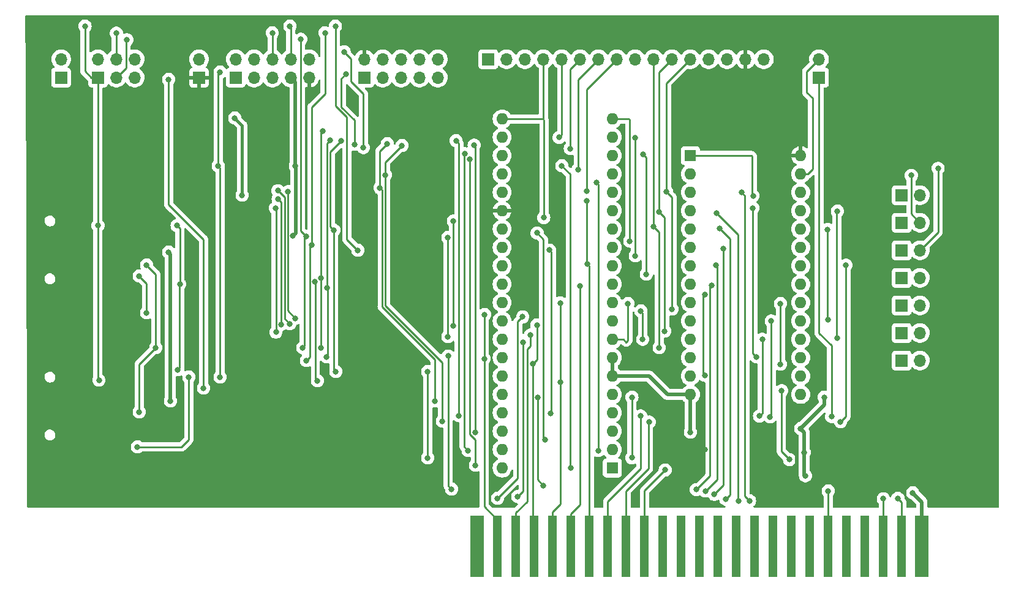
<source format=gbr>
%TF.GenerationSoftware,KiCad,Pcbnew,7.0.6+dfsg-1*%
%TF.CreationDate,2023-08-04T14:19:36+01:00*%
%TF.ProjectId,Apple2Card,4170706c-6532-4436-9172-642e6b696361,rev?*%
%TF.SameCoordinates,Original*%
%TF.FileFunction,Copper,L2,Bot*%
%TF.FilePolarity,Positive*%
%FSLAX46Y46*%
G04 Gerber Fmt 4.6, Leading zero omitted, Abs format (unit mm)*
G04 Created by KiCad (PCBNEW 7.0.6+dfsg-1) date 2023-08-04 14:19:36*
%MOMM*%
%LPD*%
G01*
G04 APERTURE LIST*
%TA.AperFunction,ComponentPad*%
%ADD10R,1.700000X1.700000*%
%TD*%
%TA.AperFunction,ComponentPad*%
%ADD11O,1.700000X1.700000*%
%TD*%
%TA.AperFunction,SMDPad,CuDef*%
%ADD12R,1.910000X8.530000*%
%TD*%
%TA.AperFunction,SMDPad,CuDef*%
%ADD13R,1.270000X8.530000*%
%TD*%
%TA.AperFunction,ComponentPad*%
%ADD14R,1.600000X1.600000*%
%TD*%
%TA.AperFunction,ComponentPad*%
%ADD15O,1.600000X1.600000*%
%TD*%
%TA.AperFunction,ViaPad*%
%ADD16C,0.800000*%
%TD*%
%TA.AperFunction,Conductor*%
%ADD17C,0.250000*%
%TD*%
%TA.AperFunction,Conductor*%
%ADD18C,0.500000*%
%TD*%
%TA.AperFunction,Conductor*%
%ADD19C,0.400000*%
%TD*%
G04 APERTURE END LIST*
D10*
%TO.P,JP6,1,A*%
%TO.N,Net-(JP6-A)*%
X167640000Y-34295000D03*
D11*
%TO.P,JP6,2,B*%
%TO.N,~{EE_WE}*%
X167640000Y-31755000D03*
%TD*%
D10*
%TO.P,JP1,1,A*%
%TO.N,Net-(J1-Pin_2)*%
X62865000Y-34290000D03*
D11*
%TO.P,JP1,2,B*%
%TO.N,VCC*%
X62865000Y-31750000D03*
%TD*%
D10*
%TO.P,JP10,1,A*%
%TO.N,PB3*%
X179065000Y-50546000D03*
D11*
%TO.P,JP10,2,B*%
%TO.N,Net-(JP10-B)*%
X181605000Y-50546000D03*
%TD*%
D10*
%TO.P,JP2,1,A*%
%TO.N,PC0*%
X179065000Y-73406000D03*
D11*
%TO.P,JP2,2,B*%
%TO.N,Net-(JP2-B)*%
X181605000Y-73406000D03*
%TD*%
D12*
%TO.P,BUS1,26,GND*%
%TO.N,GND*%
X181864000Y-99060000D03*
D13*
%TO.P,BUS1,27,DMA_IN*%
%TO.N,Net-(BUS1-DMA_IN)*%
X179070000Y-99060000D03*
%TO.P,BUS1,28,INT_IN*%
%TO.N,Net-(BUS1-INT_IN)*%
X176530000Y-99060000D03*
%TO.P,BUS1,29,~{NMI}*%
%TO.N,unconnected-(BUS1-~{NMI}-Pad29)*%
X173990000Y-99060000D03*
%TO.P,BUS1,30,~{IRQ}*%
%TO.N,unconnected-(BUS1-~{IRQ}-Pad30)*%
X171450000Y-99060000D03*
%TO.P,BUS1,31,~{RES}*%
%TO.N,RES*%
X168910000Y-99060000D03*
%TO.P,BUS1,32,~{INH}*%
%TO.N,unconnected-(BUS1-~{INH}-Pad32)*%
X166370000Y-99060000D03*
%TO.P,BUS1,33,-12V*%
%TO.N,unconnected-(BUS1--12V-Pad33)*%
X163830000Y-99060000D03*
%TO.P,BUS1,34,-5V*%
%TO.N,unconnected-(BUS1--5V-Pad34)*%
X161290000Y-99060000D03*
%TO.P,BUS1,35,NC*%
%TO.N,unconnected-(BUS1-NC-Pad35)*%
X158750000Y-99060000D03*
%TO.P,BUS1,36,7M*%
%TO.N,unconnected-(BUS1-7M-Pad36)*%
X156210000Y-99060000D03*
%TO.P,BUS1,37,Q3*%
%TO.N,unconnected-(BUS1-Q3-Pad37)*%
X153670000Y-99060000D03*
%TO.P,BUS1,38,PHASE1*%
%TO.N,unconnected-(BUS1-PHASE1-Pad38)*%
X151130000Y-99060000D03*
%TO.P,BUS1,39,USER_1*%
%TO.N,unconnected-(BUS1-USER_1-Pad39)*%
X148590000Y-99060000D03*
%TO.P,BUS1,40,PHASE0*%
%TO.N,unconnected-(BUS1-PHASE0-Pad40)*%
X146050000Y-99060000D03*
%TO.P,BUS1,41,~{DEVICE_SELECT}*%
%TO.N,DS*%
X143510000Y-99060000D03*
%TO.P,BUS1,42,D7*%
%TO.N,D7*%
X140970000Y-99060000D03*
%TO.P,BUS1,43,D6*%
%TO.N,D6*%
X138430000Y-99060000D03*
%TO.P,BUS1,44,D5*%
%TO.N,D5*%
X135890000Y-99060000D03*
%TO.P,BUS1,45,D4*%
%TO.N,D4*%
X133350000Y-99060000D03*
%TO.P,BUS1,46,D3*%
%TO.N,D3*%
X130810000Y-99060000D03*
%TO.P,BUS1,47,D2*%
%TO.N,D2*%
X128270000Y-99060000D03*
%TO.P,BUS1,48,D1*%
%TO.N,D1*%
X125730000Y-99060000D03*
%TO.P,BUS1,49,D0*%
%TO.N,D0*%
X123190000Y-99060000D03*
D12*
%TO.P,BUS1,50,+12V*%
%TO.N,unconnected-(BUS1-+12V-Pad50)*%
X120396000Y-99060000D03*
%TD*%
D10*
%TO.P,JP9,1,A*%
%TO.N,PB2*%
X179065000Y-54356000D03*
D11*
%TO.P,JP9,2,B*%
%TO.N,Net-(JP9-B)*%
X181605000Y-54356000D03*
%TD*%
D10*
%TO.P,J5,1,Pin_1*%
%TO.N,unconnected-(J5-Pin_1-Pad1)*%
X104780000Y-34290000D03*
D11*
%TO.P,J5,2,Pin_2*%
%TO.N,+5V*%
X104780000Y-31750000D03*
%TO.P,J5,3,Pin_3*%
%TO.N,Net-(J5-Pin_3)*%
X107320000Y-34290000D03*
%TO.P,J5,4,Pin_4*%
%TO.N,unconnected-(J5-Pin_4-Pad4)*%
X107320000Y-31750000D03*
%TO.P,J5,5,Pin_5*%
%TO.N,Net-(J5-Pin_5)*%
X109860000Y-34290000D03*
%TO.P,J5,6,Pin_6*%
%TO.N,SDA*%
X109860000Y-31750000D03*
%TO.P,J5,7,Pin_7*%
%TO.N,Net-(J5-Pin_7)*%
X112400000Y-34290000D03*
%TO.P,J5,8,Pin_8*%
%TO.N,SCL*%
X112400000Y-31750000D03*
%TO.P,J5,9,Pin_9*%
%TO.N,GND*%
X114940000Y-34290000D03*
%TO.P,J5,10,Pin_10*%
X114940000Y-31750000D03*
%TD*%
D10*
%TO.P,JP7,1,A*%
%TO.N,PB0*%
X179065000Y-61976000D03*
D11*
%TO.P,JP7,2,B*%
%TO.N,Net-(JP7-B)*%
X181605000Y-61976000D03*
%TD*%
D14*
%TO.P,U4,1,PA3*%
%TO.N,PD3*%
X139070000Y-88260000D03*
D15*
%TO.P,U4,2,PA2*%
%TO.N,PD2*%
X139070000Y-85720000D03*
%TO.P,U4,3,PA1*%
%TO.N,PD1*%
X139070000Y-83180000D03*
%TO.P,U4,4,PA0*%
%TO.N,PD0*%
X139070000Y-80640000D03*
%TO.P,U4,5,~{RD}*%
%TO.N,Net-(U4-~{RD})*%
X139070000Y-78100000D03*
%TO.P,U4,6,~{CS}*%
%TO.N,GND*%
X139070000Y-75560000D03*
%TO.P,U4,7,GND*%
X139070000Y-73020000D03*
%TO.P,U4,8,A1*%
%TO.N,A1*%
X139070000Y-70480000D03*
%TO.P,U4,9,A0*%
%TO.N,A0*%
X139070000Y-67940000D03*
%TO.P,U4,10,PC7*%
%TO.N,OBFA*%
X139070000Y-65400000D03*
%TO.P,U4,11,PC6*%
%TO.N,ACKA*%
X139070000Y-62860000D03*
%TO.P,U4,12,PC5*%
%TO.N,IBFA*%
X139070000Y-60320000D03*
%TO.P,U4,13,PC4*%
%TO.N,STBA*%
X139070000Y-57780000D03*
%TO.P,U4,14,PC0*%
%TO.N,PC0*%
X139070000Y-55240000D03*
%TO.P,U4,15,PC1*%
%TO.N,PC1*%
X139070000Y-52700000D03*
%TO.P,U4,16,PC2*%
%TO.N,PC2*%
X139070000Y-50160000D03*
%TO.P,U4,17,PC3*%
%TO.N,unconnected-(U4-PC3-Pad17)*%
X139070000Y-47620000D03*
%TO.P,U4,18,PB0*%
%TO.N,PB0*%
X139070000Y-45080000D03*
%TO.P,U4,19,PB1*%
%TO.N,PB1*%
X139070000Y-42540000D03*
%TO.P,U4,20,PB2*%
%TO.N,PB2*%
X139070000Y-40000000D03*
%TO.P,U4,21,PB3*%
%TO.N,PB3*%
X123830000Y-40000000D03*
%TO.P,U4,22,PB4*%
%TO.N,Net-(J4-Pin_5)*%
X123830000Y-42540000D03*
%TO.P,U4,23,PB5*%
%TO.N,Net-(J4-Pin_6)*%
X123830000Y-45080000D03*
%TO.P,U4,24,PB6*%
%TO.N,Net-(J4-Pin_7)*%
X123830000Y-47620000D03*
%TO.P,U4,25,PB7*%
%TO.N,Net-(J4-Pin_8)*%
X123830000Y-50160000D03*
%TO.P,U4,26,VCC*%
%TO.N,+5V*%
X123830000Y-52700000D03*
%TO.P,U4,27,D7*%
%TO.N,D7*%
X123830000Y-55240000D03*
%TO.P,U4,28,D6*%
%TO.N,D6*%
X123830000Y-57780000D03*
%TO.P,U4,29,D5*%
%TO.N,D5*%
X123830000Y-60320000D03*
%TO.P,U4,30,D4*%
%TO.N,D4*%
X123830000Y-62860000D03*
%TO.P,U4,31,D3*%
%TO.N,D3*%
X123830000Y-65400000D03*
%TO.P,U4,32,D2*%
%TO.N,D2*%
X123830000Y-67940000D03*
%TO.P,U4,33,D1*%
%TO.N,D1*%
X123830000Y-70480000D03*
%TO.P,U4,34,D0*%
%TO.N,D0*%
X123830000Y-73020000D03*
%TO.P,U4,35,RESET*%
%TO.N,Net-(U4-RESET)*%
X123830000Y-75560000D03*
%TO.P,U4,36,~{WR}*%
%TO.N,Net-(U4-~{WR})*%
X123830000Y-78100000D03*
%TO.P,U4,37,PA7*%
%TO.N,PD7*%
X123830000Y-80640000D03*
%TO.P,U4,38,PA6*%
%TO.N,PD6*%
X123830000Y-83180000D03*
%TO.P,U4,39,PA5*%
%TO.N,PD5*%
X123830000Y-85720000D03*
%TO.P,U4,40,PA4*%
%TO.N,PD4*%
X123830000Y-88260000D03*
%TD*%
D10*
%TO.P,JP5,1,A*%
%TO.N,+5V*%
X81915000Y-34295000D03*
D11*
%TO.P,JP5,2,B*%
%TO.N,VCC*%
X81915000Y-31755000D03*
%TD*%
D10*
%TO.P,JP3,1,A*%
%TO.N,PC1*%
X179065000Y-69596000D03*
D11*
%TO.P,JP3,2,B*%
%TO.N,Net-(JP3-B)*%
X181605000Y-69596000D03*
%TD*%
D14*
%TO.P,U9,1,A14*%
%TO.N,Net-(JP10-B)*%
X149855000Y-45070000D03*
D15*
%TO.P,U9,2,A12*%
%TO.N,Net-(JP8-B)*%
X149855000Y-47610000D03*
%TO.P,U9,3,A7*%
%TO.N,A7*%
X149855000Y-50150000D03*
%TO.P,U9,4,A6*%
%TO.N,A6*%
X149855000Y-52690000D03*
%TO.P,U9,5,A5*%
%TO.N,A5*%
X149855000Y-55230000D03*
%TO.P,U9,6,A4*%
%TO.N,A4*%
X149855000Y-57770000D03*
%TO.P,U9,7,A3*%
%TO.N,A3*%
X149855000Y-60310000D03*
%TO.P,U9,8,A2*%
%TO.N,A2*%
X149855000Y-62850000D03*
%TO.P,U9,9,A1*%
%TO.N,A1*%
X149855000Y-65390000D03*
%TO.P,U9,10,A0*%
%TO.N,A0*%
X149855000Y-67930000D03*
%TO.P,U9,11,D0*%
%TO.N,D0*%
X149855000Y-70470000D03*
%TO.P,U9,12,D1*%
%TO.N,D1*%
X149855000Y-73010000D03*
%TO.P,U9,13,D2*%
%TO.N,D2*%
X149855000Y-75550000D03*
%TO.P,U9,14,GND*%
%TO.N,GND*%
X149855000Y-78090000D03*
%TO.P,U9,15,D3*%
%TO.N,D3*%
X165095000Y-78090000D03*
%TO.P,U9,16,D4*%
%TO.N,D4*%
X165095000Y-75550000D03*
%TO.P,U9,17,D5*%
%TO.N,D5*%
X165095000Y-73010000D03*
%TO.P,U9,18,D6*%
%TO.N,D6*%
X165095000Y-70470000D03*
%TO.P,U9,19,D7*%
%TO.N,D7*%
X165095000Y-67930000D03*
%TO.P,U9,20,~{CS}*%
%TO.N,IOSEL*%
X165095000Y-65390000D03*
%TO.P,U9,21,A10*%
%TO.N,Net-(JP4-B)*%
X165095000Y-62850000D03*
%TO.P,U9,22,~{OE}*%
%TO.N,~{EE_OE}*%
X165095000Y-60310000D03*
%TO.P,U9,23,A11*%
%TO.N,Net-(JP7-B)*%
X165095000Y-57770000D03*
%TO.P,U9,24,A9*%
%TO.N,Net-(JP3-B)*%
X165095000Y-55230000D03*
%TO.P,U9,25,A8*%
%TO.N,Net-(JP2-B)*%
X165095000Y-52690000D03*
%TO.P,U9,26,A13*%
%TO.N,Net-(JP9-B)*%
X165095000Y-50150000D03*
%TO.P,U9,27,~{WE}*%
%TO.N,~{EE_WE}*%
X165095000Y-47610000D03*
%TO.P,U9,28,VCC*%
%TO.N,+5V*%
X165095000Y-45070000D03*
%TD*%
D10*
%TO.P,JP8,1,A*%
%TO.N,PB1*%
X179065000Y-58166000D03*
D11*
%TO.P,JP8,2,B*%
%TO.N,Net-(JP8-B)*%
X181605000Y-58166000D03*
%TD*%
D10*
%TO.P,JP4,1,A*%
%TO.N,PC2*%
X179065000Y-65786000D03*
D11*
%TO.P,JP4,2,B*%
%TO.N,Net-(JP4-B)*%
X181605000Y-65786000D03*
%TD*%
D10*
%TO.P,J4,1,Pin_1*%
%TO.N,PB0*%
X121920000Y-31750000D03*
D11*
%TO.P,J4,2,Pin_2*%
%TO.N,PB1*%
X124460000Y-31750000D03*
%TO.P,J4,3,Pin_3*%
%TO.N,PB2*%
X127000000Y-31750000D03*
%TO.P,J4,4,Pin_4*%
%TO.N,PB3*%
X129540000Y-31750000D03*
%TO.P,J4,5,Pin_5*%
%TO.N,Net-(J4-Pin_5)*%
X132080000Y-31750000D03*
%TO.P,J4,6,Pin_6*%
%TO.N,Net-(J4-Pin_6)*%
X134620000Y-31750000D03*
%TO.P,J4,7,Pin_7*%
%TO.N,Net-(J4-Pin_7)*%
X137160000Y-31750000D03*
%TO.P,J4,8,Pin_8*%
%TO.N,Net-(J4-Pin_8)*%
X139700000Y-31750000D03*
%TO.P,J4,9,Pin_9*%
%TO.N,unconnected-(J4-Pin_9-Pad9)*%
X142240000Y-31750000D03*
%TO.P,J4,10,Pin_10*%
%TO.N,PC0*%
X144780000Y-31750000D03*
%TO.P,J4,11,Pin_11*%
%TO.N,PC1*%
X147320000Y-31750000D03*
%TO.P,J4,12,Pin_12*%
%TO.N,PC2*%
X149860000Y-31750000D03*
%TO.P,J4,13,Pin_13*%
%TO.N,unconnected-(J4-Pin_13-Pad13)*%
X152400000Y-31750000D03*
%TO.P,J4,14,Pin_14*%
%TO.N,unconnected-(J4-Pin_14-Pad14)*%
X154940000Y-31750000D03*
%TO.P,J4,15,Pin_15*%
%TO.N,+5V*%
X157480000Y-31750000D03*
%TO.P,J4,16,Pin_16*%
%TO.N,GND*%
X160020000Y-31750000D03*
%TD*%
D10*
%TO.P,J1,1,Pin_1*%
%TO.N,MISO*%
X67960000Y-34290000D03*
D11*
%TO.P,J1,2,Pin_2*%
%TO.N,Net-(J1-Pin_2)*%
X67960000Y-31750000D03*
%TO.P,J1,3,Pin_3*%
%TO.N,SCK*%
X70500000Y-34290000D03*
%TO.P,J1,4,Pin_4*%
%TO.N,MOSI*%
X70500000Y-31750000D03*
%TO.P,J1,5,Pin_5*%
%TO.N,RESET*%
X73040000Y-34290000D03*
%TO.P,J1,6,Pin_6*%
%TO.N,GND*%
X73040000Y-31750000D03*
%TD*%
D10*
%TO.P,J6,1,Pin_1*%
%TO.N,Net-(J6-Pin_1)*%
X87000000Y-34290000D03*
D11*
%TO.P,J6,2,Pin_2*%
%TO.N,SCK*%
X87000000Y-31750000D03*
%TO.P,J6,3,Pin_3*%
%TO.N,Net-(J6-Pin_3)*%
X89540000Y-34290000D03*
%TO.P,J6,4,Pin_4*%
%TO.N,CS3*%
X89540000Y-31750000D03*
%TO.P,J6,5,Pin_5*%
%TO.N,unconnected-(J6-Pin_5-Pad5)*%
X92080000Y-34290000D03*
%TO.P,J6,6,Pin_6*%
%TO.N,MOSI*%
X92080000Y-31750000D03*
%TO.P,J6,7,Pin_7*%
%TO.N,GND*%
X94620000Y-34290000D03*
%TO.P,J6,8,Pin_8*%
%TO.N,MISO*%
X94620000Y-31750000D03*
%TO.P,J6,9,Pin_9*%
%TO.N,+5V*%
X97160000Y-34290000D03*
%TO.P,J6,10,Pin_10*%
%TO.N,unconnected-(J6-Pin_10-Pad10)*%
X97160000Y-31750000D03*
%TD*%
D16*
%TO.N,IOSEL*%
X116369000Y-72785401D03*
X116840000Y-91186000D03*
X162306000Y-73914000D03*
X162306000Y-65532000D03*
%TO.N,A0*%
X123190000Y-92456000D03*
X126669794Y-67360800D03*
%TO.N,A1*%
X126746000Y-70866000D03*
X141224000Y-65532000D03*
X125984000Y-92202000D03*
%TO.N,A2*%
X150682031Y-91240088D03*
X152792600Y-62992000D03*
%TO.N,A3*%
X153416000Y-60198000D03*
X151914551Y-91445945D03*
%TO.N,A4*%
X154432000Y-57912000D03*
X153162000Y-91906485D03*
%TO.N,A5*%
X153924000Y-55118000D03*
X154762200Y-92583000D03*
%TO.N,A6*%
X156514800Y-92786200D03*
X153508012Y-53049000D03*
%TO.N,A7*%
X156921200Y-50139600D03*
X158038800Y-92786200D03*
%TO.N,+5V*%
X164363400Y-84074000D03*
X109220000Y-72898000D03*
X66839000Y-43180000D03*
X90728800Y-78943200D03*
X170281600Y-92583000D03*
X170180000Y-86360000D03*
X81788000Y-44196000D03*
X183388000Y-91694000D03*
X63246000Y-43180000D03*
X166471600Y-92532200D03*
X103124000Y-37592000D03*
X151827400Y-85701138D03*
%TO.N,GND*%
X165608000Y-86106000D03*
X168351200Y-78486000D03*
X165760400Y-89357200D03*
X95250000Y-46482000D03*
X94920000Y-56157684D03*
X180594000Y-91694000D03*
X165100000Y-82804000D03*
X149860000Y-83312000D03*
%TO.N,RES*%
X168910000Y-91440000D03*
%TO.N,DS*%
X146380200Y-88544400D03*
%TO.N,D7*%
X129794000Y-84328000D03*
X144170398Y-81915000D03*
X160858200Y-81203800D03*
X128666346Y-55777652D03*
X161036000Y-67930000D03*
%TO.N,D6*%
X130378200Y-58140600D03*
X142976600Y-81063000D03*
X159410400Y-81076800D03*
X130530600Y-80746600D03*
X159791400Y-70470000D03*
%TO.N,D5*%
X135585196Y-60070996D03*
X158496000Y-52324000D03*
X135534400Y-51308000D03*
X159004000Y-72898000D03*
%TO.N,D4*%
X134620000Y-63144400D03*
X151827400Y-64262000D03*
X151827400Y-75438000D03*
%TO.N,D3*%
X131902194Y-76428600D03*
X131876800Y-65455800D03*
%TO.N,D2*%
X128057515Y-73833214D03*
X128625600Y-68503804D03*
%TO.N,D1*%
X127736600Y-69868675D03*
%TO.N,D0*%
X143256000Y-70470000D03*
X143002000Y-66548000D03*
X121354000Y-73152000D03*
X121412000Y-67056000D03*
%TO.N,RESET*%
X82550000Y-77216000D03*
X77724000Y-34544000D03*
X101600000Y-43079000D03*
X100838000Y-74930000D03*
X100558600Y-55372000D03*
%TO.N,CS2*%
X98806000Y-71628000D03*
X99060000Y-41656000D03*
X98814532Y-61970900D03*
%TO.N,MISO*%
X67960000Y-54737000D03*
X66167000Y-27178000D03*
X94488000Y-27178000D03*
X100787178Y-27178000D03*
X68097400Y-76123774D03*
X103886000Y-58166000D03*
%TO.N,SCK*%
X96775000Y-56224052D03*
X96266000Y-71628000D03*
X71965121Y-29075179D03*
X96007347Y-28993000D03*
%TO.N,MOSI*%
X92049572Y-28117800D03*
X96773984Y-73406000D03*
X99339400Y-28117788D03*
X97536000Y-57404000D03*
X70500000Y-28143200D03*
%TO.N,CS*%
X99568000Y-72898000D03*
X99605000Y-63326786D03*
X100076000Y-42926000D03*
%TO.N,PC0*%
X144780000Y-54864000D03*
X145542000Y-71628000D03*
%TO.N,PC1*%
X146304000Y-69342000D03*
X145542000Y-52832000D03*
%TO.N,PB0*%
X143320350Y-44921436D03*
X143764000Y-61468000D03*
%TO.N,PB1*%
X142203000Y-42599422D03*
X142240000Y-58928000D03*
%TO.N,PB2*%
X141478000Y-56896000D03*
%TO.N,PD1*%
X115570000Y-81788000D03*
X109982000Y-43688000D03*
X107695997Y-47752003D03*
%TO.N,PD0*%
X114554000Y-78994000D03*
X107950000Y-43434000D03*
X106938653Y-49534653D03*
%TO.N,PB3*%
X129590800Y-53644800D03*
%TO.N,PD2*%
X136880600Y-48818800D03*
X137109200Y-85852000D03*
%TO.N,PD3*%
X133299200Y-88260000D03*
X132079997Y-46482003D03*
%TO.N,PD4*%
X120142000Y-87884000D03*
X119366200Y-45618400D03*
%TO.N,PD5*%
X118656445Y-44819400D03*
X119126000Y-85852000D03*
%TO.N,PD6*%
X119964200Y-43637198D03*
X120142000Y-83312000D03*
%TO.N,PD7*%
X117856000Y-81026000D03*
X117449600Y-43002200D03*
%TO.N,PC2*%
X147320000Y-66294000D03*
X146558000Y-50038000D03*
%TO.N,Net-(BUS1-INT_IN)*%
X176530000Y-92506800D03*
%TO.N,Net-(BUS1-DMA_IN)*%
X178536600Y-92456000D03*
%TO.N,OBFA*%
X94469116Y-68326000D03*
X92829893Y-49918105D03*
%TO.N,ACKA*%
X94202700Y-50069300D03*
X95250004Y-67564000D03*
%TO.N,STBA*%
X117093988Y-54115000D03*
X93284421Y-68427600D03*
X92860433Y-51081376D03*
X117094000Y-68580000D03*
%TO.N,IBFA*%
X116332000Y-56388000D03*
X92559421Y-69470748D03*
X116332000Y-70104000D03*
X92493000Y-52324000D03*
%TO.N,CS3*%
X98298000Y-76200000D03*
X84836000Y-75692000D03*
X84582000Y-46482000D03*
X97956200Y-62484000D03*
X84836000Y-33528000D03*
%TO.N,Net-(D8-K)*%
X113538000Y-86868000D03*
X141757400Y-86842600D03*
X113538000Y-74930000D03*
X141782800Y-78486000D03*
%TO.N,Net-(J4-Pin_8)*%
X135534400Y-49987200D03*
%TO.N,Net-(J4-Pin_7)*%
X134340600Y-46990000D03*
%TO.N,Net-(J4-Pin_6)*%
X133253462Y-44108768D03*
%TO.N,Net-(J4-Pin_5)*%
X131714346Y-42569652D03*
%TO.N,Net-(JP2-B)*%
X170154600Y-70332600D03*
X170180000Y-52755800D03*
%TO.N,Net-(JP3-B)*%
X168884600Y-67767200D03*
X168808400Y-55295800D03*
%TO.N,Net-(JP6-A)*%
X169367200Y-81153000D03*
%TO.N,Net-(JP8-B)*%
X184099200Y-46837600D03*
%TO.N,Net-(JP9-B)*%
X180396496Y-47802800D03*
%TO.N,Net-(JP10-B)*%
X158521400Y-50622200D03*
%TO.N,Net-(U6-~{CS})*%
X74676000Y-66802000D03*
X73660000Y-61722000D03*
%TO.N,Net-(U5-SCLK)*%
X78892400Y-54741653D03*
X79273400Y-62839600D03*
X78994000Y-74676000D03*
%TO.N,Net-(U5-~{CS})*%
X80518000Y-75692000D03*
X73406000Y-85344000D03*
%TO.N,Net-(U5-DI)*%
X74676000Y-60198000D03*
X73660000Y-80518000D03*
X75946000Y-71628000D03*
%TO.N,Net-(U4-~{WR})*%
X128778000Y-78486000D03*
X129540000Y-90678000D03*
%TO.N,Net-(U4-~{RD})*%
X163561314Y-87099258D03*
X162483800Y-77571600D03*
%TO.N,+3.3V*%
X77978000Y-78994000D03*
X77724000Y-58420000D03*
%TO.N,VCC*%
X87884000Y-50546000D03*
X86868000Y-39878000D03*
%TO.N,SDA*%
X102218380Y-33795000D03*
X103428602Y-43529000D03*
%TO.N,SCL*%
X104652653Y-43979000D03*
X101980476Y-30722148D03*
%TO.N,~{EE_OE}*%
X170615515Y-81878000D03*
X171373800Y-60223400D03*
%TD*%
D17*
%TO.N,IOSEL*%
X116369000Y-90715000D02*
X116369000Y-72785401D01*
X162306000Y-73914000D02*
X162306000Y-65532000D01*
X116840000Y-91186000D02*
X116369000Y-90715000D01*
%TO.N,A0*%
X125984000Y-89662000D02*
X125984000Y-68046594D01*
X125984000Y-68046594D02*
X126669794Y-67360800D01*
X123190000Y-92456000D02*
X125984000Y-89662000D01*
%TO.N,A1*%
X140970000Y-70866000D02*
X140584000Y-70480000D01*
X125984000Y-92202000D02*
X126746000Y-91440000D01*
X126746000Y-91440000D02*
X126746000Y-70866000D01*
X141224000Y-65532000D02*
X141224000Y-70612000D01*
X140584000Y-70480000D02*
X139070000Y-70480000D01*
X141224000Y-70612000D02*
X140970000Y-70866000D01*
%TO.N,A2*%
X152552400Y-89369719D02*
X152552400Y-63232200D01*
X152552400Y-63232200D02*
X152792600Y-62992000D01*
X150682031Y-91240088D02*
X152552400Y-89369719D01*
%TO.N,A3*%
X153517600Y-89842896D02*
X151914551Y-91445945D01*
X153416000Y-60198000D02*
X153517600Y-60299600D01*
X153517600Y-60299600D02*
X153517600Y-89842896D01*
%TO.N,A4*%
X154420239Y-57923761D02*
X154420239Y-90648246D01*
X154432000Y-57912000D02*
X154420239Y-57923761D01*
X154420239Y-90648246D02*
X153162000Y-91906485D01*
%TO.N,A5*%
X153924000Y-55118000D02*
X155371800Y-56565800D01*
X155371800Y-91973400D02*
X154762200Y-92583000D01*
X155371800Y-56565800D02*
X155371800Y-91973400D01*
%TO.N,A6*%
X156413200Y-92684600D02*
X156514800Y-92786200D01*
X153508012Y-53049000D02*
X156413200Y-55954188D01*
X156413200Y-55954188D02*
X156413200Y-92684600D01*
%TO.N,A7*%
X157403800Y-50622200D02*
X157403800Y-92151200D01*
X157403800Y-92151200D02*
X158038800Y-92786200D01*
X156921200Y-50139600D02*
X157403800Y-50622200D01*
D18*
%TO.N,+5V*%
X170180000Y-86360000D02*
X170180000Y-92481400D01*
X164592000Y-90652600D02*
X166471600Y-92532200D01*
X164592000Y-84302600D02*
X164592000Y-90652600D01*
X164363400Y-84074000D02*
X164592000Y-84302600D01*
X170180000Y-92481400D02*
X170281600Y-92583000D01*
%TO.N,GND*%
X95250000Y-46482000D02*
X95250000Y-34920000D01*
X149855000Y-78090000D02*
X146670000Y-78090000D01*
X95275400Y-55802284D02*
X94920000Y-56157684D01*
X168351200Y-79552800D02*
X168351200Y-78486000D01*
X181864000Y-99060000D02*
X181864000Y-92964000D01*
X95250000Y-34920000D02*
X94620000Y-34290000D01*
X165608000Y-86106000D02*
X165608000Y-83312000D01*
X149855000Y-83307000D02*
X149860000Y-83312000D01*
X165608000Y-89204800D02*
X165760400Y-89357200D01*
X146670000Y-78090000D02*
X144140000Y-75560000D01*
X165100000Y-82804000D02*
X168351200Y-79552800D01*
X149855000Y-78090000D02*
X149855000Y-83307000D01*
X95250000Y-46482000D02*
X95275400Y-46507400D01*
X139070000Y-73020000D02*
X139070000Y-75560000D01*
X181864000Y-92964000D02*
X180594000Y-91694000D01*
X165608000Y-83312000D02*
X165100000Y-82804000D01*
X95275400Y-46507400D02*
X95275400Y-55802284D01*
X165608000Y-86106000D02*
X165608000Y-89204800D01*
X144140000Y-75560000D02*
X139070000Y-75560000D01*
D17*
%TO.N,RES*%
X168910000Y-91440000D02*
X168910000Y-99060000D01*
%TO.N,DS*%
X143510000Y-99060000D02*
X143510000Y-91414600D01*
X143510000Y-91414600D02*
X146380200Y-88544400D01*
%TO.N,D7*%
X128666346Y-55777652D02*
X129540000Y-56651306D01*
X161036000Y-81026000D02*
X160858200Y-81203800D01*
X129540000Y-84074000D02*
X129794000Y-84328000D01*
X140970000Y-91440000D02*
X144043400Y-88366600D01*
X144043400Y-88366600D02*
X144043400Y-82041998D01*
X161036000Y-67930000D02*
X161036000Y-81026000D01*
X140970000Y-99060000D02*
X140970000Y-91440000D01*
X144043400Y-82041998D02*
X144170398Y-81915000D01*
X129540000Y-56651306D02*
X129540000Y-84074000D01*
%TO.N,D6*%
X142976600Y-88343400D02*
X142976600Y-81063000D01*
X130632200Y-58394600D02*
X130632200Y-80645000D01*
X159791400Y-80695800D02*
X159410400Y-81076800D01*
X138430000Y-92890000D02*
X142976600Y-88343400D01*
X130378200Y-58140600D02*
X130632200Y-58394600D01*
X138430000Y-99060000D02*
X138430000Y-92890000D01*
X130632200Y-80645000D02*
X130530600Y-80746600D01*
X159791400Y-70470000D02*
X159791400Y-80695800D01*
%TO.N,D5*%
X159004000Y-72898000D02*
X158496000Y-72390000D01*
X135534400Y-60020200D02*
X135585196Y-60070996D01*
X135890000Y-99060000D02*
X135890000Y-60375800D01*
X158496000Y-72390000D02*
X158496000Y-52324000D01*
X135534400Y-51308000D02*
X135534400Y-60020200D01*
X135890000Y-60375800D02*
X135585196Y-60070996D01*
%TO.N,D4*%
X133350000Y-99060000D02*
X133350000Y-94564200D01*
X151827400Y-64262000D02*
X151638000Y-64451400D01*
X151638000Y-75248600D02*
X151827400Y-75438000D01*
X133350000Y-94564200D02*
X134620000Y-93294200D01*
X134620000Y-93294200D02*
X134620000Y-63144400D01*
X151638000Y-64451400D02*
X151638000Y-75248600D01*
%TO.N,D3*%
X131902194Y-76428600D02*
X131902200Y-76428594D01*
X130810000Y-99060000D02*
X130810000Y-94335600D01*
X131902200Y-65481200D02*
X131876800Y-65455800D01*
X131902200Y-76428594D02*
X131902200Y-65481200D01*
X130810000Y-94335600D02*
X131902194Y-93243406D01*
X131902194Y-93243406D02*
X131902194Y-76428600D01*
%TO.N,D2*%
X128057515Y-73833214D02*
X128625600Y-73265129D01*
X128625600Y-73265129D02*
X128625600Y-68503804D01*
X128270000Y-99060000D02*
X128053000Y-98843000D01*
X128053000Y-73837729D02*
X128057515Y-73833214D01*
X128053000Y-98843000D02*
X128053000Y-73837729D01*
%TO.N,D1*%
X125730000Y-94462600D02*
X127300305Y-92892295D01*
X127300305Y-92892295D02*
X127300305Y-71845000D01*
X127736600Y-71408705D02*
X127736600Y-69868675D01*
X127300305Y-71845000D02*
X127736600Y-71408705D01*
X125730000Y-99060000D02*
X125730000Y-94462600D01*
%TO.N,D0*%
X121354000Y-73152000D02*
X121354000Y-67114000D01*
X121354000Y-67114000D02*
X121412000Y-67056000D01*
X123190000Y-95430000D02*
X121354000Y-93594000D01*
X143256000Y-70470000D02*
X143256000Y-66802000D01*
X123190000Y-99060000D02*
X123190000Y-95430000D01*
X143256000Y-66802000D02*
X143002000Y-66548000D01*
X121354000Y-93594000D02*
X121354000Y-73152000D01*
%TO.N,RESET*%
X77724000Y-34544000D02*
X77724000Y-51816000D01*
X100838000Y-74930000D02*
X100558600Y-74650600D01*
X100076000Y-54889400D02*
X100558600Y-55372000D01*
X77724000Y-51816000D02*
X82550000Y-56642000D01*
X100076000Y-44603000D02*
X100076000Y-54889400D01*
X100558600Y-74650600D02*
X100558600Y-55372000D01*
X101600000Y-43079000D02*
X100076000Y-44603000D01*
X82550000Y-56642000D02*
X82550000Y-77216000D01*
%TO.N,CS2*%
X98806000Y-61979432D02*
X98814532Y-61970900D01*
X98806000Y-71628000D02*
X98806000Y-61979432D01*
X98806000Y-61962368D02*
X98814532Y-61970900D01*
X98806000Y-41910000D02*
X98806000Y-61962368D01*
X99060000Y-41656000D02*
X98806000Y-41910000D01*
%TO.N,MISO*%
X66167000Y-27178000D02*
X66167000Y-33426400D01*
X94488000Y-27178000D02*
X94620000Y-27310000D01*
X102362000Y-39752396D02*
X100787178Y-38177574D01*
X67957703Y-55994297D02*
X67960000Y-55992000D01*
X100787178Y-38177574D02*
X100787178Y-27178000D01*
X67960000Y-34290000D02*
X67960000Y-54737000D01*
X94620000Y-27310000D02*
X94620000Y-31750000D01*
X67030600Y-34290000D02*
X67960000Y-34290000D01*
X67957703Y-75984077D02*
X67957703Y-55994297D01*
X103886000Y-58166000D02*
X102362000Y-56642000D01*
X68097400Y-76123774D02*
X67957703Y-75984077D01*
X67960000Y-55992000D02*
X67960000Y-54737000D01*
X66167000Y-33426400D02*
X67030600Y-34290000D01*
X102362000Y-56642000D02*
X102362000Y-39752396D01*
%TO.N,SCK*%
X71853446Y-29186854D02*
X71965121Y-29075179D01*
X96483000Y-71411000D02*
X96483000Y-56516052D01*
X96266000Y-71628000D02*
X96483000Y-71411000D01*
X70500000Y-34290000D02*
X71853446Y-32936554D01*
X96738448Y-56224052D02*
X96775000Y-56224052D01*
X71853446Y-32936554D02*
X71853446Y-29186854D01*
X96007347Y-28993000D02*
X95985000Y-29015347D01*
X95985000Y-29015347D02*
X95985000Y-55470604D01*
X95985000Y-55470604D02*
X96738448Y-56224052D01*
X96483000Y-56516052D02*
X96775000Y-56224052D01*
%TO.N,MOSI*%
X92080000Y-31750000D02*
X92080000Y-28148228D01*
X97536000Y-57404000D02*
X97231200Y-57708800D01*
X97231200Y-57708800D02*
X97231200Y-72948784D01*
X97536000Y-38354000D02*
X99339400Y-36550600D01*
X92080000Y-28148228D02*
X92049572Y-28117800D01*
X97536000Y-57404000D02*
X97536000Y-38354000D01*
X97231200Y-72948784D02*
X96773984Y-73406000D01*
X99339400Y-36550600D02*
X99339400Y-28117788D01*
X70500000Y-31750000D02*
X70500000Y-28143200D01*
%TO.N,CS*%
X99605000Y-43397000D02*
X99605000Y-63326786D01*
X99669600Y-72796400D02*
X99568000Y-72898000D01*
X99605000Y-63326786D02*
X99669600Y-63391386D01*
X99669600Y-63391386D02*
X99669600Y-72796400D01*
X100076000Y-42926000D02*
X99605000Y-43397000D01*
%TO.N,PC0*%
X145542000Y-55626000D02*
X144780000Y-54864000D01*
X145542000Y-71628000D02*
X145542000Y-55626000D01*
X144780000Y-31750000D02*
X144780000Y-54864000D01*
%TO.N,PC1*%
X147320000Y-31750000D02*
X145542000Y-33528000D01*
X146304000Y-53594000D02*
X145542000Y-52832000D01*
X145542000Y-33528000D02*
X145542000Y-52832000D01*
X146304000Y-69342000D02*
X146304000Y-53594000D01*
%TO.N,PB0*%
X143320350Y-44921436D02*
X143764000Y-45365086D01*
X143764000Y-61468000D02*
X143764000Y-45365086D01*
%TO.N,PB1*%
X142240000Y-42636422D02*
X142203000Y-42599422D01*
X142240000Y-58928000D02*
X142240000Y-42636422D01*
%TO.N,PB2*%
X141356000Y-40000000D02*
X141478000Y-40122000D01*
X139070000Y-40000000D02*
X141356000Y-40000000D01*
X141478000Y-40122000D02*
X141478000Y-56896000D01*
%TO.N,PD1*%
X107695997Y-45974003D02*
X107695997Y-47752003D01*
X109982000Y-43688000D02*
X107695997Y-45974003D01*
X107696000Y-65786000D02*
X107696000Y-47752006D01*
X107696000Y-47752006D02*
X107695997Y-47752003D01*
X115570000Y-81788000D02*
X115570000Y-73660000D01*
X115570000Y-73660000D02*
X107696000Y-65786000D01*
%TO.N,PD0*%
X107950000Y-43434000D02*
X106917000Y-44467000D01*
X114554000Y-73280396D02*
X114554000Y-78994000D01*
X106917000Y-49513000D02*
X106938653Y-49534653D01*
X107246000Y-49842000D02*
X107246000Y-65972396D01*
X106917000Y-44467000D02*
X106917000Y-49513000D01*
X107246000Y-65972396D02*
X114554000Y-73280396D01*
X106938653Y-49534653D02*
X107246000Y-49842000D01*
%TO.N,PB3*%
X129540000Y-39954200D02*
X129540000Y-40081200D01*
X129540000Y-40081200D02*
X129616200Y-40157400D01*
X129616200Y-40157400D02*
X129616200Y-53619400D01*
X123830000Y-40000000D02*
X129494200Y-40000000D01*
X129494200Y-40000000D02*
X129540000Y-39954200D01*
X129540000Y-31750000D02*
X129540000Y-39954200D01*
X129616200Y-53619400D02*
X129590800Y-53644800D01*
%TO.N,PD2*%
X137109200Y-85852000D02*
X137109200Y-49047400D01*
X137109200Y-49047400D02*
X136880600Y-48818800D01*
%TO.N,PD3*%
X133248400Y-47650406D02*
X133248400Y-88209200D01*
X133248400Y-88209200D02*
X133299200Y-88260000D01*
X132079997Y-46482003D02*
X133248400Y-47650406D01*
%TO.N,PD4*%
X119366200Y-83561505D02*
X119366200Y-45618400D01*
X120142000Y-87884000D02*
X120142000Y-84337305D01*
X120142000Y-84337305D02*
X119366200Y-83561505D01*
%TO.N,PD5*%
X118581000Y-44894845D02*
X118656445Y-44819400D01*
X118581000Y-85307000D02*
X118581000Y-44894845D01*
X119126000Y-85852000D02*
X118581000Y-85307000D01*
%TO.N,PD6*%
X120091200Y-83261200D02*
X120091200Y-43764198D01*
X120091200Y-43764198D02*
X119964200Y-43637198D01*
X120142000Y-83312000D02*
X120091200Y-83261200D01*
%TO.N,PD7*%
X117856000Y-43408600D02*
X117449600Y-43002200D01*
X117856000Y-81026000D02*
X117856000Y-43408600D01*
%TO.N,PC2*%
X146558000Y-35052000D02*
X146558000Y-50038000D01*
X147320000Y-66294000D02*
X147320000Y-50800000D01*
X147320000Y-50800000D02*
X146558000Y-50038000D01*
X149860000Y-31750000D02*
X146558000Y-35052000D01*
%TO.N,Net-(BUS1-INT_IN)*%
X176530000Y-99060000D02*
X176530000Y-92506800D01*
%TO.N,Net-(BUS1-DMA_IN)*%
X179070000Y-99060000D02*
X179070000Y-92989400D01*
X179070000Y-92989400D02*
X178536600Y-92456000D01*
%TO.N,OBFA*%
X94469116Y-68326000D02*
X93745000Y-67601884D01*
X93745000Y-50833212D02*
X92829893Y-49918105D01*
X93745000Y-67601884D02*
X93745000Y-50833212D01*
%TO.N,ACKA*%
X95250004Y-67564000D02*
X94195000Y-66508996D01*
X94195000Y-50077000D02*
X94202700Y-50069300D01*
X94195000Y-66508996D02*
X94195000Y-50077000D01*
%TO.N,STBA*%
X117094000Y-54115012D02*
X117094000Y-68580000D01*
X117093988Y-54115000D02*
X117094000Y-54115012D01*
X93284421Y-68427600D02*
X93284421Y-51505364D01*
X93284421Y-51505364D02*
X92860433Y-51081376D01*
%TO.N,IBFA*%
X116332000Y-56388000D02*
X116332000Y-70104000D01*
X92559421Y-69470748D02*
X92559421Y-52390421D01*
X92559421Y-52390421D02*
X92493000Y-52324000D01*
%TO.N,CS3*%
X84582000Y-33782000D02*
X84836000Y-33528000D01*
X98298000Y-76200000D02*
X98018600Y-75920600D01*
X84836000Y-75692000D02*
X84836000Y-46736000D01*
X98018600Y-62546400D02*
X97956200Y-62484000D01*
X84836000Y-46736000D02*
X84582000Y-46482000D01*
X84582000Y-46482000D02*
X84582000Y-33782000D01*
X98018600Y-75920600D02*
X98018600Y-62546400D01*
%TO.N,Net-(D8-K)*%
X141757400Y-86842600D02*
X141757400Y-78511400D01*
X141757400Y-78511400D02*
X141782800Y-78486000D01*
X113538000Y-86868000D02*
X113538000Y-74930000D01*
%TO.N,Net-(J4-Pin_8)*%
X135534400Y-35915600D02*
X135534400Y-49987200D01*
X139700000Y-31750000D02*
X135534400Y-35915600D01*
%TO.N,Net-(J4-Pin_7)*%
X134340600Y-34569400D02*
X134340600Y-46990000D01*
X137160000Y-31750000D02*
X134340600Y-34569400D01*
%TO.N,Net-(J4-Pin_6)*%
X133253462Y-33116538D02*
X133253462Y-44108768D01*
X134620000Y-31750000D02*
X133253462Y-33116538D01*
%TO.N,Net-(J4-Pin_5)*%
X132080000Y-42203998D02*
X131714346Y-42569652D01*
X132080000Y-31750000D02*
X132080000Y-42203998D01*
%TO.N,Net-(JP2-B)*%
X170180000Y-52755800D02*
X170078400Y-52857400D01*
X170078400Y-52857400D02*
X170078400Y-70256400D01*
X170078400Y-70256400D02*
X170154600Y-70332600D01*
%TO.N,Net-(JP3-B)*%
X168808400Y-67691000D02*
X168884600Y-67767200D01*
X168808400Y-55295800D02*
X168808400Y-67691000D01*
%TO.N,Net-(JP6-A)*%
X169367200Y-71323200D02*
X167640000Y-69596000D01*
X169367200Y-81153000D02*
X169367200Y-71323200D01*
X167640000Y-69596000D02*
X167640000Y-34295000D01*
%TO.N,Net-(JP8-B)*%
X181605000Y-58166000D02*
X184099200Y-55671800D01*
X184099200Y-55671800D02*
X184099200Y-46837600D01*
%TO.N,Net-(JP9-B)*%
X181605000Y-54356000D02*
X180396496Y-53147496D01*
X180396496Y-53147496D02*
X180396496Y-47802800D01*
%TO.N,Net-(JP10-B)*%
X158521400Y-50622200D02*
X158419800Y-50520600D01*
X158419800Y-45161200D02*
X158328600Y-45070000D01*
X158328600Y-45070000D02*
X149855000Y-45070000D01*
X158419800Y-50520600D02*
X158419800Y-45161200D01*
%TO.N,Net-(U6-~{CS})*%
X74676000Y-62738000D02*
X73660000Y-61722000D01*
X74676000Y-66802000D02*
X74676000Y-62738000D01*
%TO.N,Net-(U5-SCLK)*%
X79273400Y-55122653D02*
X79273400Y-62839600D01*
X79248000Y-74422000D02*
X79248000Y-62865000D01*
X78892400Y-54741653D02*
X79273400Y-55122653D01*
X79248000Y-62865000D02*
X79273400Y-62839600D01*
X78994000Y-74676000D02*
X79248000Y-74422000D01*
%TO.N,Net-(U5-~{CS})*%
X80518000Y-75692000D02*
X80518000Y-84328000D01*
X80518000Y-84328000D02*
X79502000Y-85344000D01*
X79502000Y-85344000D02*
X73406000Y-85344000D01*
%TO.N,Net-(U5-DI)*%
X75946000Y-71628000D02*
X75946000Y-61468000D01*
X75946000Y-71628000D02*
X73660000Y-73914000D01*
X73660000Y-73914000D02*
X73660000Y-80518000D01*
X75946000Y-61468000D02*
X74676000Y-60198000D01*
%TO.N,Net-(U4-~{WR})*%
X128752600Y-89890600D02*
X128752600Y-78511400D01*
X128752600Y-78511400D02*
X128778000Y-78486000D01*
X129540000Y-90678000D02*
X128752600Y-89890600D01*
%TO.N,Net-(U4-~{RD})*%
X162433000Y-85970944D02*
X162433000Y-77622400D01*
X162433000Y-77622400D02*
X162483800Y-77571600D01*
X163561314Y-87099258D02*
X162433000Y-85970944D01*
D18*
%TO.N,+3.3V*%
X77978000Y-58674000D02*
X77724000Y-58420000D01*
X77978000Y-78994000D02*
X77978000Y-58674000D01*
D19*
%TO.N,VCC*%
X87884000Y-50546000D02*
X87884000Y-40894000D01*
X87884000Y-40894000D02*
X86868000Y-39878000D01*
D17*
%TO.N,SDA*%
X103428602Y-43529000D02*
X103428602Y-40182602D01*
X101600000Y-34413380D02*
X102218380Y-33795000D01*
X101600000Y-38354000D02*
X101600000Y-34413380D01*
X103428602Y-40182602D02*
X101600000Y-38354000D01*
%TO.N,SCL*%
X104652653Y-36512653D02*
X102943380Y-34803380D01*
X104652653Y-43979000D02*
X104652653Y-36512653D01*
X102943380Y-34803380D02*
X102943380Y-31685052D01*
X102943380Y-31685052D02*
X101980476Y-30722148D01*
%TO.N,~{EE_WE}*%
X165938200Y-36322000D02*
X165938200Y-33456800D01*
X165095000Y-47610000D02*
X166080200Y-47610000D01*
X166080200Y-47610000D02*
X166725600Y-46964600D01*
X166725600Y-46964600D02*
X166725600Y-37109400D01*
X166725600Y-37109400D02*
X165938200Y-36322000D01*
X165938200Y-33456800D02*
X167640000Y-31755000D01*
%TO.N,~{EE_OE}*%
X171373800Y-81119715D02*
X171373800Y-60223400D01*
X170615515Y-81878000D02*
X171373800Y-81119715D01*
%TD*%
%TA.AperFunction,Conductor*%
%TO.N,+5V*%
G36*
X98630711Y-34564512D02*
G01*
X98684589Y-34608997D01*
X98705864Y-34675549D01*
X98705899Y-34678500D01*
X98705899Y-36236832D01*
X98686214Y-36303871D01*
X98669580Y-36324513D01*
X97147179Y-37846914D01*
X97134820Y-37856818D01*
X97134993Y-37857027D01*
X97128983Y-37861999D01*
X97081015Y-37913079D01*
X97059872Y-37934222D01*
X97059857Y-37934239D01*
X97055531Y-37939814D01*
X97051747Y-37944244D01*
X97019419Y-37978671D01*
X97019412Y-37978681D01*
X97009579Y-37996567D01*
X96998903Y-38012820D01*
X96986386Y-38028957D01*
X96986385Y-38028959D01*
X96967625Y-38072310D01*
X96965055Y-38077556D01*
X96942303Y-38118941D01*
X96942303Y-38118942D01*
X96937225Y-38138720D01*
X96930925Y-38157122D01*
X96922818Y-38175857D01*
X96915431Y-38222495D01*
X96914246Y-38228216D01*
X96902500Y-38273965D01*
X96902500Y-38294384D01*
X96900973Y-38313783D01*
X96897780Y-38333941D01*
X96897779Y-38333944D01*
X96902224Y-38380968D01*
X96902499Y-38386804D01*
X96902499Y-55191552D01*
X96882814Y-55258591D01*
X96830010Y-55304346D01*
X96778499Y-55315552D01*
X96777215Y-55315552D01*
X96710176Y-55295867D01*
X96689534Y-55279233D01*
X96654819Y-55244518D01*
X96621334Y-55183195D01*
X96618500Y-55156837D01*
X96618500Y-35704128D01*
X96638185Y-35637089D01*
X96690989Y-35591334D01*
X96760147Y-35581390D01*
X96774593Y-35584353D01*
X96910000Y-35620634D01*
X96910000Y-34725501D01*
X97017685Y-34774680D01*
X97124237Y-34790000D01*
X97195763Y-34790000D01*
X97302315Y-34774680D01*
X97410000Y-34725501D01*
X97410000Y-35620633D01*
X97623483Y-35563433D01*
X97623492Y-35563429D01*
X97837578Y-35463600D01*
X98031082Y-35328105D01*
X98198105Y-35161082D01*
X98333600Y-34967578D01*
X98433429Y-34753492D01*
X98433433Y-34753483D01*
X98462124Y-34646407D01*
X98498489Y-34586746D01*
X98561336Y-34556217D01*
X98630711Y-34564512D01*
G37*
%TD.AperFunction*%
%TA.AperFunction,Conductor*%
G36*
X102438703Y-35195053D02*
G01*
X102445181Y-35201085D01*
X102453271Y-35209175D01*
X102465906Y-35223968D01*
X102477908Y-35240487D01*
X102514311Y-35270602D01*
X102518611Y-35274515D01*
X103252329Y-36008233D01*
X103982834Y-36738738D01*
X104016319Y-36800061D01*
X104019153Y-36826419D01*
X104019153Y-39577886D01*
X103999468Y-39644925D01*
X103946664Y-39690680D01*
X103877506Y-39700624D01*
X103813950Y-39671599D01*
X103807472Y-39665567D01*
X102269819Y-38127914D01*
X102236334Y-38066591D01*
X102233500Y-38040233D01*
X102233500Y-35288766D01*
X102253185Y-35221727D01*
X102305989Y-35175972D01*
X102375147Y-35166028D01*
X102438703Y-35195053D01*
G37*
%TD.AperFunction*%
%TA.AperFunction,Conductor*%
G36*
X192475039Y-25673685D02*
G01*
X192520794Y-25726489D01*
X192532000Y-25778000D01*
X192532000Y-93602000D01*
X192512315Y-93669039D01*
X192459511Y-93714794D01*
X192408000Y-93726000D01*
X182746500Y-93726000D01*
X182679461Y-93706315D01*
X182633706Y-93653511D01*
X182622500Y-93602000D01*
X182622500Y-93028293D01*
X182623809Y-93010322D01*
X182626329Y-92993116D01*
X182627341Y-92986211D01*
X182626835Y-92980433D01*
X182622736Y-92933578D01*
X182622500Y-92928171D01*
X182622500Y-92919824D01*
X182622499Y-92919813D01*
X182618652Y-92886904D01*
X182616345Y-92860532D01*
X182611887Y-92809573D01*
X182611885Y-92809568D01*
X182610427Y-92802504D01*
X182610475Y-92802493D01*
X182608794Y-92794909D01*
X182608746Y-92794921D01*
X182607079Y-92787893D01*
X182607079Y-92787887D01*
X182588125Y-92735810D01*
X182580530Y-92714943D01*
X182560647Y-92654940D01*
X182556114Y-92641261D01*
X182556112Y-92641257D01*
X182553060Y-92634712D01*
X182553104Y-92634691D01*
X182549720Y-92627701D01*
X182549676Y-92627724D01*
X182546438Y-92621278D01*
X182546435Y-92621268D01*
X182503771Y-92556400D01*
X182463030Y-92490349D01*
X182463025Y-92490344D01*
X182458552Y-92484686D01*
X182458590Y-92484655D01*
X182453681Y-92478629D01*
X182453645Y-92478660D01*
X182449005Y-92473131D01*
X182449003Y-92473129D01*
X182449001Y-92473126D01*
X182405406Y-92431996D01*
X182392517Y-92419835D01*
X181513785Y-91541104D01*
X181483535Y-91491741D01*
X181476184Y-91469118D01*
X181442271Y-91364742D01*
X181428529Y-91322449D01*
X181428526Y-91322443D01*
X181425465Y-91317141D01*
X181333040Y-91157056D01*
X181205253Y-91015134D01*
X181050752Y-90902882D01*
X180876288Y-90825206D01*
X180876286Y-90825205D01*
X180689487Y-90785500D01*
X180498513Y-90785500D01*
X180311714Y-90825205D01*
X180137246Y-90902883D01*
X179982745Y-91015135D01*
X179854959Y-91157057D01*
X179759473Y-91322443D01*
X179759470Y-91322450D01*
X179700459Y-91504068D01*
X179700458Y-91504072D01*
X179680496Y-91694000D01*
X179700458Y-91883928D01*
X179700459Y-91883931D01*
X179759470Y-92065549D01*
X179759473Y-92065556D01*
X179854960Y-92230944D01*
X179982747Y-92372866D01*
X180137248Y-92485118D01*
X180311712Y-92562794D01*
X180311714Y-92562794D01*
X180311715Y-92562795D01*
X180375347Y-92576320D01*
X180436829Y-92609512D01*
X180437248Y-92609929D01*
X180758197Y-92930878D01*
X181069181Y-93241861D01*
X181102666Y-93303184D01*
X181105500Y-93329542D01*
X181105500Y-93602000D01*
X181085815Y-93669039D01*
X181033011Y-93714794D01*
X180981500Y-93726000D01*
X179827500Y-93726000D01*
X179760461Y-93706315D01*
X179714706Y-93653511D01*
X179703500Y-93602000D01*
X179703500Y-93073032D01*
X179705239Y-93057280D01*
X179704968Y-93057255D01*
X179705700Y-93049499D01*
X179705702Y-93049492D01*
X179703500Y-92979428D01*
X179703500Y-92949544D01*
X179702614Y-92942541D01*
X179702157Y-92936722D01*
X179701973Y-92930878D01*
X179700674Y-92889511D01*
X179694974Y-92869892D01*
X179691031Y-92850846D01*
X179688474Y-92830604D01*
X179688387Y-92830384D01*
X179671081Y-92786674D01*
X179669204Y-92781192D01*
X179656019Y-92735807D01*
X179645620Y-92718224D01*
X179637066Y-92700763D01*
X179629552Y-92681783D01*
X179624420Y-92674720D01*
X179601795Y-92643579D01*
X179598586Y-92638694D01*
X179574544Y-92598041D01*
X179574543Y-92598040D01*
X179574542Y-92598038D01*
X179560108Y-92583604D01*
X179547471Y-92568809D01*
X179535472Y-92552293D01*
X179535470Y-92552290D01*
X179499075Y-92522182D01*
X179494752Y-92518248D01*
X179483220Y-92506716D01*
X179449735Y-92445393D01*
X179447583Y-92432015D01*
X179430142Y-92266072D01*
X179374283Y-92094158D01*
X179371129Y-92084450D01*
X179371128Y-92084449D01*
X179371127Y-92084444D01*
X179275640Y-91919056D01*
X179147853Y-91777134D01*
X178993352Y-91664882D01*
X178818888Y-91587206D01*
X178818886Y-91587205D01*
X178632087Y-91547500D01*
X178441113Y-91547500D01*
X178254314Y-91587205D01*
X178079846Y-91664883D01*
X177925345Y-91777135D01*
X177797559Y-91919057D01*
X177702073Y-92084443D01*
X177702070Y-92084450D01*
X177642978Y-92266318D01*
X177603540Y-92323994D01*
X177539182Y-92351192D01*
X177470335Y-92339277D01*
X177418860Y-92292033D01*
X177407116Y-92266318D01*
X177364529Y-92135250D01*
X177364528Y-92135249D01*
X177364527Y-92135244D01*
X177269040Y-91969856D01*
X177141253Y-91827934D01*
X176986752Y-91715682D01*
X176812288Y-91638006D01*
X176812286Y-91638005D01*
X176625487Y-91598300D01*
X176434513Y-91598300D01*
X176247714Y-91638005D01*
X176073246Y-91715683D01*
X175918745Y-91827935D01*
X175790959Y-91969857D01*
X175695473Y-92135243D01*
X175695470Y-92135250D01*
X175642885Y-92297092D01*
X175636458Y-92316872D01*
X175622950Y-92445393D01*
X175618824Y-92484655D01*
X175616496Y-92506800D01*
X175636458Y-92696728D01*
X175636459Y-92696731D01*
X175695470Y-92878349D01*
X175695473Y-92878356D01*
X175790958Y-93043742D01*
X175790963Y-93043749D01*
X175844989Y-93103750D01*
X175864648Y-93125584D01*
X175894879Y-93188575D01*
X175896499Y-93208556D01*
X175896499Y-93602000D01*
X175876814Y-93669039D01*
X175824010Y-93714794D01*
X175772499Y-93726000D01*
X169667500Y-93726000D01*
X169600461Y-93706315D01*
X169554706Y-93653511D01*
X169543500Y-93602000D01*
X169543500Y-92141756D01*
X169563185Y-92074717D01*
X169575346Y-92058788D01*
X169649040Y-91976944D01*
X169744527Y-91811556D01*
X169803542Y-91629928D01*
X169823504Y-91440000D01*
X169803542Y-91250072D01*
X169744527Y-91068444D01*
X169649040Y-90903056D01*
X169521253Y-90761134D01*
X169366752Y-90648882D01*
X169192288Y-90571206D01*
X169192286Y-90571205D01*
X169005487Y-90531500D01*
X168814513Y-90531500D01*
X168627714Y-90571205D01*
X168453246Y-90648883D01*
X168298745Y-90761135D01*
X168170959Y-90903057D01*
X168075473Y-91068443D01*
X168075470Y-91068450D01*
X168019702Y-91240087D01*
X168016458Y-91250072D01*
X167996496Y-91440000D01*
X168016458Y-91629928D01*
X168016459Y-91629931D01*
X168075470Y-91811549D01*
X168075473Y-91811556D01*
X168166867Y-91969856D01*
X168170960Y-91976944D01*
X168244649Y-92058784D01*
X168274880Y-92121775D01*
X168276500Y-92141756D01*
X168276500Y-93602000D01*
X168256815Y-93669039D01*
X168204011Y-93714794D01*
X168152500Y-93726000D01*
X158672541Y-93726000D01*
X158605502Y-93706315D01*
X158559747Y-93653511D01*
X158549803Y-93584353D01*
X158578828Y-93520797D01*
X158599652Y-93501684D01*
X158650053Y-93465066D01*
X158777840Y-93323144D01*
X158873327Y-93157756D01*
X158932342Y-92976128D01*
X158952304Y-92786200D01*
X158932342Y-92596272D01*
X158873327Y-92414644D01*
X158777840Y-92249256D01*
X158650053Y-92107334D01*
X158495552Y-91995082D01*
X158321088Y-91917406D01*
X158321086Y-91917405D01*
X158321085Y-91917405D01*
X158135518Y-91877961D01*
X158074036Y-91844768D01*
X158040260Y-91783605D01*
X158037300Y-91756680D01*
X158037300Y-73503228D01*
X158056985Y-73436190D01*
X158109789Y-73390435D01*
X158178947Y-73380491D01*
X158242503Y-73409516D01*
X158261619Y-73430345D01*
X158264961Y-73434945D01*
X158384587Y-73567804D01*
X158392747Y-73576866D01*
X158547248Y-73689118D01*
X158721712Y-73766794D01*
X158908513Y-73806500D01*
X159033899Y-73806500D01*
X159100938Y-73826185D01*
X159146693Y-73878989D01*
X159157899Y-73930500D01*
X159157899Y-80114217D01*
X159138214Y-80181256D01*
X159085410Y-80227011D01*
X159084335Y-80227496D01*
X158953648Y-80285681D01*
X158799145Y-80397935D01*
X158671359Y-80539857D01*
X158575873Y-80705243D01*
X158575870Y-80705250D01*
X158522961Y-80868089D01*
X158516858Y-80886872D01*
X158496896Y-81076800D01*
X158516858Y-81266728D01*
X158516859Y-81266731D01*
X158575870Y-81448349D01*
X158575873Y-81448356D01*
X158671360Y-81613744D01*
X158771596Y-81725068D01*
X158793220Y-81749084D01*
X158799147Y-81755666D01*
X158953648Y-81867918D01*
X159128112Y-81945594D01*
X159314913Y-81985300D01*
X159505887Y-81985300D01*
X159692688Y-81945594D01*
X159867152Y-81867918D01*
X159998396Y-81772562D01*
X160064199Y-81749084D01*
X160132253Y-81764909D01*
X160163429Y-81789910D01*
X160211944Y-81843791D01*
X160246947Y-81882666D01*
X160401448Y-81994918D01*
X160575912Y-82072594D01*
X160762713Y-82112300D01*
X160953687Y-82112300D01*
X161140488Y-82072594D01*
X161314952Y-81994918D01*
X161469453Y-81882666D01*
X161583350Y-81756169D01*
X161642836Y-81719521D01*
X161712693Y-81720851D01*
X161770742Y-81759738D01*
X161798552Y-81823835D01*
X161799500Y-81839142D01*
X161799500Y-85887310D01*
X161797761Y-85903057D01*
X161798032Y-85903083D01*
X161797298Y-85910849D01*
X161797298Y-85910852D01*
X161797298Y-85910853D01*
X161798469Y-85948089D01*
X161799500Y-85980901D01*
X161799500Y-86010803D01*
X161800384Y-86017800D01*
X161800842Y-86023623D01*
X161802326Y-86070833D01*
X161802327Y-86070835D01*
X161808022Y-86090439D01*
X161811967Y-86109486D01*
X161814526Y-86129741D01*
X161814527Y-86129744D01*
X161814528Y-86129747D01*
X161831914Y-86173660D01*
X161833806Y-86179188D01*
X161846981Y-86224536D01*
X161857372Y-86242106D01*
X161865932Y-86259579D01*
X161873447Y-86278561D01*
X161901209Y-86316771D01*
X161904416Y-86321654D01*
X161928458Y-86362306D01*
X161928462Y-86362310D01*
X161942889Y-86376737D01*
X161955527Y-86391533D01*
X161967528Y-86408051D01*
X161967531Y-86408054D01*
X162003920Y-86438157D01*
X162008231Y-86442079D01*
X162475477Y-86909326D01*
X162614693Y-87048542D01*
X162648178Y-87109865D01*
X162650332Y-87123257D01*
X162667772Y-87289186D01*
X162667773Y-87289189D01*
X162726784Y-87470807D01*
X162726787Y-87470814D01*
X162822274Y-87636202D01*
X162889977Y-87711394D01*
X162925728Y-87751100D01*
X162950061Y-87778124D01*
X163104562Y-87890376D01*
X163279026Y-87968052D01*
X163465827Y-88007758D01*
X163656801Y-88007758D01*
X163843602Y-87968052D01*
X164018066Y-87890376D01*
X164172567Y-87778124D01*
X164300354Y-87636202D01*
X164395841Y-87470814D01*
X164454856Y-87289186D01*
X164474818Y-87099258D01*
X164454856Y-86909330D01*
X164395841Y-86727702D01*
X164300354Y-86562314D01*
X164172567Y-86420392D01*
X164018066Y-86308140D01*
X163843602Y-86230464D01*
X163843600Y-86230463D01*
X163656801Y-86190758D01*
X163600080Y-86190758D01*
X163533041Y-86171073D01*
X163512399Y-86154439D01*
X163102819Y-85744858D01*
X163069334Y-85683535D01*
X163066500Y-85657177D01*
X163066500Y-78329777D01*
X163086185Y-78262738D01*
X163098350Y-78246805D01*
X163130404Y-78211204D01*
X163222840Y-78108544D01*
X163233546Y-78090001D01*
X163781502Y-78090001D01*
X163801456Y-78318081D01*
X163801457Y-78318089D01*
X163860714Y-78539238D01*
X163860718Y-78539249D01*
X163957475Y-78746745D01*
X163957477Y-78746749D01*
X164088802Y-78934300D01*
X164250700Y-79096198D01*
X164438251Y-79227523D01*
X164539931Y-79274937D01*
X164645750Y-79324281D01*
X164645752Y-79324281D01*
X164645757Y-79324284D01*
X164866913Y-79383543D01*
X165029832Y-79397796D01*
X165094998Y-79403498D01*
X165095000Y-79403498D01*
X165095002Y-79403498D01*
X165152021Y-79398509D01*
X165323087Y-79383543D01*
X165544243Y-79324284D01*
X165751749Y-79227523D01*
X165939300Y-79096198D01*
X166101198Y-78934300D01*
X166232523Y-78746749D01*
X166329284Y-78539243D01*
X166388543Y-78318087D01*
X166408498Y-78090000D01*
X166388543Y-77861913D01*
X166329284Y-77640757D01*
X166232523Y-77433251D01*
X166101198Y-77245700D01*
X165939300Y-77083802D01*
X165751749Y-76952477D01*
X165708655Y-76932382D01*
X165656215Y-76886210D01*
X165637063Y-76819017D01*
X165657278Y-76752136D01*
X165708655Y-76707618D01*
X165718976Y-76702805D01*
X165751749Y-76687523D01*
X165939300Y-76556198D01*
X166101198Y-76394300D01*
X166232523Y-76206749D01*
X166329284Y-75999243D01*
X166388543Y-75778087D01*
X166408498Y-75550000D01*
X166408042Y-75544793D01*
X166396152Y-75408882D01*
X166388543Y-75321913D01*
X166329284Y-75100757D01*
X166309010Y-75057280D01*
X166263536Y-74959759D01*
X166232523Y-74893251D01*
X166101198Y-74705700D01*
X165939300Y-74543802D01*
X165751749Y-74412477D01*
X165744082Y-74408902D01*
X165708655Y-74392382D01*
X165656215Y-74346210D01*
X165637063Y-74279017D01*
X165657278Y-74212136D01*
X165708655Y-74167618D01*
X165711882Y-74166112D01*
X165751749Y-74147523D01*
X165939300Y-74016198D01*
X166101198Y-73854300D01*
X166232523Y-73666749D01*
X166329284Y-73459243D01*
X166388543Y-73238087D01*
X166408498Y-73010000D01*
X166404304Y-72962068D01*
X166389418Y-72791918D01*
X166388543Y-72781913D01*
X166329284Y-72560757D01*
X166326260Y-72554273D01*
X166255764Y-72403092D01*
X166232523Y-72353251D01*
X166101198Y-72165700D01*
X165939300Y-72003802D01*
X165751749Y-71872477D01*
X165708655Y-71852382D01*
X165656215Y-71806210D01*
X165637063Y-71739017D01*
X165657278Y-71672136D01*
X165708655Y-71627618D01*
X165711882Y-71626112D01*
X165751749Y-71607523D01*
X165939300Y-71476198D01*
X166101198Y-71314300D01*
X166232523Y-71126749D01*
X166329284Y-70919243D01*
X166388543Y-70698087D01*
X166408498Y-70470000D01*
X166388543Y-70241913D01*
X166329284Y-70020757D01*
X166327340Y-70016589D01*
X166248027Y-69846500D01*
X166232523Y-69813251D01*
X166101198Y-69625700D01*
X165939300Y-69463802D01*
X165751749Y-69332477D01*
X165750151Y-69331732D01*
X165708655Y-69312382D01*
X165656215Y-69266210D01*
X165637063Y-69199017D01*
X165657278Y-69132136D01*
X165708655Y-69087618D01*
X165711882Y-69086112D01*
X165751749Y-69067523D01*
X165939300Y-68936198D01*
X166101198Y-68774300D01*
X166232523Y-68586749D01*
X166329284Y-68379243D01*
X166388543Y-68158087D01*
X166408498Y-67930000D01*
X166388543Y-67701913D01*
X166329284Y-67480757D01*
X166232523Y-67273251D01*
X166101198Y-67085700D01*
X165939300Y-66923802D01*
X165751749Y-66792477D01*
X165751743Y-66792474D01*
X165708653Y-66772380D01*
X165656214Y-66726207D01*
X165637063Y-66659014D01*
X165657280Y-66592133D01*
X165708654Y-66547618D01*
X165751749Y-66527523D01*
X165939300Y-66396198D01*
X166101198Y-66234300D01*
X166232523Y-66046749D01*
X166329284Y-65839243D01*
X166388543Y-65618087D01*
X166408498Y-65390000D01*
X166404304Y-65342068D01*
X166389418Y-65171918D01*
X166388543Y-65161913D01*
X166329284Y-64940757D01*
X166232523Y-64733251D01*
X166101198Y-64545700D01*
X165939300Y-64383802D01*
X165751749Y-64252477D01*
X165708655Y-64232382D01*
X165656215Y-64186210D01*
X165637063Y-64119017D01*
X165657278Y-64052136D01*
X165708655Y-64007618D01*
X165711882Y-64006112D01*
X165751749Y-63987523D01*
X165939300Y-63856198D01*
X166101198Y-63694300D01*
X166232523Y-63506749D01*
X166329284Y-63299243D01*
X166388543Y-63078087D01*
X166408498Y-62850000D01*
X166404304Y-62802068D01*
X166393960Y-62683830D01*
X166388543Y-62621913D01*
X166329284Y-62400757D01*
X166324178Y-62389808D01*
X166286687Y-62309407D01*
X166232523Y-62193251D01*
X166101198Y-62005700D01*
X165939300Y-61843802D01*
X165751749Y-61712477D01*
X165708655Y-61692382D01*
X165656215Y-61646210D01*
X165637063Y-61579017D01*
X165657278Y-61512136D01*
X165708655Y-61467618D01*
X165717863Y-61463324D01*
X165751749Y-61447523D01*
X165939300Y-61316198D01*
X166101198Y-61154300D01*
X166232523Y-60966749D01*
X166329284Y-60759243D01*
X166388543Y-60538087D01*
X166408498Y-60310000D01*
X166388543Y-60081913D01*
X166329284Y-59860757D01*
X166325127Y-59851843D01*
X166254061Y-59699440D01*
X166232523Y-59653251D01*
X166101198Y-59465700D01*
X165939300Y-59303802D01*
X165751749Y-59172477D01*
X165744082Y-59168902D01*
X165708655Y-59152382D01*
X165656215Y-59106210D01*
X165637063Y-59039017D01*
X165657278Y-58972136D01*
X165708655Y-58927618D01*
X165711882Y-58926112D01*
X165751749Y-58907523D01*
X165939300Y-58776198D01*
X166101198Y-58614300D01*
X166232523Y-58426749D01*
X166329284Y-58219243D01*
X166388543Y-57998087D01*
X166408498Y-57770000D01*
X166408414Y-57769044D01*
X166391426Y-57574866D01*
X166388543Y-57541913D01*
X166329284Y-57320757D01*
X166306457Y-57271805D01*
X166237187Y-57123254D01*
X166232523Y-57113251D01*
X166101198Y-56925700D01*
X165939300Y-56763802D01*
X165751749Y-56632477D01*
X165708655Y-56612382D01*
X165656215Y-56566210D01*
X165637063Y-56499017D01*
X165657278Y-56432136D01*
X165708655Y-56387618D01*
X165711882Y-56386112D01*
X165751749Y-56367523D01*
X165939300Y-56236198D01*
X166101198Y-56074300D01*
X166232523Y-55886749D01*
X166329284Y-55679243D01*
X166388543Y-55458087D01*
X166408498Y-55230000D01*
X166404361Y-55182719D01*
X166398280Y-55113209D01*
X166388543Y-55001913D01*
X166329284Y-54780757D01*
X166323881Y-54769171D01*
X166255968Y-54623530D01*
X166232523Y-54573251D01*
X166101198Y-54385700D01*
X165939300Y-54223802D01*
X165751749Y-54092477D01*
X165731084Y-54082841D01*
X165708655Y-54072382D01*
X165656215Y-54026210D01*
X165637063Y-53959017D01*
X165657278Y-53892136D01*
X165708655Y-53847618D01*
X165711882Y-53846112D01*
X165751749Y-53827523D01*
X165939300Y-53696198D01*
X166101198Y-53534300D01*
X166232523Y-53346749D01*
X166329284Y-53139243D01*
X166388543Y-52918087D01*
X166408498Y-52690000D01*
X166407399Y-52677444D01*
X166393094Y-52513931D01*
X166388543Y-52461913D01*
X166329284Y-52240757D01*
X166327340Y-52236589D01*
X166252893Y-52076935D01*
X166232523Y-52033251D01*
X166101198Y-51845700D01*
X165939300Y-51683802D01*
X165751749Y-51552477D01*
X165744082Y-51548902D01*
X165708655Y-51532382D01*
X165656215Y-51486210D01*
X165637063Y-51419017D01*
X165657278Y-51352136D01*
X165708655Y-51307618D01*
X165711882Y-51306112D01*
X165751749Y-51287523D01*
X165939300Y-51156198D01*
X166101198Y-50994300D01*
X166232523Y-50806749D01*
X166329284Y-50599243D01*
X166388543Y-50378087D01*
X166408498Y-50150000D01*
X166388543Y-49921913D01*
X166329284Y-49700757D01*
X166313286Y-49666450D01*
X166286925Y-49609918D01*
X166232523Y-49493251D01*
X166101198Y-49305700D01*
X165939300Y-49143802D01*
X165751749Y-49012477D01*
X165743711Y-49008729D01*
X165708655Y-48992382D01*
X165656215Y-48946210D01*
X165637063Y-48879017D01*
X165657278Y-48812136D01*
X165708655Y-48767618D01*
X165711882Y-48766112D01*
X165751749Y-48747523D01*
X165939300Y-48616198D01*
X166101198Y-48454300D01*
X166232523Y-48266749D01*
X166232527Y-48266738D01*
X166235228Y-48262063D01*
X166237055Y-48263118D01*
X166277161Y-48217532D01*
X166308819Y-48203273D01*
X166333793Y-48196018D01*
X166351365Y-48185625D01*
X166368832Y-48177068D01*
X166387817Y-48169552D01*
X166426026Y-48141790D01*
X166430904Y-48138585D01*
X166471562Y-48114542D01*
X166486002Y-48100100D01*
X166500792Y-48087470D01*
X166517307Y-48075472D01*
X166547422Y-48039067D01*
X166551326Y-48034776D01*
X166794820Y-47791283D01*
X166856142Y-47757799D01*
X166925834Y-47762783D01*
X166981767Y-47804655D01*
X167006184Y-47870119D01*
X167006500Y-47878965D01*
X167006500Y-69512366D01*
X167004761Y-69528113D01*
X167005032Y-69528139D01*
X167004298Y-69535905D01*
X167004298Y-69535908D01*
X167004298Y-69535909D01*
X167005161Y-69563353D01*
X167006500Y-69605957D01*
X167006500Y-69635859D01*
X167007384Y-69642856D01*
X167007842Y-69648679D01*
X167009326Y-69695889D01*
X167009327Y-69695891D01*
X167015022Y-69715495D01*
X167018967Y-69734542D01*
X167021526Y-69754797D01*
X167021527Y-69754800D01*
X167021528Y-69754803D01*
X167038914Y-69798716D01*
X167040806Y-69804244D01*
X167053981Y-69849592D01*
X167064372Y-69867162D01*
X167072932Y-69884635D01*
X167080447Y-69903617D01*
X167108209Y-69941827D01*
X167111416Y-69946710D01*
X167135458Y-69987362D01*
X167135462Y-69987366D01*
X167149889Y-70001793D01*
X167162526Y-70016588D01*
X167174528Y-70033107D01*
X167210931Y-70063222D01*
X167215231Y-70067135D01*
X168697382Y-71549286D01*
X168730866Y-71610607D01*
X168733700Y-71636965D01*
X168733700Y-77485379D01*
X168714015Y-77552418D01*
X168661211Y-77598173D01*
X168592053Y-77608117D01*
X168583919Y-77606669D01*
X168446687Y-77577500D01*
X168255713Y-77577500D01*
X168068914Y-77617205D01*
X167894446Y-77694883D01*
X167739945Y-77807135D01*
X167612159Y-77949057D01*
X167516673Y-78114443D01*
X167516670Y-78114450D01*
X167457659Y-78296068D01*
X167457658Y-78296072D01*
X167437696Y-78486000D01*
X167457658Y-78675928D01*
X167457659Y-78675931D01*
X167516670Y-78857549D01*
X167516673Y-78857556D01*
X167566757Y-78944304D01*
X167576087Y-78960463D01*
X167592700Y-79022463D01*
X167592700Y-79187256D01*
X167573015Y-79254295D01*
X167556381Y-79274937D01*
X164943248Y-81888069D01*
X164881925Y-81921554D01*
X164881351Y-81921678D01*
X164821033Y-81934500D01*
X164817712Y-81935206D01*
X164683601Y-81994916D01*
X164643244Y-82012884D01*
X164488745Y-82125135D01*
X164360959Y-82267057D01*
X164265473Y-82432443D01*
X164265470Y-82432450D01*
X164213023Y-82593866D01*
X164206458Y-82614072D01*
X164186496Y-82804000D01*
X164206458Y-82993928D01*
X164206459Y-82993931D01*
X164265470Y-83175549D01*
X164265473Y-83175556D01*
X164360960Y-83340944D01*
X164463290Y-83454593D01*
X164477929Y-83470852D01*
X164488747Y-83482866D01*
X164643248Y-83595118D01*
X164775936Y-83654194D01*
X164829172Y-83699443D01*
X164849494Y-83766292D01*
X164849500Y-83767473D01*
X164849500Y-85569535D01*
X164832888Y-85631533D01*
X164781814Y-85719998D01*
X164773472Y-85734446D01*
X164773470Y-85734450D01*
X164714917Y-85914659D01*
X164714458Y-85916072D01*
X164694496Y-86106000D01*
X164714458Y-86295928D01*
X164714459Y-86295931D01*
X164773470Y-86477549D01*
X164773473Y-86477556D01*
X164823557Y-86564304D01*
X164832887Y-86580463D01*
X164849500Y-86642463D01*
X164849500Y-89140506D01*
X164848191Y-89158476D01*
X164844658Y-89182591D01*
X164849264Y-89235220D01*
X164849500Y-89240627D01*
X164849500Y-89248980D01*
X164852520Y-89274821D01*
X164852679Y-89302173D01*
X164849175Y-89335516D01*
X164846896Y-89357200D01*
X164866858Y-89547128D01*
X164866859Y-89547131D01*
X164925870Y-89728749D01*
X164925873Y-89728756D01*
X165021360Y-89894144D01*
X165149147Y-90036066D01*
X165303648Y-90148318D01*
X165478112Y-90225994D01*
X165664913Y-90265700D01*
X165855887Y-90265700D01*
X166042688Y-90225994D01*
X166217152Y-90148318D01*
X166371653Y-90036066D01*
X166499440Y-89894144D01*
X166594927Y-89728756D01*
X166653942Y-89547128D01*
X166673904Y-89357200D01*
X166653942Y-89167272D01*
X166594927Y-88985644D01*
X166499440Y-88820256D01*
X166398350Y-88707984D01*
X166368120Y-88644993D01*
X166366500Y-88625012D01*
X166366500Y-86642463D01*
X166383113Y-86580463D01*
X166442527Y-86477556D01*
X166501542Y-86295928D01*
X166521504Y-86106000D01*
X166501542Y-85916072D01*
X166442527Y-85734444D01*
X166383111Y-85631533D01*
X166366500Y-85569535D01*
X166366500Y-83376293D01*
X166367809Y-83358322D01*
X166371341Y-83334211D01*
X166369852Y-83317196D01*
X166366736Y-83281578D01*
X166366500Y-83276171D01*
X166366500Y-83267824D01*
X166366499Y-83267813D01*
X166362652Y-83234904D01*
X166357460Y-83175556D01*
X166355887Y-83157573D01*
X166355885Y-83157568D01*
X166354427Y-83150504D01*
X166354475Y-83150493D01*
X166352794Y-83142909D01*
X166352746Y-83142921D01*
X166351079Y-83135893D01*
X166351079Y-83135887D01*
X166334192Y-83089492D01*
X166324530Y-83062943D01*
X166300114Y-82989262D01*
X166297060Y-82982712D01*
X166297104Y-82982691D01*
X166293720Y-82975700D01*
X166293676Y-82975723D01*
X166290437Y-82969275D01*
X166290435Y-82969268D01*
X166290430Y-82969260D01*
X166247768Y-82904396D01*
X166232293Y-82879308D01*
X166213852Y-82811916D01*
X166234774Y-82745252D01*
X166250145Y-82726534D01*
X168330396Y-80646283D01*
X168391718Y-80612800D01*
X168461410Y-80617784D01*
X168517343Y-80659656D01*
X168541760Y-80725120D01*
X168533054Y-80774734D01*
X168534681Y-80775263D01*
X168477915Y-80949971D01*
X168473658Y-80963072D01*
X168453696Y-81153000D01*
X168473658Y-81342928D01*
X168473659Y-81342931D01*
X168532670Y-81524549D01*
X168532673Y-81524556D01*
X168628160Y-81689944D01*
X168707017Y-81777524D01*
X168751819Y-81827282D01*
X168755947Y-81831866D01*
X168910448Y-81944118D01*
X169084912Y-82021794D01*
X169271713Y-82061500D01*
X169462687Y-82061500D01*
X169594058Y-82033576D01*
X169663725Y-82038892D01*
X169719459Y-82081029D01*
X169737770Y-82116547D01*
X169780986Y-82249552D01*
X169780988Y-82249556D01*
X169876475Y-82414944D01*
X170004262Y-82556866D01*
X170158763Y-82669118D01*
X170333227Y-82746794D01*
X170520028Y-82786500D01*
X170711002Y-82786500D01*
X170897803Y-82746794D01*
X171072267Y-82669118D01*
X171226768Y-82556866D01*
X171354555Y-82414944D01*
X171450042Y-82249556D01*
X171509057Y-82067928D01*
X171526496Y-81901997D01*
X171553079Y-81837387D01*
X171562118Y-81827299D01*
X171762613Y-81626804D01*
X171774977Y-81616901D01*
X171774803Y-81616691D01*
X171780815Y-81611717D01*
X171780815Y-81611716D01*
X171780818Y-81611715D01*
X171828784Y-81560635D01*
X171849935Y-81539485D01*
X171854261Y-81533907D01*
X171858050Y-81529470D01*
X171890386Y-81495036D01*
X171900219Y-81477147D01*
X171910902Y-81460884D01*
X171923414Y-81444756D01*
X171942171Y-81401406D01*
X171944741Y-81396162D01*
X171967493Y-81354779D01*
X171967493Y-81354778D01*
X171967495Y-81354775D01*
X171972574Y-81334988D01*
X171978870Y-81316600D01*
X171986981Y-81297860D01*
X171994369Y-81251212D01*
X171995551Y-81245501D01*
X172007300Y-81199745D01*
X172007300Y-81179330D01*
X172008827Y-81159929D01*
X172009880Y-81153280D01*
X172012020Y-81139772D01*
X172007575Y-81092748D01*
X172007300Y-81086910D01*
X172007300Y-74304654D01*
X177706500Y-74304654D01*
X177713011Y-74365202D01*
X177713011Y-74365204D01*
X177755683Y-74479609D01*
X177764111Y-74502204D01*
X177851739Y-74619261D01*
X177968796Y-74706889D01*
X178105799Y-74757989D01*
X178133050Y-74760918D01*
X178166345Y-74764499D01*
X178166362Y-74764500D01*
X179963638Y-74764500D01*
X179963654Y-74764499D01*
X179990692Y-74761591D01*
X180024201Y-74757989D01*
X180161204Y-74706889D01*
X180278261Y-74619261D01*
X180365889Y-74502204D01*
X180411138Y-74380887D01*
X180453009Y-74324956D01*
X180518474Y-74300539D01*
X180586746Y-74315391D01*
X180618545Y-74340236D01*
X180681760Y-74408906D01*
X180859424Y-74547189D01*
X180859425Y-74547189D01*
X180859427Y-74547191D01*
X180943824Y-74592864D01*
X181057426Y-74654342D01*
X181270365Y-74727444D01*
X181492431Y-74764500D01*
X181717569Y-74764500D01*
X181939635Y-74727444D01*
X182152574Y-74654342D01*
X182350576Y-74547189D01*
X182528240Y-74408906D01*
X182646002Y-74280984D01*
X182680715Y-74243276D01*
X182680716Y-74243274D01*
X182680722Y-74243268D01*
X182803860Y-74054791D01*
X182894296Y-73848616D01*
X182949564Y-73630368D01*
X182952564Y-73594162D01*
X182968156Y-73406005D01*
X182968156Y-73405994D01*
X182949565Y-73181640D01*
X182949563Y-73181628D01*
X182912291Y-73034444D01*
X182894296Y-72963384D01*
X182803860Y-72757209D01*
X182680722Y-72568732D01*
X182680719Y-72568729D01*
X182680715Y-72568723D01*
X182528243Y-72403097D01*
X182528238Y-72403092D01*
X182350577Y-72264812D01*
X182350572Y-72264808D01*
X182152580Y-72157661D01*
X182152577Y-72157659D01*
X182152574Y-72157658D01*
X182152571Y-72157657D01*
X182152569Y-72157656D01*
X181939637Y-72084556D01*
X181717569Y-72047500D01*
X181492431Y-72047500D01*
X181270362Y-72084556D01*
X181057430Y-72157656D01*
X181057419Y-72157661D01*
X180859427Y-72264808D01*
X180859422Y-72264812D01*
X180681761Y-72403092D01*
X180618548Y-72471760D01*
X180558661Y-72507750D01*
X180488823Y-72505649D01*
X180431207Y-72466124D01*
X180411138Y-72431110D01*
X180365889Y-72309796D01*
X180332214Y-72264812D01*
X180278261Y-72192739D01*
X180161204Y-72105111D01*
X180156491Y-72103353D01*
X180024203Y-72054011D01*
X179963654Y-72047500D01*
X179963638Y-72047500D01*
X178166362Y-72047500D01*
X178166345Y-72047500D01*
X178105797Y-72054011D01*
X178105795Y-72054011D01*
X177968795Y-72105111D01*
X177851739Y-72192739D01*
X177764111Y-72309795D01*
X177713011Y-72446795D01*
X177713011Y-72446797D01*
X177706500Y-72507345D01*
X177706500Y-74304654D01*
X172007300Y-74304654D01*
X172007300Y-70494654D01*
X177706500Y-70494654D01*
X177713011Y-70555202D01*
X177713011Y-70555204D01*
X177758119Y-70676140D01*
X177764111Y-70692204D01*
X177851739Y-70809261D01*
X177968796Y-70896889D01*
X178105799Y-70947989D01*
X178133050Y-70950918D01*
X178166345Y-70954499D01*
X178166362Y-70954500D01*
X179963638Y-70954500D01*
X179963654Y-70954499D01*
X179990692Y-70951591D01*
X180024201Y-70947989D01*
X180161204Y-70896889D01*
X180278261Y-70809261D01*
X180365889Y-70692204D01*
X180411138Y-70570887D01*
X180453009Y-70514956D01*
X180518474Y-70490539D01*
X180586746Y-70505391D01*
X180618545Y-70530236D01*
X180681760Y-70598906D01*
X180859424Y-70737189D01*
X180859425Y-70737189D01*
X180859427Y-70737191D01*
X180957278Y-70790145D01*
X181057426Y-70844342D01*
X181270365Y-70917444D01*
X181492431Y-70954500D01*
X181717569Y-70954500D01*
X181939635Y-70917444D01*
X182152574Y-70844342D01*
X182350576Y-70737189D01*
X182528240Y-70598906D01*
X182646907Y-70470001D01*
X182680715Y-70433276D01*
X182680716Y-70433274D01*
X182680722Y-70433268D01*
X182803860Y-70244791D01*
X182894296Y-70038616D01*
X182949564Y-69820368D01*
X182949939Y-69815841D01*
X182968156Y-69596005D01*
X182968156Y-69595994D01*
X182949565Y-69371640D01*
X182949563Y-69371628D01*
X182937092Y-69322382D01*
X182894296Y-69153384D01*
X182803860Y-68947209D01*
X182803199Y-68946198D01*
X182713690Y-68809193D01*
X182680722Y-68758732D01*
X182680719Y-68758729D01*
X182680715Y-68758723D01*
X182528243Y-68593097D01*
X182528238Y-68593092D01*
X182350577Y-68454812D01*
X182350572Y-68454808D01*
X182152580Y-68347661D01*
X182152577Y-68347659D01*
X182152574Y-68347658D01*
X182152571Y-68347657D01*
X182152569Y-68347656D01*
X181939637Y-68274556D01*
X181717569Y-68237500D01*
X181492431Y-68237500D01*
X181270362Y-68274556D01*
X181057430Y-68347656D01*
X181057419Y-68347661D01*
X180859427Y-68454808D01*
X180859422Y-68454812D01*
X180681761Y-68593092D01*
X180618548Y-68661760D01*
X180558661Y-68697750D01*
X180488823Y-68695649D01*
X180431207Y-68656124D01*
X180411138Y-68621110D01*
X180365889Y-68499796D01*
X180353379Y-68483085D01*
X180278261Y-68382739D01*
X180161204Y-68295111D01*
X180122047Y-68280506D01*
X180024203Y-68244011D01*
X179963654Y-68237500D01*
X179963638Y-68237500D01*
X178166362Y-68237500D01*
X178166345Y-68237500D01*
X178105797Y-68244011D01*
X178105795Y-68244011D01*
X177968795Y-68295111D01*
X177851739Y-68382739D01*
X177764111Y-68499795D01*
X177713011Y-68636795D01*
X177713011Y-68636797D01*
X177706500Y-68697345D01*
X177706500Y-70494654D01*
X172007300Y-70494654D01*
X172007300Y-66684654D01*
X177706500Y-66684654D01*
X177713011Y-66745202D01*
X177713011Y-66745204D01*
X177758094Y-66866072D01*
X177764111Y-66882204D01*
X177851739Y-66999261D01*
X177968796Y-67086889D01*
X178105799Y-67137989D01*
X178133050Y-67140918D01*
X178166345Y-67144499D01*
X178166362Y-67144500D01*
X179963638Y-67144500D01*
X179963654Y-67144499D01*
X179990692Y-67141591D01*
X180024201Y-67137989D01*
X180161204Y-67086889D01*
X180278261Y-66999261D01*
X180365889Y-66882204D01*
X180411138Y-66760887D01*
X180453009Y-66704956D01*
X180518474Y-66680539D01*
X180586746Y-66695391D01*
X180618545Y-66720236D01*
X180681760Y-66788906D01*
X180859424Y-66927189D01*
X180859425Y-66927189D01*
X180859427Y-66927191D01*
X180871651Y-66933806D01*
X181057426Y-67034342D01*
X181270365Y-67107444D01*
X181492431Y-67144500D01*
X181717569Y-67144500D01*
X181939635Y-67107444D01*
X182152574Y-67034342D01*
X182350576Y-66927189D01*
X182528240Y-66788906D01*
X182646002Y-66660984D01*
X182680715Y-66623276D01*
X182680716Y-66623274D01*
X182680722Y-66623268D01*
X182803860Y-66434791D01*
X182894296Y-66228616D01*
X182949564Y-66010368D01*
X182950938Y-65993787D01*
X182968156Y-65786005D01*
X182968156Y-65785994D01*
X182949565Y-65561640D01*
X182949563Y-65561628D01*
X182908633Y-65400000D01*
X182894296Y-65343384D01*
X182803860Y-65137209D01*
X182680722Y-64948732D01*
X182680719Y-64948729D01*
X182680715Y-64948723D01*
X182528243Y-64783097D01*
X182528238Y-64783092D01*
X182376106Y-64664682D01*
X182350576Y-64644811D01*
X182350575Y-64644810D01*
X182350572Y-64644808D01*
X182152580Y-64537661D01*
X182152577Y-64537659D01*
X182152574Y-64537658D01*
X182152571Y-64537657D01*
X182152569Y-64537656D01*
X181939637Y-64464556D01*
X181717569Y-64427500D01*
X181492431Y-64427500D01*
X181270362Y-64464556D01*
X181057430Y-64537656D01*
X181057419Y-64537661D01*
X180859427Y-64644808D01*
X180859422Y-64644812D01*
X180681761Y-64783092D01*
X180618548Y-64851760D01*
X180558661Y-64887750D01*
X180488823Y-64885649D01*
X180431207Y-64846124D01*
X180411138Y-64811110D01*
X180365889Y-64689796D01*
X180347343Y-64665022D01*
X180278261Y-64572739D01*
X180161204Y-64485111D01*
X180024203Y-64434011D01*
X179963654Y-64427500D01*
X179963638Y-64427500D01*
X178166362Y-64427500D01*
X178166345Y-64427500D01*
X178105797Y-64434011D01*
X178105795Y-64434011D01*
X177968795Y-64485111D01*
X177851739Y-64572739D01*
X177764111Y-64689795D01*
X177713011Y-64826795D01*
X177713011Y-64826797D01*
X177706500Y-64887345D01*
X177706500Y-66684654D01*
X172007300Y-66684654D01*
X172007300Y-62874654D01*
X177706500Y-62874654D01*
X177713011Y-62935202D01*
X177713011Y-62935204D01*
X177764111Y-63072204D01*
X177851739Y-63189261D01*
X177968796Y-63276889D01*
X178105799Y-63327989D01*
X178133050Y-63330918D01*
X178166345Y-63334499D01*
X178166362Y-63334500D01*
X179963638Y-63334500D01*
X179963654Y-63334499D01*
X179990692Y-63331591D01*
X180024201Y-63327989D01*
X180161204Y-63276889D01*
X180278261Y-63189261D01*
X180365889Y-63072204D01*
X180411138Y-62950887D01*
X180453009Y-62894956D01*
X180518474Y-62870539D01*
X180586746Y-62885391D01*
X180618545Y-62910236D01*
X180681760Y-62978906D01*
X180859424Y-63117189D01*
X180859425Y-63117189D01*
X180859427Y-63117191D01*
X180979052Y-63181928D01*
X181057426Y-63224342D01*
X181270365Y-63297444D01*
X181492431Y-63334500D01*
X181717569Y-63334500D01*
X181939635Y-63297444D01*
X182152574Y-63224342D01*
X182350576Y-63117189D01*
X182528240Y-62978906D01*
X182646907Y-62850001D01*
X182680715Y-62813276D01*
X182680716Y-62813274D01*
X182680722Y-62813268D01*
X182803860Y-62624791D01*
X182894296Y-62418616D01*
X182949564Y-62200368D01*
X182949565Y-62200359D01*
X182968156Y-61976005D01*
X182968156Y-61975994D01*
X182949565Y-61751640D01*
X182949563Y-61751628D01*
X182924784Y-61653778D01*
X182894296Y-61533384D01*
X182803860Y-61327209D01*
X182803199Y-61326198D01*
X182736417Y-61223979D01*
X182680722Y-61138732D01*
X182680719Y-61138729D01*
X182680715Y-61138723D01*
X182528243Y-60973097D01*
X182528238Y-60973092D01*
X182380519Y-60858117D01*
X182350576Y-60834811D01*
X182350575Y-60834810D01*
X182350572Y-60834808D01*
X182152580Y-60727661D01*
X182152577Y-60727659D01*
X182152574Y-60727658D01*
X182152571Y-60727657D01*
X182152569Y-60727656D01*
X181939637Y-60654556D01*
X181717569Y-60617500D01*
X181492431Y-60617500D01*
X181270362Y-60654556D01*
X181057430Y-60727656D01*
X181057419Y-60727661D01*
X180859427Y-60834808D01*
X180859422Y-60834812D01*
X180681761Y-60973092D01*
X180618548Y-61041760D01*
X180558661Y-61077750D01*
X180488823Y-61075649D01*
X180431207Y-61036124D01*
X180411138Y-61001110D01*
X180365889Y-60879796D01*
X180342995Y-60849213D01*
X180278261Y-60762739D01*
X180161204Y-60675111D01*
X180024203Y-60624011D01*
X179963654Y-60617500D01*
X179963638Y-60617500D01*
X178166362Y-60617500D01*
X178166345Y-60617500D01*
X178105797Y-60624011D01*
X178105795Y-60624011D01*
X177968795Y-60675111D01*
X177851739Y-60762739D01*
X177764111Y-60879795D01*
X177713011Y-61016795D01*
X177713011Y-61016797D01*
X177706500Y-61077345D01*
X177706500Y-62874654D01*
X172007300Y-62874654D01*
X172007300Y-60925156D01*
X172026985Y-60858117D01*
X172039146Y-60842188D01*
X172112840Y-60760344D01*
X172208327Y-60594956D01*
X172267342Y-60413328D01*
X172287304Y-60223400D01*
X172267342Y-60033472D01*
X172208327Y-59851844D01*
X172112840Y-59686456D01*
X171985053Y-59544534D01*
X171830552Y-59432282D01*
X171656088Y-59354606D01*
X171656086Y-59354605D01*
X171469287Y-59314900D01*
X171278313Y-59314900D01*
X171091514Y-59354605D01*
X170917043Y-59432284D01*
X170917041Y-59432285D01*
X170908781Y-59438287D01*
X170842974Y-59461764D01*
X170774921Y-59445936D01*
X170726228Y-59395828D01*
X170711900Y-59337966D01*
X170711900Y-59064654D01*
X177706500Y-59064654D01*
X177713011Y-59125202D01*
X177713011Y-59125204D01*
X177764004Y-59261918D01*
X177764111Y-59262204D01*
X177851739Y-59379261D01*
X177968796Y-59466889D01*
X178105799Y-59517989D01*
X178133050Y-59520918D01*
X178166345Y-59524499D01*
X178166362Y-59524500D01*
X179963638Y-59524500D01*
X179963654Y-59524499D01*
X179990692Y-59521591D01*
X180024201Y-59517989D01*
X180161204Y-59466889D01*
X180278261Y-59379261D01*
X180365889Y-59262204D01*
X180411138Y-59140887D01*
X180453009Y-59084956D01*
X180518474Y-59060539D01*
X180586746Y-59075391D01*
X180618545Y-59100236D01*
X180681760Y-59168906D01*
X180859424Y-59307189D01*
X180859425Y-59307189D01*
X180859427Y-59307191D01*
X180878693Y-59317617D01*
X181057426Y-59414342D01*
X181270365Y-59487444D01*
X181492431Y-59524500D01*
X181717569Y-59524500D01*
X181939635Y-59487444D01*
X182152574Y-59414342D01*
X182350576Y-59307189D01*
X182528240Y-59168906D01*
X182646002Y-59040984D01*
X182680715Y-59003276D01*
X182680716Y-59003274D01*
X182680722Y-59003268D01*
X182803860Y-58814791D01*
X182894296Y-58608616D01*
X182949564Y-58390368D01*
X182949565Y-58390359D01*
X182968156Y-58166005D01*
X182968156Y-58165994D01*
X182949565Y-57941640D01*
X182949563Y-57941628D01*
X182921538Y-57830960D01*
X182924163Y-57761140D01*
X182954061Y-57712841D01*
X184488015Y-56178887D01*
X184500380Y-56168983D01*
X184500206Y-56168773D01*
X184506212Y-56163803D01*
X184506218Y-56163800D01*
X184554199Y-56112704D01*
X184575334Y-56091570D01*
X184579663Y-56085987D01*
X184583442Y-56081563D01*
X184615786Y-56047121D01*
X184625623Y-56029224D01*
X184636297Y-56012974D01*
X184648813Y-55996841D01*
X184667572Y-55953489D01*
X184670133Y-55948262D01*
X184692895Y-55906860D01*
X184697974Y-55887074D01*
X184704272Y-55868682D01*
X184712381Y-55849945D01*
X184719768Y-55803301D01*
X184720952Y-55797581D01*
X184732700Y-55751830D01*
X184732700Y-55731409D01*
X184734227Y-55712009D01*
X184734683Y-55709134D01*
X184737419Y-55691857D01*
X184732975Y-55644840D01*
X184732700Y-55639003D01*
X184732700Y-47539356D01*
X184752385Y-47472317D01*
X184764546Y-47456388D01*
X184838240Y-47374544D01*
X184933727Y-47209156D01*
X184992742Y-47027528D01*
X185012704Y-46837600D01*
X184992742Y-46647672D01*
X184933727Y-46466044D01*
X184838240Y-46300656D01*
X184710453Y-46158734D01*
X184555952Y-46046482D01*
X184381488Y-45968806D01*
X184381486Y-45968805D01*
X184194687Y-45929100D01*
X184003713Y-45929100D01*
X183816914Y-45968805D01*
X183642446Y-46046483D01*
X183487945Y-46158735D01*
X183360159Y-46300657D01*
X183264673Y-46466043D01*
X183264670Y-46466050D01*
X183205659Y-46647668D01*
X183205658Y-46647672D01*
X183185696Y-46837600D01*
X183205658Y-47027528D01*
X183205659Y-47027531D01*
X183264670Y-47209149D01*
X183264673Y-47209156D01*
X183346449Y-47350797D01*
X183360160Y-47374544D01*
X183433849Y-47456384D01*
X183464080Y-47519375D01*
X183465700Y-47539356D01*
X183465700Y-55358032D01*
X183446015Y-55425071D01*
X183429381Y-55445713D01*
X182061990Y-56813103D01*
X182000667Y-56846588D01*
X181943872Y-56845628D01*
X181939642Y-56844557D01*
X181717569Y-56807500D01*
X181492431Y-56807500D01*
X181270362Y-56844556D01*
X181057430Y-56917656D01*
X181057419Y-56917661D01*
X180859427Y-57024808D01*
X180859422Y-57024812D01*
X180681761Y-57163092D01*
X180618548Y-57231760D01*
X180558661Y-57267750D01*
X180488823Y-57265649D01*
X180431207Y-57226124D01*
X180411138Y-57191110D01*
X180365889Y-57069796D01*
X180345199Y-57042158D01*
X180278261Y-56952739D01*
X180161204Y-56865111D01*
X180024203Y-56814011D01*
X179963654Y-56807500D01*
X179963638Y-56807500D01*
X178166362Y-56807500D01*
X178166345Y-56807500D01*
X178105797Y-56814011D01*
X178105795Y-56814011D01*
X177968795Y-56865111D01*
X177851739Y-56952739D01*
X177764111Y-57069795D01*
X177713011Y-57206795D01*
X177713011Y-57206797D01*
X177706500Y-57267345D01*
X177706500Y-59064654D01*
X170711900Y-59064654D01*
X170711900Y-55254654D01*
X177706500Y-55254654D01*
X177713011Y-55315202D01*
X177713011Y-55315204D01*
X177752292Y-55420517D01*
X177764111Y-55452204D01*
X177851739Y-55569261D01*
X177968796Y-55656889D01*
X178105799Y-55707989D01*
X178133050Y-55710918D01*
X178166345Y-55714499D01*
X178166362Y-55714500D01*
X179963638Y-55714500D01*
X179963654Y-55714499D01*
X179990692Y-55711591D01*
X180024201Y-55707989D01*
X180161204Y-55656889D01*
X180278261Y-55569261D01*
X180365889Y-55452204D01*
X180411138Y-55330887D01*
X180453009Y-55274956D01*
X180518474Y-55250539D01*
X180586746Y-55265391D01*
X180618545Y-55290236D01*
X180681760Y-55358906D01*
X180859424Y-55497189D01*
X180859425Y-55497189D01*
X180859427Y-55497191D01*
X180900106Y-55519205D01*
X181057426Y-55604342D01*
X181270365Y-55677444D01*
X181492431Y-55714500D01*
X181717569Y-55714500D01*
X181939635Y-55677444D01*
X182152574Y-55604342D01*
X182350576Y-55497189D01*
X182528240Y-55358906D01*
X182646907Y-55230001D01*
X182680715Y-55193276D01*
X182680716Y-55193274D01*
X182680722Y-55193268D01*
X182803860Y-55004791D01*
X182894296Y-54798616D01*
X182949564Y-54580368D01*
X182949565Y-54580359D01*
X182968156Y-54356005D01*
X182968156Y-54355994D01*
X182949565Y-54131640D01*
X182949563Y-54131628D01*
X182937092Y-54082382D01*
X182894296Y-53913384D01*
X182803860Y-53707209D01*
X182803199Y-53706198D01*
X182693846Y-53538820D01*
X182680722Y-53518732D01*
X182680719Y-53518729D01*
X182680715Y-53518723D01*
X182528243Y-53353097D01*
X182528238Y-53353092D01*
X182390912Y-53246206D01*
X182350576Y-53214811D01*
X182350575Y-53214810D01*
X182350572Y-53214808D01*
X182152580Y-53107661D01*
X182152577Y-53107659D01*
X182152574Y-53107658D01*
X182152571Y-53107657D01*
X182152569Y-53107656D01*
X181939637Y-53034556D01*
X181717569Y-52997500D01*
X181492431Y-52997500D01*
X181270359Y-53034556D01*
X181266120Y-53035630D01*
X181196299Y-53032999D01*
X181148009Y-53003104D01*
X181066314Y-52921409D01*
X181032830Y-52860085D01*
X181029996Y-52833728D01*
X181029996Y-51958598D01*
X181049681Y-51891559D01*
X181102485Y-51845804D01*
X181171643Y-51835860D01*
X181194259Y-51841317D01*
X181260155Y-51863939D01*
X181270365Y-51867444D01*
X181492431Y-51904500D01*
X181717569Y-51904500D01*
X181939635Y-51867444D01*
X182152574Y-51794342D01*
X182350576Y-51687189D01*
X182528240Y-51548906D01*
X182646002Y-51420984D01*
X182680715Y-51383276D01*
X182680716Y-51383274D01*
X182680722Y-51383268D01*
X182803860Y-51194791D01*
X182894296Y-50988616D01*
X182949564Y-50770368D01*
X182950411Y-50760144D01*
X182968156Y-50546005D01*
X182968156Y-50545994D01*
X182949565Y-50321640D01*
X182949563Y-50321628D01*
X182922186Y-50213519D01*
X182894296Y-50103384D01*
X182803860Y-49897209D01*
X182780946Y-49862137D01*
X182693423Y-49728173D01*
X182680722Y-49708732D01*
X182680719Y-49708729D01*
X182680715Y-49708723D01*
X182528243Y-49543097D01*
X182528238Y-49543092D01*
X182408371Y-49449795D01*
X182350576Y-49404811D01*
X182350575Y-49404810D01*
X182350572Y-49404808D01*
X182152580Y-49297661D01*
X182152577Y-49297659D01*
X182152574Y-49297658D01*
X182152571Y-49297657D01*
X182152569Y-49297656D01*
X181939637Y-49224556D01*
X181717569Y-49187500D01*
X181492431Y-49187500D01*
X181270365Y-49224555D01*
X181194258Y-49250683D01*
X181124459Y-49253832D01*
X181064038Y-49218745D01*
X181032178Y-49156562D01*
X181029996Y-49133401D01*
X181029996Y-48504556D01*
X181049681Y-48437517D01*
X181061842Y-48421588D01*
X181135536Y-48339744D01*
X181231023Y-48174356D01*
X181290038Y-47992728D01*
X181310000Y-47802800D01*
X181290038Y-47612872D01*
X181231023Y-47431244D01*
X181135536Y-47265856D01*
X181007749Y-47123934D01*
X180853248Y-47011682D01*
X180678784Y-46934006D01*
X180678782Y-46934005D01*
X180491983Y-46894300D01*
X180301009Y-46894300D01*
X180114210Y-46934005D01*
X180070976Y-46953254D01*
X179964952Y-47000459D01*
X179939742Y-47011683D01*
X179785241Y-47123935D01*
X179657455Y-47265857D01*
X179561969Y-47431243D01*
X179561966Y-47431250D01*
X179503888Y-47609998D01*
X179502954Y-47612872D01*
X179482992Y-47802800D01*
X179502954Y-47992728D01*
X179502955Y-47992731D01*
X179561966Y-48174349D01*
X179561969Y-48174356D01*
X179621085Y-48276749D01*
X179657456Y-48339744D01*
X179731145Y-48421584D01*
X179761376Y-48484575D01*
X179762996Y-48504556D01*
X179762996Y-49063500D01*
X179743311Y-49130539D01*
X179690507Y-49176294D01*
X179638996Y-49187500D01*
X178166345Y-49187500D01*
X178105797Y-49194011D01*
X178105795Y-49194011D01*
X177968795Y-49245111D01*
X177851739Y-49332739D01*
X177764111Y-49449795D01*
X177713011Y-49586795D01*
X177713011Y-49586797D01*
X177706500Y-49647345D01*
X177706500Y-51444654D01*
X177713011Y-51505202D01*
X177713011Y-51505204D01*
X177764111Y-51642203D01*
X177764111Y-51642204D01*
X177851739Y-51759261D01*
X177968796Y-51846889D01*
X178105799Y-51897989D01*
X178133050Y-51900918D01*
X178166345Y-51904499D01*
X178166362Y-51904500D01*
X179638996Y-51904500D01*
X179706035Y-51924185D01*
X179751790Y-51976989D01*
X179762996Y-52028500D01*
X179762996Y-52873500D01*
X179743311Y-52940539D01*
X179690507Y-52986294D01*
X179638996Y-52997500D01*
X178166345Y-52997500D01*
X178105797Y-53004011D01*
X178105795Y-53004011D01*
X177968795Y-53055111D01*
X177851739Y-53142739D01*
X177764111Y-53259795D01*
X177713011Y-53396795D01*
X177713011Y-53396797D01*
X177706500Y-53457345D01*
X177706500Y-55254654D01*
X170711900Y-55254654D01*
X170711900Y-53555500D01*
X170731585Y-53488461D01*
X170763015Y-53455182D01*
X170763447Y-53454868D01*
X170791253Y-53434666D01*
X170919040Y-53292744D01*
X171014527Y-53127356D01*
X171073542Y-52945728D01*
X171093504Y-52755800D01*
X171073542Y-52565872D01*
X171014527Y-52384244D01*
X170919040Y-52218856D01*
X170791253Y-52076934D01*
X170636752Y-51964682D01*
X170462288Y-51887006D01*
X170462286Y-51887005D01*
X170275487Y-51847300D01*
X170084513Y-51847300D01*
X169897714Y-51887005D01*
X169858422Y-51904499D01*
X169750738Y-51952443D01*
X169723246Y-51964683D01*
X169568745Y-52076935D01*
X169440959Y-52218857D01*
X169345473Y-52384243D01*
X169345470Y-52384250D01*
X169286459Y-52565868D01*
X169286458Y-52565872D01*
X169266496Y-52755800D01*
X169286458Y-52945728D01*
X169286459Y-52945731D01*
X169345470Y-53127349D01*
X169345473Y-53127356D01*
X169428287Y-53270795D01*
X169444900Y-53332792D01*
X169444900Y-54393768D01*
X169425215Y-54460807D01*
X169372411Y-54506562D01*
X169303253Y-54516506D01*
X169270465Y-54507048D01*
X169265153Y-54504683D01*
X169265152Y-54504682D01*
X169090688Y-54427006D01*
X169090686Y-54427005D01*
X168903887Y-54387300D01*
X168712913Y-54387300D01*
X168526113Y-54427005D01*
X168526110Y-54427006D01*
X168447934Y-54461812D01*
X168378684Y-54471096D01*
X168315408Y-54441467D01*
X168278195Y-54382331D01*
X168273500Y-54348532D01*
X168273500Y-35777500D01*
X168293185Y-35710461D01*
X168345989Y-35664706D01*
X168397500Y-35653500D01*
X168538638Y-35653500D01*
X168538654Y-35653499D01*
X168565692Y-35650591D01*
X168599201Y-35646989D01*
X168604537Y-35644999D01*
X168621703Y-35638596D01*
X168736204Y-35595889D01*
X168853261Y-35508261D01*
X168940889Y-35391204D01*
X168991989Y-35254201D01*
X168996830Y-35209175D01*
X168998499Y-35193654D01*
X168998500Y-35193637D01*
X168998500Y-33396362D01*
X168998499Y-33396345D01*
X168993529Y-33350124D01*
X168991989Y-33335799D01*
X168990124Y-33330799D01*
X168956824Y-33241520D01*
X168940889Y-33198796D01*
X168853261Y-33081739D01*
X168736204Y-32994111D01*
X168728016Y-32991057D01*
X168618404Y-32950172D01*
X168562471Y-32908300D01*
X168538055Y-32842835D01*
X168552908Y-32774562D01*
X168570504Y-32750014D01*
X168715722Y-32592268D01*
X168838860Y-32403791D01*
X168929296Y-32197616D01*
X168984564Y-31979368D01*
X168984978Y-31974371D01*
X169003156Y-31755005D01*
X169003156Y-31754994D01*
X168984565Y-31530640D01*
X168984563Y-31530628D01*
X168935494Y-31336860D01*
X168929296Y-31312384D01*
X168838860Y-31106209D01*
X168838714Y-31105986D01*
X168715723Y-30917734D01*
X168715715Y-30917723D01*
X168563243Y-30752097D01*
X168563238Y-30752092D01*
X168385577Y-30613812D01*
X168385572Y-30613808D01*
X168187580Y-30506661D01*
X168187577Y-30506659D01*
X168187574Y-30506658D01*
X168187571Y-30506657D01*
X168187569Y-30506656D01*
X167974637Y-30433556D01*
X167752569Y-30396500D01*
X167527431Y-30396500D01*
X167305362Y-30433556D01*
X167092430Y-30506656D01*
X167092419Y-30506661D01*
X166894427Y-30613808D01*
X166894422Y-30613812D01*
X166716761Y-30752092D01*
X166716756Y-30752097D01*
X166564284Y-30917723D01*
X166564276Y-30917734D01*
X166441140Y-31106207D01*
X166350703Y-31312385D01*
X166295436Y-31530628D01*
X166295434Y-31530640D01*
X166276844Y-31754994D01*
X166276844Y-31755005D01*
X166295435Y-31979364D01*
X166323461Y-32090037D01*
X166320836Y-32159857D01*
X166290936Y-32208158D01*
X165549379Y-32949714D01*
X165537020Y-32959618D01*
X165537193Y-32959827D01*
X165531183Y-32964799D01*
X165483215Y-33015879D01*
X165462072Y-33037022D01*
X165462057Y-33037039D01*
X165457731Y-33042614D01*
X165453947Y-33047044D01*
X165421619Y-33081471D01*
X165421612Y-33081481D01*
X165411779Y-33099367D01*
X165401103Y-33115620D01*
X165388586Y-33131757D01*
X165388585Y-33131759D01*
X165369825Y-33175110D01*
X165367255Y-33180356D01*
X165344503Y-33221741D01*
X165344503Y-33221742D01*
X165339425Y-33241520D01*
X165333125Y-33259922D01*
X165325018Y-33278657D01*
X165317631Y-33325295D01*
X165316446Y-33331016D01*
X165304700Y-33376765D01*
X165304700Y-33397184D01*
X165303173Y-33416583D01*
X165299980Y-33436741D01*
X165299980Y-33436742D01*
X165304425Y-33483766D01*
X165304700Y-33489604D01*
X165304700Y-36238366D01*
X165302961Y-36254113D01*
X165303232Y-36254139D01*
X165302498Y-36261905D01*
X165304700Y-36331957D01*
X165304700Y-36361859D01*
X165305584Y-36368856D01*
X165306042Y-36374679D01*
X165307526Y-36421889D01*
X165307527Y-36421891D01*
X165313222Y-36441495D01*
X165317167Y-36460542D01*
X165319726Y-36480797D01*
X165319727Y-36480800D01*
X165319728Y-36480803D01*
X165337114Y-36524716D01*
X165339006Y-36530244D01*
X165352181Y-36575592D01*
X165362572Y-36593162D01*
X165371132Y-36610635D01*
X165378647Y-36629617D01*
X165406409Y-36667827D01*
X165409616Y-36672710D01*
X165433658Y-36713362D01*
X165433662Y-36713366D01*
X165448089Y-36727793D01*
X165460726Y-36742588D01*
X165472728Y-36759107D01*
X165509131Y-36789222D01*
X165513431Y-36793135D01*
X166055782Y-37335486D01*
X166089266Y-37396807D01*
X166092100Y-37423165D01*
X166092100Y-43942967D01*
X166072415Y-44010006D01*
X166019611Y-44055761D01*
X165950453Y-44065705D01*
X165896977Y-44044542D01*
X165747487Y-43939868D01*
X165747483Y-43939866D01*
X165541328Y-43843734D01*
X165345000Y-43791127D01*
X165345000Y-44754314D01*
X165333045Y-44742359D01*
X165220148Y-44684835D01*
X165126481Y-44670000D01*
X165063519Y-44670000D01*
X164969852Y-44684835D01*
X164856955Y-44742359D01*
X164845000Y-44754314D01*
X164845000Y-43791127D01*
X164648671Y-43843734D01*
X164442517Y-43939865D01*
X164256179Y-44070342D01*
X164095342Y-44231179D01*
X163964865Y-44417517D01*
X163868734Y-44623673D01*
X163868730Y-44623682D01*
X163816127Y-44819999D01*
X163816128Y-44820000D01*
X164779314Y-44820000D01*
X164767359Y-44831955D01*
X164709835Y-44944852D01*
X164690014Y-45070000D01*
X164709835Y-45195148D01*
X164767359Y-45308045D01*
X164779314Y-45320000D01*
X163816128Y-45320000D01*
X163868730Y-45516317D01*
X163868734Y-45516326D01*
X163964865Y-45722482D01*
X164095342Y-45908820D01*
X164256179Y-46069657D01*
X164442517Y-46200133D01*
X164491399Y-46222927D01*
X164543839Y-46269099D01*
X164562992Y-46336292D01*
X164542777Y-46403174D01*
X164491402Y-46447691D01*
X164438256Y-46472474D01*
X164438252Y-46472476D01*
X164401903Y-46497928D01*
X164250700Y-46603802D01*
X164250698Y-46603803D01*
X164250695Y-46603806D01*
X164088806Y-46765695D01*
X164088803Y-46765698D01*
X164088802Y-46765700D01*
X164027282Y-46853559D01*
X163957476Y-46953252D01*
X163957475Y-46953254D01*
X163860718Y-47160750D01*
X163860714Y-47160761D01*
X163801457Y-47381910D01*
X163801456Y-47381918D01*
X163781502Y-47609998D01*
X163781502Y-47610001D01*
X163801456Y-47838081D01*
X163801457Y-47838089D01*
X163860714Y-48059238D01*
X163860718Y-48059249D01*
X163927877Y-48203272D01*
X163957477Y-48266749D01*
X164088802Y-48454300D01*
X164250700Y-48616198D01*
X164438251Y-48747522D01*
X164438251Y-48747523D01*
X164481345Y-48767618D01*
X164533784Y-48813791D01*
X164552936Y-48880984D01*
X164532720Y-48947865D01*
X164481345Y-48992382D01*
X164438251Y-49012476D01*
X164313981Y-49099492D01*
X164250700Y-49143802D01*
X164250698Y-49143803D01*
X164250695Y-49143806D01*
X164088806Y-49305695D01*
X164088803Y-49305698D01*
X164088802Y-49305700D01*
X164009319Y-49419213D01*
X163957476Y-49493252D01*
X163957475Y-49493254D01*
X163860718Y-49700750D01*
X163860714Y-49700761D01*
X163801457Y-49921910D01*
X163801456Y-49921918D01*
X163781502Y-50149998D01*
X163781502Y-50150001D01*
X163801456Y-50378081D01*
X163801457Y-50378089D01*
X163860714Y-50599238D01*
X163860718Y-50599249D01*
X163949680Y-50790028D01*
X163957477Y-50806749D01*
X164088802Y-50994300D01*
X164250700Y-51156198D01*
X164415088Y-51271304D01*
X164438251Y-51287523D01*
X164481345Y-51307618D01*
X164533784Y-51353791D01*
X164552936Y-51420984D01*
X164532720Y-51487865D01*
X164481345Y-51532382D01*
X164438251Y-51552476D01*
X164313126Y-51640090D01*
X164250700Y-51683802D01*
X164250698Y-51683803D01*
X164250695Y-51683806D01*
X164088806Y-51845695D01*
X164088803Y-51845698D01*
X164088802Y-51845700D01*
X164014060Y-51952443D01*
X163957476Y-52033252D01*
X163957475Y-52033254D01*
X163860718Y-52240750D01*
X163860714Y-52240761D01*
X163801457Y-52461910D01*
X163801456Y-52461918D01*
X163781502Y-52689998D01*
X163781502Y-52690001D01*
X163801456Y-52918081D01*
X163801457Y-52918089D01*
X163860714Y-53139238D01*
X163860718Y-53139249D01*
X163923201Y-53273244D01*
X163957477Y-53346749D01*
X164088802Y-53534300D01*
X164250700Y-53696198D01*
X164407112Y-53805719D01*
X164438251Y-53827523D01*
X164481345Y-53847618D01*
X164533784Y-53893791D01*
X164552936Y-53960984D01*
X164532720Y-54027865D01*
X164481345Y-54072382D01*
X164438251Y-54092476D01*
X164338618Y-54162241D01*
X164250700Y-54223802D01*
X164250698Y-54223803D01*
X164250695Y-54223806D01*
X164088806Y-54385695D01*
X164088803Y-54385698D01*
X164088802Y-54385700D01*
X164014059Y-54492444D01*
X163957476Y-54573252D01*
X163957475Y-54573254D01*
X163860718Y-54780750D01*
X163860714Y-54780761D01*
X163801457Y-55001910D01*
X163801456Y-55001918D01*
X163781502Y-55229998D01*
X163781502Y-55230001D01*
X163801456Y-55458081D01*
X163801457Y-55458089D01*
X163860714Y-55679238D01*
X163860718Y-55679249D01*
X163941313Y-55852085D01*
X163957477Y-55886749D01*
X164088802Y-56074300D01*
X164250700Y-56236198D01*
X164419782Y-56354591D01*
X164438251Y-56367523D01*
X164481345Y-56387618D01*
X164533784Y-56433791D01*
X164552936Y-56500984D01*
X164532720Y-56567865D01*
X164481345Y-56612382D01*
X164438251Y-56632476D01*
X164338829Y-56702093D01*
X164250700Y-56763802D01*
X164250698Y-56763803D01*
X164250695Y-56763806D01*
X164088806Y-56925695D01*
X164088803Y-56925698D01*
X164088802Y-56925700D01*
X164013418Y-57033359D01*
X163957476Y-57113252D01*
X163957475Y-57113254D01*
X163860718Y-57320750D01*
X163860714Y-57320761D01*
X163801457Y-57541910D01*
X163801456Y-57541918D01*
X163781502Y-57769998D01*
X163781502Y-57770001D01*
X163801456Y-57998081D01*
X163801457Y-57998089D01*
X163860714Y-58219238D01*
X163860718Y-58219249D01*
X163954330Y-58420000D01*
X163957477Y-58426749D01*
X164088802Y-58614300D01*
X164250700Y-58776198D01*
X164438250Y-58907522D01*
X164438251Y-58907523D01*
X164481345Y-58927618D01*
X164533784Y-58973791D01*
X164552936Y-59040984D01*
X164532720Y-59107865D01*
X164481345Y-59152382D01*
X164438251Y-59172476D01*
X164313126Y-59260090D01*
X164250700Y-59303802D01*
X164250698Y-59303803D01*
X164250695Y-59303806D01*
X164088806Y-59465695D01*
X164088803Y-59465698D01*
X164088802Y-59465700D01*
X164006767Y-59582856D01*
X163957476Y-59653252D01*
X163957475Y-59653254D01*
X163860718Y-59860750D01*
X163860714Y-59860761D01*
X163801457Y-60081910D01*
X163801456Y-60081918D01*
X163781502Y-60309998D01*
X163781502Y-60310001D01*
X163801456Y-60538081D01*
X163801457Y-60538089D01*
X163860714Y-60759238D01*
X163860718Y-60759249D01*
X163942448Y-60934519D01*
X163957477Y-60966749D01*
X164088802Y-61154300D01*
X164250700Y-61316198D01*
X164438251Y-61447522D01*
X164438251Y-61447523D01*
X164481345Y-61467618D01*
X164533784Y-61513791D01*
X164552936Y-61580984D01*
X164532720Y-61647865D01*
X164481345Y-61692382D01*
X164438251Y-61712476D01*
X164313126Y-61800090D01*
X164250700Y-61843802D01*
X164250698Y-61843803D01*
X164250695Y-61843806D01*
X164088806Y-62005695D01*
X164088803Y-62005698D01*
X164088802Y-62005700D01*
X164006767Y-62122856D01*
X163957476Y-62193252D01*
X163957475Y-62193254D01*
X163860718Y-62400750D01*
X163860714Y-62400761D01*
X163801457Y-62621910D01*
X163801456Y-62621918D01*
X163781502Y-62849998D01*
X163781502Y-62850001D01*
X163801456Y-63078081D01*
X163801457Y-63078089D01*
X163860714Y-63299238D01*
X163860718Y-63299249D01*
X163955508Y-63502527D01*
X163957477Y-63506749D01*
X164088802Y-63694300D01*
X164250700Y-63856198D01*
X164438250Y-63987523D01*
X164438251Y-63987523D01*
X164481345Y-64007618D01*
X164533784Y-64053791D01*
X164552936Y-64120984D01*
X164532720Y-64187865D01*
X164481345Y-64232382D01*
X164438251Y-64252476D01*
X164313126Y-64340090D01*
X164250700Y-64383802D01*
X164250698Y-64383803D01*
X164250695Y-64383806D01*
X164088806Y-64545695D01*
X164088803Y-64545698D01*
X164088802Y-64545700D01*
X164013184Y-64653694D01*
X163957476Y-64733252D01*
X163957475Y-64733254D01*
X163860718Y-64940750D01*
X163860714Y-64940761D01*
X163801457Y-65161910D01*
X163801456Y-65161918D01*
X163781502Y-65389998D01*
X163781502Y-65390001D01*
X163801456Y-65618081D01*
X163801457Y-65618089D01*
X163860714Y-65839238D01*
X163860718Y-65839249D01*
X163947370Y-66025075D01*
X163957477Y-66046749D01*
X164088802Y-66234300D01*
X164250700Y-66396198D01*
X164438251Y-66527523D01*
X164481345Y-66547618D01*
X164533783Y-66593788D01*
X164552936Y-66660981D01*
X164532721Y-66727863D01*
X164481347Y-66772380D01*
X164438252Y-66792476D01*
X164367856Y-66841767D01*
X164250700Y-66923802D01*
X164250698Y-66923803D01*
X164250695Y-66923806D01*
X164088806Y-67085695D01*
X164088803Y-67085698D01*
X164088802Y-67085700D01*
X164007018Y-67202500D01*
X163957476Y-67273252D01*
X163957475Y-67273254D01*
X163860718Y-67480750D01*
X163860714Y-67480761D01*
X163801457Y-67701910D01*
X163801456Y-67701918D01*
X163781502Y-67929998D01*
X163781502Y-67930001D01*
X163801456Y-68158081D01*
X163801457Y-68158089D01*
X163860714Y-68379238D01*
X163860718Y-68379249D01*
X163948616Y-68567746D01*
X163957477Y-68586749D01*
X164088802Y-68774300D01*
X164250700Y-68936198D01*
X164429868Y-69061653D01*
X164438251Y-69067523D01*
X164481345Y-69087618D01*
X164533784Y-69133791D01*
X164552936Y-69200984D01*
X164532720Y-69267865D01*
X164481345Y-69312382D01*
X164438251Y-69332476D01*
X164313126Y-69420090D01*
X164250700Y-69463802D01*
X164250698Y-69463803D01*
X164250695Y-69463806D01*
X164088806Y-69625695D01*
X164088803Y-69625698D01*
X164088802Y-69625700D01*
X164014060Y-69732443D01*
X163957476Y-69813252D01*
X163957475Y-69813254D01*
X163860718Y-70020750D01*
X163860714Y-70020761D01*
X163801457Y-70241910D01*
X163801456Y-70241918D01*
X163781502Y-70469998D01*
X163781502Y-70470001D01*
X163801456Y-70698081D01*
X163801457Y-70698089D01*
X163860714Y-70919238D01*
X163860718Y-70919249D01*
X163956269Y-71124158D01*
X163957477Y-71126749D01*
X164088802Y-71314300D01*
X164250700Y-71476198D01*
X164406948Y-71585604D01*
X164438251Y-71607523D01*
X164481345Y-71627618D01*
X164533784Y-71673791D01*
X164552936Y-71740984D01*
X164532720Y-71807865D01*
X164481345Y-71852382D01*
X164438251Y-71872476D01*
X164313126Y-71960090D01*
X164250700Y-72003802D01*
X164250698Y-72003803D01*
X164250695Y-72003806D01*
X164088806Y-72165695D01*
X164088803Y-72165698D01*
X164088802Y-72165700D01*
X164006767Y-72282856D01*
X163957476Y-72353252D01*
X163957475Y-72353254D01*
X163860718Y-72560750D01*
X163860714Y-72560761D01*
X163801457Y-72781910D01*
X163801456Y-72781918D01*
X163781502Y-73009998D01*
X163781502Y-73010001D01*
X163801456Y-73238081D01*
X163801457Y-73238089D01*
X163860714Y-73459238D01*
X163860718Y-73459249D01*
X163924454Y-73595931D01*
X163957477Y-73666749D01*
X164088802Y-73854300D01*
X164250700Y-74016198D01*
X164438251Y-74147523D01*
X164481345Y-74167618D01*
X164533783Y-74213788D01*
X164552936Y-74280981D01*
X164532721Y-74347863D01*
X164481347Y-74392380D01*
X164438252Y-74412476D01*
X164367856Y-74461767D01*
X164250700Y-74543802D01*
X164250698Y-74543803D01*
X164250695Y-74543806D01*
X164088806Y-74705695D01*
X164088803Y-74705698D01*
X164088802Y-74705700D01*
X164011547Y-74816031D01*
X163957476Y-74893252D01*
X163957475Y-74893254D01*
X163860718Y-75100750D01*
X163860714Y-75100761D01*
X163801457Y-75321910D01*
X163801456Y-75321918D01*
X163781502Y-75549998D01*
X163781502Y-75550001D01*
X163801456Y-75778081D01*
X163801457Y-75778089D01*
X163860714Y-75999238D01*
X163860718Y-75999249D01*
X163932652Y-76153511D01*
X163957477Y-76206749D01*
X164088802Y-76394300D01*
X164250700Y-76556198D01*
X164438251Y-76687523D01*
X164481345Y-76707618D01*
X164533783Y-76753788D01*
X164552936Y-76820981D01*
X164532721Y-76887863D01*
X164481347Y-76932380D01*
X164438252Y-76952476D01*
X164383069Y-76991116D01*
X164250700Y-77083802D01*
X164250698Y-77083803D01*
X164250695Y-77083806D01*
X164088806Y-77245695D01*
X164088803Y-77245698D01*
X164088802Y-77245700D01*
X164006767Y-77362856D01*
X163957476Y-77433252D01*
X163957475Y-77433254D01*
X163860718Y-77640750D01*
X163860714Y-77640761D01*
X163801457Y-77861910D01*
X163801456Y-77861918D01*
X163781502Y-78089998D01*
X163781502Y-78090001D01*
X163233546Y-78090001D01*
X163318327Y-77943156D01*
X163377342Y-77761528D01*
X163397304Y-77571600D01*
X163377342Y-77381672D01*
X163318327Y-77200044D01*
X163222840Y-77034656D01*
X163095053Y-76892734D01*
X162940552Y-76780482D01*
X162766088Y-76702806D01*
X162766086Y-76702805D01*
X162579287Y-76663100D01*
X162388313Y-76663100D01*
X162201514Y-76702805D01*
X162124841Y-76736942D01*
X162090715Y-76752136D01*
X162027046Y-76780483D01*
X162001096Y-76799337D01*
X161872547Y-76892734D01*
X161872545Y-76892735D01*
X161867290Y-76896554D01*
X161865709Y-76894378D01*
X161813408Y-76919440D01*
X161744078Y-76910775D01*
X161690439Y-76866002D01*
X161669521Y-76799337D01*
X161669500Y-76797049D01*
X161669500Y-74816031D01*
X161689185Y-74748992D01*
X161741989Y-74703237D01*
X161811147Y-74693293D01*
X161843936Y-74702752D01*
X161849244Y-74705115D01*
X161849248Y-74705118D01*
X162023712Y-74782794D01*
X162210513Y-74822500D01*
X162401487Y-74822500D01*
X162588288Y-74782794D01*
X162762752Y-74705118D01*
X162917253Y-74592866D01*
X163045040Y-74450944D01*
X163140527Y-74285556D01*
X163199542Y-74103928D01*
X163219504Y-73914000D01*
X163199542Y-73724072D01*
X163140527Y-73542444D01*
X163081126Y-73439559D01*
X163045041Y-73377057D01*
X163045036Y-73377050D01*
X162971350Y-73295213D01*
X162941120Y-73232221D01*
X162939500Y-73212241D01*
X162939500Y-66233756D01*
X162959185Y-66166717D01*
X162971346Y-66150788D01*
X163045040Y-66068944D01*
X163140527Y-65903556D01*
X163199542Y-65721928D01*
X163219504Y-65532000D01*
X163199542Y-65342072D01*
X163140527Y-65160444D01*
X163045040Y-64995056D01*
X162917253Y-64853134D01*
X162762752Y-64740882D01*
X162588288Y-64663206D01*
X162588286Y-64663205D01*
X162401487Y-64623500D01*
X162210513Y-64623500D01*
X162023714Y-64663205D01*
X162019633Y-64665022D01*
X161854547Y-64738523D01*
X161849246Y-64740883D01*
X161694745Y-64853135D01*
X161566959Y-64995057D01*
X161471473Y-65160443D01*
X161471470Y-65160450D01*
X161450253Y-65225751D01*
X161412458Y-65342072D01*
X161392496Y-65532000D01*
X161412458Y-65721928D01*
X161412459Y-65721930D01*
X161412459Y-65721931D01*
X161471470Y-65903549D01*
X161471473Y-65903556D01*
X161565376Y-66066202D01*
X161566960Y-66068944D01*
X161640649Y-66150784D01*
X161670880Y-66213775D01*
X161672500Y-66233756D01*
X161672500Y-67027968D01*
X161652815Y-67095007D01*
X161600011Y-67140762D01*
X161530853Y-67150706D01*
X161498065Y-67141248D01*
X161492753Y-67138883D01*
X161492752Y-67138882D01*
X161318288Y-67061206D01*
X161318286Y-67061205D01*
X161131487Y-67021500D01*
X160940513Y-67021500D01*
X160753714Y-67061205D01*
X160698697Y-67085700D01*
X160649862Y-67107443D01*
X160579246Y-67138883D01*
X160424745Y-67251135D01*
X160296959Y-67393057D01*
X160201473Y-67558443D01*
X160201470Y-67558450D01*
X160142741Y-67739201D01*
X160142458Y-67740072D01*
X160122496Y-67930000D01*
X160142458Y-68119928D01*
X160142459Y-68119931D01*
X160201470Y-68301549D01*
X160201473Y-68301556D01*
X160289955Y-68454812D01*
X160296960Y-68466944D01*
X160370649Y-68548784D01*
X160400880Y-68611775D01*
X160402500Y-68631756D01*
X160402500Y-69556658D01*
X160382815Y-69623697D01*
X160330011Y-69669452D01*
X160260853Y-69679396D01*
X160228065Y-69669938D01*
X160103623Y-69614534D01*
X160073688Y-69601206D01*
X160073686Y-69601205D01*
X159886887Y-69561500D01*
X159695913Y-69561500D01*
X159509114Y-69601205D01*
X159334643Y-69678884D01*
X159334641Y-69678885D01*
X159326381Y-69684887D01*
X159260574Y-69708364D01*
X159192521Y-69692536D01*
X159143828Y-69642428D01*
X159129500Y-69584566D01*
X159129500Y-53025756D01*
X159149185Y-52958717D01*
X159161346Y-52942788D01*
X159235040Y-52860944D01*
X159330527Y-52695556D01*
X159389542Y-52513928D01*
X159409504Y-52324000D01*
X159389542Y-52134072D01*
X159330527Y-51952444D01*
X159235040Y-51787056D01*
X159107253Y-51645134D01*
X159021243Y-51582643D01*
X158978579Y-51527315D01*
X158972600Y-51457701D01*
X159005206Y-51395907D01*
X159021245Y-51382009D01*
X159048598Y-51362136D01*
X159132653Y-51301066D01*
X159260440Y-51159144D01*
X159355927Y-50993756D01*
X159414942Y-50812128D01*
X159434904Y-50622200D01*
X159414942Y-50432272D01*
X159355927Y-50250644D01*
X159260440Y-50085256D01*
X159132653Y-49943334D01*
X159132653Y-49943333D01*
X159104413Y-49922816D01*
X159061748Y-49867486D01*
X159053300Y-49822499D01*
X159053300Y-45244831D01*
X159055038Y-45229081D01*
X159054768Y-45229056D01*
X159055501Y-45221294D01*
X159055502Y-45221291D01*
X159053300Y-45151241D01*
X159053300Y-45121344D01*
X159052414Y-45114336D01*
X159051956Y-45108514D01*
X159050473Y-45061310D01*
X159050472Y-45061308D01*
X159049625Y-45058392D01*
X159044777Y-45041708D01*
X159040832Y-45022657D01*
X159038274Y-45002403D01*
X159020884Y-44958484D01*
X159018993Y-44952957D01*
X159005818Y-44907608D01*
X159005818Y-44907607D01*
X158995424Y-44890032D01*
X158986864Y-44872556D01*
X158979354Y-44853588D01*
X158979354Y-44853587D01*
X158979353Y-44853585D01*
X158979352Y-44853583D01*
X158951589Y-44815371D01*
X158948387Y-44810497D01*
X158924342Y-44769837D01*
X158909905Y-44755400D01*
X158897269Y-44740606D01*
X158885271Y-44724092D01*
X158848884Y-44693990D01*
X158844562Y-44690057D01*
X158835688Y-44681183D01*
X158825787Y-44668823D01*
X158825577Y-44668998D01*
X158820602Y-44662986D01*
X158820600Y-44662982D01*
X158794258Y-44638245D01*
X158769522Y-44615016D01*
X158748368Y-44593863D01*
X158746392Y-44592331D01*
X158742783Y-44589531D01*
X158738350Y-44585744D01*
X158703921Y-44553414D01*
X158703919Y-44553412D01*
X158686031Y-44543578D01*
X158669770Y-44532897D01*
X158653639Y-44520384D01*
X158610293Y-44501627D01*
X158605045Y-44499056D01*
X158570970Y-44480324D01*
X158563660Y-44476305D01*
X158560260Y-44475432D01*
X158543887Y-44471228D01*
X158525481Y-44464926D01*
X158506744Y-44456818D01*
X158506746Y-44456818D01*
X158460096Y-44449430D01*
X158454381Y-44448246D01*
X158434212Y-44443068D01*
X158408632Y-44436500D01*
X158408630Y-44436500D01*
X158388216Y-44436500D01*
X158368817Y-44434973D01*
X158348658Y-44431780D01*
X158348657Y-44431780D01*
X158301634Y-44436225D01*
X158295796Y-44436500D01*
X151287500Y-44436500D01*
X151220461Y-44416815D01*
X151174706Y-44364011D01*
X151163500Y-44312500D01*
X151163500Y-44221362D01*
X151163499Y-44221345D01*
X151157863Y-44168931D01*
X151156989Y-44160799D01*
X151149961Y-44141957D01*
X151118678Y-44058085D01*
X151105889Y-44023796D01*
X151018261Y-43906739D01*
X150901204Y-43819111D01*
X150876774Y-43809999D01*
X150764203Y-43768011D01*
X150703654Y-43761500D01*
X150703638Y-43761500D01*
X149006362Y-43761500D01*
X149006345Y-43761500D01*
X148945797Y-43768011D01*
X148945795Y-43768011D01*
X148808795Y-43819111D01*
X148691739Y-43906739D01*
X148604111Y-44023795D01*
X148553011Y-44160795D01*
X148553011Y-44160797D01*
X148546500Y-44221345D01*
X148546500Y-45918654D01*
X148553011Y-45979202D01*
X148553011Y-45979204D01*
X148592917Y-46086193D01*
X148604111Y-46116204D01*
X148691739Y-46233261D01*
X148808796Y-46320889D01*
X148886842Y-46349999D01*
X148945793Y-46371987D01*
X148945799Y-46371989D01*
X148960499Y-46373569D01*
X149025048Y-46400305D01*
X149064897Y-46457696D01*
X149067393Y-46527521D01*
X149031742Y-46587611D01*
X149018377Y-46598425D01*
X149018371Y-46598431D01*
X149010696Y-46603805D01*
X148848806Y-46765695D01*
X148848803Y-46765698D01*
X148848802Y-46765700D01*
X148787282Y-46853559D01*
X148717476Y-46953252D01*
X148717475Y-46953254D01*
X148620718Y-47160750D01*
X148620714Y-47160761D01*
X148561457Y-47381910D01*
X148561456Y-47381918D01*
X148541502Y-47609998D01*
X148541502Y-47610001D01*
X148561456Y-47838081D01*
X148561457Y-47838089D01*
X148620714Y-48059238D01*
X148620718Y-48059249D01*
X148687877Y-48203272D01*
X148717477Y-48266749D01*
X148848802Y-48454300D01*
X149010700Y-48616198D01*
X149198250Y-48747523D01*
X149198251Y-48747523D01*
X149241345Y-48767618D01*
X149293784Y-48813791D01*
X149312936Y-48880984D01*
X149292720Y-48947865D01*
X149241345Y-48992382D01*
X149198251Y-49012476D01*
X149073981Y-49099492D01*
X149010700Y-49143802D01*
X149010698Y-49143803D01*
X149010695Y-49143806D01*
X148848806Y-49305695D01*
X148848803Y-49305698D01*
X148848802Y-49305700D01*
X148769319Y-49419213D01*
X148717476Y-49493252D01*
X148717475Y-49493254D01*
X148620718Y-49700750D01*
X148620714Y-49700761D01*
X148561457Y-49921910D01*
X148561456Y-49921918D01*
X148541502Y-50149998D01*
X148541502Y-50150001D01*
X148561456Y-50378081D01*
X148561457Y-50378089D01*
X148620714Y-50599238D01*
X148620718Y-50599249D01*
X148709680Y-50790028D01*
X148717477Y-50806749D01*
X148848802Y-50994300D01*
X149010700Y-51156198D01*
X149175088Y-51271304D01*
X149198251Y-51287523D01*
X149241345Y-51307618D01*
X149293784Y-51353791D01*
X149312936Y-51420984D01*
X149292720Y-51487865D01*
X149241345Y-51532382D01*
X149198251Y-51552476D01*
X149073126Y-51640090D01*
X149010700Y-51683802D01*
X149010698Y-51683803D01*
X149010695Y-51683806D01*
X148848806Y-51845695D01*
X148848803Y-51845698D01*
X148848802Y-51845700D01*
X148774060Y-51952443D01*
X148717476Y-52033252D01*
X148717475Y-52033254D01*
X148620718Y-52240750D01*
X148620714Y-52240761D01*
X148561457Y-52461910D01*
X148561456Y-52461918D01*
X148541502Y-52689998D01*
X148541502Y-52690001D01*
X148561456Y-52918081D01*
X148561457Y-52918089D01*
X148620714Y-53139238D01*
X148620718Y-53139249D01*
X148683201Y-53273244D01*
X148717477Y-53346749D01*
X148848802Y-53534300D01*
X149010700Y-53696198D01*
X149198251Y-53827523D01*
X149241345Y-53847618D01*
X149293783Y-53893788D01*
X149312936Y-53960981D01*
X149292721Y-54027863D01*
X149241347Y-54072380D01*
X149198252Y-54092476D01*
X149183968Y-54102478D01*
X149010700Y-54223802D01*
X149010698Y-54223803D01*
X149010695Y-54223806D01*
X148848806Y-54385695D01*
X148848803Y-54385698D01*
X148848802Y-54385700D01*
X148774059Y-54492444D01*
X148717476Y-54573252D01*
X148717475Y-54573254D01*
X148620718Y-54780750D01*
X148620714Y-54780761D01*
X148561457Y-55001910D01*
X148561456Y-55001918D01*
X148541502Y-55229998D01*
X148541502Y-55230001D01*
X148561456Y-55458081D01*
X148561457Y-55458089D01*
X148620714Y-55679238D01*
X148620718Y-55679249D01*
X148701313Y-55852085D01*
X148717477Y-55886749D01*
X148848802Y-56074300D01*
X149010700Y-56236198D01*
X149179782Y-56354591D01*
X149198251Y-56367523D01*
X149241345Y-56387618D01*
X149293784Y-56433791D01*
X149312936Y-56500984D01*
X149292720Y-56567865D01*
X149241345Y-56612382D01*
X149198251Y-56632476D01*
X149098829Y-56702093D01*
X149010700Y-56763802D01*
X149010698Y-56763803D01*
X149010695Y-56763806D01*
X148848806Y-56925695D01*
X148848803Y-56925698D01*
X148848802Y-56925700D01*
X148773418Y-57033359D01*
X148717476Y-57113252D01*
X148717475Y-57113254D01*
X148620718Y-57320750D01*
X148620714Y-57320761D01*
X148561457Y-57541910D01*
X148561456Y-57541918D01*
X148541502Y-57769998D01*
X148541502Y-57770001D01*
X148561456Y-57998081D01*
X148561457Y-57998089D01*
X148620714Y-58219238D01*
X148620718Y-58219249D01*
X148714330Y-58420000D01*
X148717477Y-58426749D01*
X148848802Y-58614300D01*
X149010700Y-58776198D01*
X149198250Y-58907523D01*
X149198251Y-58907523D01*
X149241345Y-58927618D01*
X149293784Y-58973791D01*
X149312936Y-59040984D01*
X149292720Y-59107865D01*
X149241345Y-59152382D01*
X149198251Y-59172476D01*
X149073126Y-59260090D01*
X149010700Y-59303802D01*
X149010698Y-59303803D01*
X149010695Y-59303806D01*
X148848806Y-59465695D01*
X148848803Y-59465698D01*
X148848802Y-59465700D01*
X148766767Y-59582856D01*
X148717476Y-59653252D01*
X148717475Y-59653254D01*
X148620718Y-59860750D01*
X148620714Y-59860761D01*
X148561457Y-60081910D01*
X148561456Y-60081918D01*
X148541502Y-60309998D01*
X148541502Y-60310001D01*
X148561456Y-60538081D01*
X148561457Y-60538089D01*
X148620714Y-60759238D01*
X148620718Y-60759249D01*
X148702448Y-60934519D01*
X148717477Y-60966749D01*
X148848802Y-61154300D01*
X149010700Y-61316198D01*
X149198250Y-61447523D01*
X149198251Y-61447523D01*
X149241345Y-61467618D01*
X149293784Y-61513791D01*
X149312936Y-61580984D01*
X149292720Y-61647865D01*
X149241345Y-61692382D01*
X149198251Y-61712476D01*
X149073126Y-61800090D01*
X149010700Y-61843802D01*
X149010698Y-61843803D01*
X149010695Y-61843806D01*
X148848806Y-62005695D01*
X148848803Y-62005698D01*
X148848802Y-62005700D01*
X148766767Y-62122856D01*
X148717476Y-62193252D01*
X148717475Y-62193254D01*
X148620718Y-62400750D01*
X148620714Y-62400761D01*
X148561457Y-62621910D01*
X148561456Y-62621918D01*
X148541502Y-62849998D01*
X148541502Y-62850001D01*
X148561456Y-63078081D01*
X148561457Y-63078089D01*
X148620714Y-63299238D01*
X148620718Y-63299249D01*
X148715508Y-63502527D01*
X148717477Y-63506749D01*
X148848802Y-63694300D01*
X149010700Y-63856198D01*
X149198250Y-63987523D01*
X149198251Y-63987523D01*
X149241345Y-64007618D01*
X149293784Y-64053791D01*
X149312936Y-64120984D01*
X149292720Y-64187865D01*
X149241345Y-64232382D01*
X149198251Y-64252476D01*
X149073126Y-64340090D01*
X149010700Y-64383802D01*
X149010698Y-64383803D01*
X149010695Y-64383806D01*
X148848806Y-64545695D01*
X148848803Y-64545698D01*
X148848802Y-64545700D01*
X148773184Y-64653694D01*
X148717476Y-64733252D01*
X148717475Y-64733254D01*
X148620718Y-64940750D01*
X148620714Y-64940761D01*
X148561457Y-65161910D01*
X148561456Y-65161918D01*
X148541502Y-65389998D01*
X148541502Y-65390001D01*
X148561456Y-65618081D01*
X148561457Y-65618089D01*
X148620714Y-65839238D01*
X148620718Y-65839249D01*
X148707370Y-66025075D01*
X148717477Y-66046749D01*
X148848802Y-66234300D01*
X149010700Y-66396198D01*
X149186159Y-66519056D01*
X149198251Y-66527523D01*
X149241345Y-66547618D01*
X149293784Y-66593791D01*
X149312936Y-66660984D01*
X149292720Y-66727865D01*
X149241345Y-66772382D01*
X149198251Y-66792476D01*
X149087707Y-66869881D01*
X149010700Y-66923802D01*
X149010698Y-66923803D01*
X149010695Y-66923806D01*
X148848806Y-67085695D01*
X148848803Y-67085698D01*
X148848802Y-67085700D01*
X148767018Y-67202500D01*
X148717476Y-67273252D01*
X148717475Y-67273254D01*
X148620718Y-67480750D01*
X148620714Y-67480761D01*
X148561457Y-67701910D01*
X148561456Y-67701918D01*
X148541502Y-67929998D01*
X148541502Y-67930001D01*
X148561456Y-68158081D01*
X148561457Y-68158089D01*
X148620714Y-68379238D01*
X148620718Y-68379249D01*
X148708616Y-68567746D01*
X148717477Y-68586749D01*
X148848802Y-68774300D01*
X149010700Y-68936198D01*
X149189868Y-69061653D01*
X149198251Y-69067523D01*
X149241345Y-69087618D01*
X149293784Y-69133791D01*
X149312936Y-69200984D01*
X149292720Y-69267865D01*
X149241345Y-69312382D01*
X149198251Y-69332476D01*
X149073126Y-69420090D01*
X149010700Y-69463802D01*
X149010698Y-69463803D01*
X149010695Y-69463806D01*
X148848806Y-69625695D01*
X148848803Y-69625698D01*
X148848802Y-69625700D01*
X148774060Y-69732443D01*
X148717476Y-69813252D01*
X148717475Y-69813254D01*
X148620718Y-70020750D01*
X148620714Y-70020761D01*
X148561457Y-70241910D01*
X148561456Y-70241918D01*
X148541502Y-70469998D01*
X148541502Y-70470001D01*
X148561456Y-70698081D01*
X148561457Y-70698089D01*
X148620714Y-70919238D01*
X148620718Y-70919249D01*
X148716269Y-71124158D01*
X148717477Y-71126749D01*
X148848802Y-71314300D01*
X149010700Y-71476198D01*
X149166948Y-71585604D01*
X149198251Y-71607523D01*
X149241345Y-71627618D01*
X149293784Y-71673791D01*
X149312936Y-71740984D01*
X149292720Y-71807865D01*
X149241345Y-71852382D01*
X149198251Y-71872476D01*
X149073126Y-71960090D01*
X149010700Y-72003802D01*
X149010698Y-72003803D01*
X149010695Y-72003806D01*
X148848806Y-72165695D01*
X148848803Y-72165698D01*
X148848802Y-72165700D01*
X148766767Y-72282856D01*
X148717476Y-72353252D01*
X148717475Y-72353254D01*
X148620718Y-72560750D01*
X148620714Y-72560761D01*
X148561457Y-72781910D01*
X148561456Y-72781918D01*
X148541502Y-73009998D01*
X148541502Y-73010001D01*
X148561456Y-73238081D01*
X148561457Y-73238089D01*
X148620714Y-73459238D01*
X148620718Y-73459249D01*
X148684454Y-73595931D01*
X148717477Y-73666749D01*
X148848802Y-73854300D01*
X149010700Y-74016198D01*
X149185912Y-74138883D01*
X149198251Y-74147523D01*
X149241345Y-74167618D01*
X149293784Y-74213791D01*
X149312936Y-74280984D01*
X149292720Y-74347865D01*
X149241345Y-74392382D01*
X149198251Y-74412476D01*
X149078664Y-74496213D01*
X149010700Y-74543802D01*
X149010698Y-74543803D01*
X149010695Y-74543806D01*
X148848806Y-74705695D01*
X148848803Y-74705698D01*
X148848802Y-74705700D01*
X148771547Y-74816031D01*
X148717476Y-74893252D01*
X148717475Y-74893254D01*
X148620718Y-75100750D01*
X148620714Y-75100761D01*
X148561457Y-75321910D01*
X148561456Y-75321918D01*
X148541502Y-75549998D01*
X148541502Y-75550001D01*
X148561456Y-75778081D01*
X148561457Y-75778089D01*
X148620714Y-75999238D01*
X148620718Y-75999249D01*
X148692652Y-76153511D01*
X148717477Y-76206749D01*
X148848802Y-76394300D01*
X149010700Y-76556198D01*
X149186150Y-76679050D01*
X149198251Y-76687523D01*
X149241345Y-76707618D01*
X149293784Y-76753791D01*
X149312936Y-76820984D01*
X149292720Y-76887865D01*
X149241345Y-76932382D01*
X149198251Y-76952476D01*
X149080886Y-77034657D01*
X149010700Y-77083802D01*
X149010698Y-77083803D01*
X149010695Y-77083806D01*
X148848805Y-77245696D01*
X148848802Y-77245699D01*
X148848802Y-77245700D01*
X148841804Y-77255695D01*
X148825748Y-77278625D01*
X148771171Y-77322249D01*
X148724174Y-77331500D01*
X147035543Y-77331500D01*
X146968504Y-77311815D01*
X146947862Y-77295181D01*
X144721804Y-75069123D01*
X144710022Y-75055490D01*
X144695472Y-75035946D01*
X144695471Y-75035945D01*
X144695469Y-75035942D01*
X144694595Y-75035208D01*
X144654987Y-75001972D01*
X144650998Y-74998317D01*
X144645102Y-74992421D01*
X144645101Y-74992420D01*
X144619103Y-74971863D01*
X144559640Y-74921968D01*
X144559635Y-74921965D01*
X144553605Y-74917999D01*
X144553630Y-74917959D01*
X144547069Y-74913779D01*
X144547045Y-74913820D01*
X144540904Y-74910031D01*
X144470540Y-74877220D01*
X144401185Y-74842389D01*
X144394401Y-74839920D01*
X144394416Y-74839876D01*
X144387071Y-74837322D01*
X144387057Y-74837367D01*
X144380205Y-74835096D01*
X144342177Y-74827244D01*
X144304149Y-74819392D01*
X144228656Y-74801500D01*
X144228654Y-74801500D01*
X144228646Y-74801498D01*
X144221482Y-74800661D01*
X144221487Y-74800612D01*
X144213757Y-74799822D01*
X144213753Y-74799870D01*
X144206562Y-74799240D01*
X144128920Y-74801500D01*
X140200826Y-74801500D01*
X140133787Y-74781815D01*
X140099252Y-74748625D01*
X140076198Y-74715700D01*
X139914300Y-74553802D01*
X139881374Y-74530747D01*
X139837751Y-74476171D01*
X139828500Y-74429174D01*
X139828500Y-74150825D01*
X139848185Y-74083786D01*
X139881375Y-74049251D01*
X139914300Y-74026198D01*
X140076198Y-73864300D01*
X140207523Y-73676749D01*
X140304284Y-73469243D01*
X140363543Y-73248087D01*
X140383498Y-73020000D01*
X140363543Y-72791913D01*
X140304284Y-72570757D01*
X140296597Y-72554273D01*
X140226101Y-72403092D01*
X140207523Y-72363251D01*
X140076198Y-72175700D01*
X139914300Y-72013802D01*
X139726749Y-71882477D01*
X139683655Y-71862382D01*
X139631215Y-71816210D01*
X139612063Y-71749017D01*
X139632278Y-71682136D01*
X139683655Y-71637618D01*
X139686882Y-71636112D01*
X139726749Y-71617523D01*
X139914300Y-71486198D01*
X140076198Y-71324300D01*
X140179318Y-71177029D01*
X140233892Y-71133408D01*
X140303391Y-71126215D01*
X140365745Y-71157737D01*
X140368571Y-71160475D01*
X140471412Y-71263316D01*
X140486288Y-71281297D01*
X140491025Y-71288268D01*
X140491030Y-71288273D01*
X140534674Y-71326751D01*
X140537497Y-71329401D01*
X140546890Y-71338794D01*
X140550232Y-71342136D01*
X140553884Y-71344968D01*
X140564463Y-71353174D01*
X140567438Y-71355635D01*
X140611090Y-71394120D01*
X140618596Y-71397944D01*
X140638303Y-71410450D01*
X140644959Y-71415613D01*
X140683718Y-71432385D01*
X140698340Y-71438713D01*
X140701865Y-71440372D01*
X140724720Y-71452017D01*
X140753704Y-71466785D01*
X140761930Y-71468623D01*
X140784126Y-71475836D01*
X140791855Y-71479181D01*
X140849311Y-71488280D01*
X140853127Y-71489008D01*
X140887408Y-71496672D01*
X140909904Y-71501701D01*
X140909904Y-71501700D01*
X140909909Y-71501702D01*
X140918338Y-71501436D01*
X140941632Y-71502902D01*
X140949943Y-71504219D01*
X141007858Y-71498744D01*
X141011713Y-71498501D01*
X141069889Y-71496673D01*
X141069891Y-71496672D01*
X141069893Y-71496672D01*
X141077969Y-71494325D01*
X141100902Y-71489949D01*
X141109292Y-71489157D01*
X141164038Y-71469446D01*
X141167732Y-71468247D01*
X141173503Y-71466570D01*
X141223593Y-71452018D01*
X141230838Y-71447732D01*
X141251955Y-71437795D01*
X141259889Y-71434939D01*
X141308026Y-71402224D01*
X141311270Y-71400165D01*
X141361362Y-71370542D01*
X141367321Y-71364582D01*
X141385303Y-71349706D01*
X141392270Y-71344972D01*
X141430743Y-71301331D01*
X141433395Y-71298507D01*
X141612815Y-71119087D01*
X141625180Y-71109183D01*
X141625006Y-71108973D01*
X141631012Y-71104003D01*
X141631018Y-71104000D01*
X141678999Y-71052904D01*
X141700134Y-71031770D01*
X141704463Y-71026187D01*
X141708242Y-71021763D01*
X141740586Y-70987321D01*
X141750423Y-70969424D01*
X141761097Y-70953174D01*
X141773613Y-70937041D01*
X141792372Y-70893689D01*
X141794933Y-70888462D01*
X141817695Y-70847060D01*
X141822774Y-70827274D01*
X141829072Y-70808882D01*
X141837181Y-70790145D01*
X141844569Y-70743497D01*
X141845751Y-70737786D01*
X141857500Y-70692030D01*
X141857500Y-70671614D01*
X141859027Y-70652214D01*
X141860812Y-70640944D01*
X141862220Y-70632057D01*
X141857775Y-70585033D01*
X141857500Y-70579195D01*
X141857500Y-66716278D01*
X141877185Y-66649239D01*
X141929989Y-66603484D01*
X141999147Y-66593540D01*
X142062703Y-66622565D01*
X142100477Y-66681343D01*
X142104819Y-66703309D01*
X142108458Y-66737928D01*
X142108459Y-66737931D01*
X142167470Y-66919549D01*
X142167473Y-66919556D01*
X142262960Y-67084944D01*
X142390747Y-67226866D01*
X142545248Y-67339118D01*
X142548932Y-67340758D01*
X142550720Y-67342277D01*
X142550875Y-67342367D01*
X142550858Y-67342395D01*
X142602170Y-67386006D01*
X142622494Y-67452854D01*
X142622500Y-67454039D01*
X142622500Y-69768241D01*
X142602815Y-69835280D01*
X142590650Y-69851213D01*
X142516963Y-69933050D01*
X142516958Y-69933057D01*
X142421473Y-70098443D01*
X142421470Y-70098450D01*
X142365780Y-70269848D01*
X142362458Y-70280072D01*
X142342496Y-70470000D01*
X142362458Y-70659928D01*
X142362459Y-70659931D01*
X142421470Y-70841549D01*
X142421473Y-70841556D01*
X142516960Y-71006944D01*
X142601706Y-71101064D01*
X142630828Y-71133408D01*
X142644747Y-71148866D01*
X142799248Y-71261118D01*
X142973712Y-71338794D01*
X143160513Y-71378500D01*
X143351487Y-71378500D01*
X143538288Y-71338794D01*
X143712752Y-71261118D01*
X143867253Y-71148866D01*
X143995040Y-71006944D01*
X144090527Y-70841556D01*
X144149542Y-70659928D01*
X144169504Y-70470000D01*
X144149542Y-70280072D01*
X144090527Y-70098444D01*
X144013204Y-69964517D01*
X143995041Y-69933057D01*
X143995036Y-69933050D01*
X143921350Y-69851213D01*
X143891120Y-69788221D01*
X143889500Y-69768241D01*
X143889500Y-66885631D01*
X143891238Y-66869881D01*
X143890968Y-66869856D01*
X143891701Y-66862094D01*
X143891702Y-66862091D01*
X143889500Y-66792041D01*
X143889500Y-66776161D01*
X143894537Y-66744361D01*
X143894190Y-66744288D01*
X143895538Y-66737938D01*
X143895542Y-66737928D01*
X143915504Y-66548000D01*
X143895542Y-66358072D01*
X143836527Y-66176444D01*
X143741040Y-66011056D01*
X143613253Y-65869134D01*
X143458752Y-65756882D01*
X143284288Y-65679206D01*
X143284286Y-65679205D01*
X143097487Y-65639500D01*
X142906513Y-65639500D01*
X142719714Y-65679205D01*
X142545246Y-65756883D01*
X142390747Y-65869133D01*
X142278807Y-65993456D01*
X142219320Y-66030104D01*
X142149463Y-66028773D01*
X142091415Y-65989886D01*
X142063605Y-65925790D01*
X142068725Y-65872168D01*
X142117542Y-65721928D01*
X142137504Y-65532000D01*
X142117542Y-65342072D01*
X142058527Y-65160444D01*
X141963040Y-64995056D01*
X141835253Y-64853134D01*
X141680752Y-64740882D01*
X141506288Y-64663206D01*
X141506286Y-64663205D01*
X141319487Y-64623500D01*
X141128513Y-64623500D01*
X140941714Y-64663205D01*
X140937633Y-64665022D01*
X140772547Y-64738523D01*
X140767246Y-64740883D01*
X140612745Y-64853135D01*
X140504895Y-64972915D01*
X140445408Y-65009564D01*
X140375551Y-65008233D01*
X140317503Y-64969347D01*
X140300363Y-64942348D01*
X140207523Y-64743251D01*
X140200521Y-64733251D01*
X140076198Y-64555700D01*
X139914300Y-64393802D01*
X139726749Y-64262477D01*
X139725730Y-64262002D01*
X139683655Y-64242382D01*
X139631215Y-64196210D01*
X139612063Y-64129017D01*
X139632278Y-64062136D01*
X139683655Y-64017618D01*
X139686882Y-64016112D01*
X139726749Y-63997523D01*
X139914300Y-63866198D01*
X140076198Y-63704300D01*
X140207523Y-63516749D01*
X140304284Y-63309243D01*
X140363543Y-63088087D01*
X140383498Y-62860000D01*
X140379409Y-62813268D01*
X140369337Y-62698144D01*
X140363543Y-62631913D01*
X140304284Y-62410757D01*
X140294515Y-62389808D01*
X140238146Y-62268923D01*
X140207523Y-62203251D01*
X140076198Y-62015700D01*
X139914300Y-61853802D01*
X139726749Y-61722477D01*
X139683655Y-61702382D01*
X139631215Y-61656210D01*
X139612063Y-61589017D01*
X139632278Y-61522136D01*
X139683655Y-61477618D01*
X139692061Y-61473698D01*
X139726749Y-61457523D01*
X139914300Y-61326198D01*
X140076198Y-61164300D01*
X140207523Y-60976749D01*
X140304284Y-60769243D01*
X140363543Y-60548087D01*
X140383498Y-60320000D01*
X140363543Y-60091913D01*
X140304284Y-59870757D01*
X140295464Y-59851843D01*
X140224398Y-59699440D01*
X140207523Y-59663251D01*
X140076198Y-59475700D01*
X139914300Y-59313802D01*
X139726749Y-59182477D01*
X139683655Y-59162382D01*
X139631215Y-59116210D01*
X139612063Y-59049017D01*
X139632278Y-58982136D01*
X139683655Y-58937618D01*
X139686882Y-58936112D01*
X139726749Y-58917523D01*
X139914300Y-58786198D01*
X140076198Y-58624300D01*
X140207523Y-58436749D01*
X140304284Y-58229243D01*
X140363543Y-58008087D01*
X140383498Y-57780000D01*
X140382539Y-57769044D01*
X140363543Y-57551918D01*
X140363543Y-57551913D01*
X140304284Y-57330757D01*
X140207523Y-57123251D01*
X140076198Y-56935700D01*
X139914300Y-56773802D01*
X139726749Y-56642477D01*
X139724364Y-56641365D01*
X139683655Y-56622382D01*
X139631215Y-56576210D01*
X139612063Y-56509017D01*
X139632278Y-56442136D01*
X139683655Y-56397618D01*
X139686882Y-56396112D01*
X139726749Y-56377523D01*
X139914300Y-56246198D01*
X140076198Y-56084300D01*
X140207523Y-55896749D01*
X140304284Y-55689243D01*
X140363543Y-55468087D01*
X140383498Y-55240000D01*
X140383389Y-55238758D01*
X140372405Y-55113209D01*
X140363543Y-55011913D01*
X140304284Y-54790757D01*
X140299378Y-54780237D01*
X140226305Y-54623530D01*
X140207523Y-54583251D01*
X140076198Y-54395700D01*
X139914300Y-54233802D01*
X139726749Y-54102477D01*
X139683655Y-54082382D01*
X139631215Y-54036210D01*
X139612063Y-53969017D01*
X139632278Y-53902136D01*
X139683655Y-53857618D01*
X139686882Y-53856112D01*
X139726749Y-53837523D01*
X139914300Y-53706198D01*
X140076198Y-53544300D01*
X140207523Y-53356749D01*
X140304284Y-53149243D01*
X140363543Y-52928087D01*
X140383498Y-52700000D01*
X140383380Y-52698656D01*
X140363543Y-52471918D01*
X140363543Y-52471913D01*
X140304284Y-52250757D01*
X140297677Y-52236589D01*
X140244998Y-52123617D01*
X140207523Y-52043251D01*
X140076198Y-51855700D01*
X139914300Y-51693802D01*
X139726749Y-51562477D01*
X139707701Y-51553595D01*
X139683655Y-51542382D01*
X139631215Y-51496210D01*
X139612063Y-51429017D01*
X139632278Y-51362136D01*
X139683655Y-51317618D01*
X139686882Y-51316112D01*
X139726749Y-51297523D01*
X139914300Y-51166198D01*
X140076198Y-51004300D01*
X140207523Y-50816749D01*
X140304284Y-50609243D01*
X140363543Y-50388087D01*
X140381999Y-50177131D01*
X140383498Y-50160001D01*
X140383498Y-50159998D01*
X140368380Y-49987200D01*
X140363543Y-49931913D01*
X140304284Y-49710757D01*
X140283623Y-49666450D01*
X140227713Y-49546549D01*
X140207523Y-49503251D01*
X140076198Y-49315700D01*
X139914300Y-49153802D01*
X139726749Y-49022477D01*
X139683655Y-49002382D01*
X139631215Y-48956210D01*
X139612063Y-48889017D01*
X139632278Y-48822136D01*
X139683655Y-48777618D01*
X139686882Y-48776112D01*
X139726749Y-48757523D01*
X139914300Y-48626198D01*
X140076198Y-48464300D01*
X140207523Y-48276749D01*
X140304284Y-48069243D01*
X140363543Y-47848087D01*
X140383498Y-47620000D01*
X140382874Y-47612872D01*
X140369183Y-47456383D01*
X140363543Y-47391913D01*
X140304284Y-47170757D01*
X140286778Y-47133216D01*
X140237497Y-47027531D01*
X140207523Y-46963251D01*
X140076198Y-46775700D01*
X139914300Y-46613802D01*
X139726749Y-46482477D01*
X139725732Y-46482003D01*
X139683655Y-46462382D01*
X139631215Y-46416210D01*
X139612063Y-46349017D01*
X139632278Y-46282136D01*
X139683655Y-46237618D01*
X139686882Y-46236112D01*
X139726749Y-46217523D01*
X139914300Y-46086198D01*
X140076198Y-45924300D01*
X140207523Y-45736749D01*
X140304284Y-45529243D01*
X140363543Y-45308087D01*
X140383498Y-45080000D01*
X140363543Y-44851913D01*
X140304284Y-44630757D01*
X140207523Y-44423251D01*
X140076198Y-44235700D01*
X139914300Y-44073802D01*
X139726749Y-43942477D01*
X139691602Y-43926088D01*
X139683655Y-43922382D01*
X139631215Y-43876210D01*
X139612063Y-43809017D01*
X139632278Y-43742136D01*
X139683655Y-43697618D01*
X139686882Y-43696112D01*
X139726749Y-43677523D01*
X139914300Y-43546198D01*
X140076198Y-43384300D01*
X140207523Y-43196749D01*
X140304284Y-42989243D01*
X140363543Y-42768087D01*
X140383498Y-42540000D01*
X140382229Y-42525500D01*
X140372080Y-42409490D01*
X140363543Y-42311913D01*
X140304284Y-42090757D01*
X140291097Y-42062478D01*
X140211037Y-41890787D01*
X140207523Y-41883251D01*
X140076198Y-41695700D01*
X139914300Y-41533802D01*
X139726749Y-41402477D01*
X139683655Y-41382382D01*
X139631215Y-41336210D01*
X139612063Y-41269017D01*
X139632278Y-41202136D01*
X139683655Y-41157618D01*
X139697523Y-41151151D01*
X139726749Y-41137523D01*
X139914300Y-41006198D01*
X140076198Y-40844300D01*
X140186779Y-40686374D01*
X140241354Y-40642751D01*
X140288352Y-40633500D01*
X140720500Y-40633500D01*
X140787539Y-40653185D01*
X140833294Y-40705989D01*
X140844500Y-40757500D01*
X140844500Y-56194241D01*
X140824815Y-56261280D01*
X140812650Y-56277213D01*
X140738963Y-56359050D01*
X140738958Y-56359057D01*
X140643473Y-56524443D01*
X140643470Y-56524450D01*
X140585751Y-56702092D01*
X140584458Y-56706072D01*
X140564496Y-56896000D01*
X140584458Y-57085928D01*
X140584459Y-57085931D01*
X140643470Y-57267549D01*
X140643473Y-57267556D01*
X140738960Y-57432944D01*
X140866747Y-57574866D01*
X141021248Y-57687118D01*
X141195712Y-57764794D01*
X141382513Y-57804500D01*
X141482500Y-57804500D01*
X141549539Y-57824185D01*
X141595294Y-57876989D01*
X141606500Y-57928500D01*
X141606500Y-58226241D01*
X141586815Y-58293280D01*
X141574650Y-58309213D01*
X141500963Y-58391050D01*
X141500958Y-58391057D01*
X141405473Y-58556443D01*
X141405470Y-58556450D01*
X141349500Y-58728709D01*
X141346458Y-58738072D01*
X141326496Y-58928000D01*
X141346458Y-59117928D01*
X141346459Y-59117931D01*
X141405470Y-59299549D01*
X141405473Y-59299556D01*
X141500960Y-59464944D01*
X141628747Y-59606866D01*
X141783248Y-59719118D01*
X141957712Y-59796794D01*
X142144513Y-59836500D01*
X142335487Y-59836500D01*
X142522288Y-59796794D01*
X142696752Y-59719118D01*
X142851253Y-59606866D01*
X142914351Y-59536788D01*
X142973836Y-59500140D01*
X143043693Y-59501470D01*
X143101742Y-59540357D01*
X143129552Y-59604453D01*
X143130500Y-59619761D01*
X143130500Y-60766241D01*
X143110815Y-60833280D01*
X143098650Y-60849213D01*
X143024963Y-60931050D01*
X143024958Y-60931057D01*
X142929473Y-61096443D01*
X142929470Y-61096450D01*
X142870459Y-61278068D01*
X142870458Y-61278072D01*
X142850496Y-61468000D01*
X142870458Y-61657928D01*
X142870459Y-61657931D01*
X142929470Y-61839549D01*
X142929473Y-61839556D01*
X143024960Y-62004944D01*
X143152747Y-62146866D01*
X143307248Y-62259118D01*
X143481712Y-62336794D01*
X143668513Y-62376500D01*
X143859487Y-62376500D01*
X144046288Y-62336794D01*
X144220752Y-62259118D01*
X144375253Y-62146866D01*
X144503040Y-62004944D01*
X144598527Y-61839556D01*
X144657542Y-61657928D01*
X144661179Y-61623314D01*
X144687763Y-61558702D01*
X144745061Y-61518717D01*
X144814880Y-61516057D01*
X144875053Y-61551566D01*
X144906477Y-61613971D01*
X144908500Y-61636278D01*
X144908500Y-70926241D01*
X144888815Y-70993280D01*
X144876650Y-71009213D01*
X144802963Y-71091050D01*
X144802958Y-71091057D01*
X144707473Y-71256443D01*
X144707470Y-71256450D01*
X144649476Y-71434939D01*
X144648458Y-71438072D01*
X144628496Y-71628000D01*
X144648458Y-71817928D01*
X144648459Y-71817931D01*
X144707470Y-71999549D01*
X144707473Y-71999556D01*
X144802960Y-72164944D01*
X144930747Y-72306866D01*
X145085248Y-72419118D01*
X145259712Y-72496794D01*
X145446513Y-72536500D01*
X145637487Y-72536500D01*
X145824288Y-72496794D01*
X145998752Y-72419118D01*
X146153253Y-72306866D01*
X146281040Y-72164944D01*
X146376527Y-71999556D01*
X146435542Y-71817928D01*
X146455504Y-71628000D01*
X146435542Y-71438072D01*
X146376527Y-71256444D01*
X146312879Y-71146202D01*
X146281041Y-71091057D01*
X146281036Y-71091050D01*
X146207350Y-71009213D01*
X146177120Y-70946221D01*
X146175500Y-70926241D01*
X146175500Y-70374500D01*
X146195185Y-70307461D01*
X146247989Y-70261706D01*
X146299500Y-70250500D01*
X146399487Y-70250500D01*
X146586288Y-70210794D01*
X146760752Y-70133118D01*
X146915253Y-70020866D01*
X147043040Y-69878944D01*
X147138527Y-69713556D01*
X147197542Y-69531928D01*
X147217504Y-69342000D01*
X147197542Y-69152072D01*
X147138527Y-68970444D01*
X147083630Y-68875360D01*
X147043041Y-68805057D01*
X147043036Y-68805050D01*
X146969350Y-68723213D01*
X146939120Y-68660221D01*
X146937500Y-68640241D01*
X146937500Y-67294620D01*
X146957185Y-67227581D01*
X147009989Y-67181826D01*
X147079147Y-67171882D01*
X147087273Y-67173328D01*
X147224513Y-67202500D01*
X147415487Y-67202500D01*
X147602288Y-67162794D01*
X147776752Y-67085118D01*
X147931253Y-66972866D01*
X148059040Y-66830944D01*
X148154527Y-66665556D01*
X148213542Y-66483928D01*
X148233504Y-66294000D01*
X148213542Y-66104072D01*
X148154527Y-65922444D01*
X148075751Y-65786000D01*
X148059041Y-65757057D01*
X148059036Y-65757050D01*
X147985350Y-65675213D01*
X147955120Y-65612221D01*
X147953500Y-65592241D01*
X147953500Y-50883632D01*
X147955239Y-50867880D01*
X147954968Y-50867855D01*
X147955700Y-50860099D01*
X147955702Y-50860092D01*
X147953500Y-50790028D01*
X147953500Y-50760144D01*
X147952614Y-50753141D01*
X147952157Y-50747322D01*
X147951799Y-50735928D01*
X147950674Y-50700111D01*
X147944976Y-50680499D01*
X147941033Y-50661466D01*
X147938474Y-50641203D01*
X147921085Y-50597286D01*
X147919196Y-50591766D01*
X147906018Y-50546407D01*
X147895626Y-50528835D01*
X147887066Y-50511362D01*
X147879552Y-50492383D01*
X147851794Y-50454179D01*
X147848587Y-50449296D01*
X147838516Y-50432268D01*
X147824542Y-50408638D01*
X147810108Y-50394204D01*
X147797471Y-50379409D01*
X147785472Y-50362893D01*
X147785470Y-50362890D01*
X147749073Y-50332781D01*
X147744751Y-50328847D01*
X147504620Y-50088715D01*
X147471135Y-50027392D01*
X147468982Y-50014012D01*
X147451542Y-49848072D01*
X147392527Y-49666444D01*
X147323309Y-49546555D01*
X147297041Y-49501057D01*
X147297036Y-49501050D01*
X147223350Y-49419213D01*
X147193120Y-49356221D01*
X147191500Y-49336241D01*
X147191500Y-35365765D01*
X147211185Y-35298726D01*
X147227814Y-35278089D01*
X149403009Y-33102893D01*
X149464330Y-33069410D01*
X149521143Y-33070374D01*
X149525356Y-33071441D01*
X149525365Y-33071444D01*
X149747431Y-33108500D01*
X149972569Y-33108500D01*
X150194635Y-33071444D01*
X150407574Y-32998342D01*
X150605576Y-32891189D01*
X150783240Y-32752906D01*
X150904594Y-32621082D01*
X150935715Y-32587276D01*
X150935715Y-32587275D01*
X150935722Y-32587268D01*
X151026193Y-32448790D01*
X151079338Y-32403437D01*
X151148569Y-32394013D01*
X151211905Y-32423515D01*
X151233804Y-32448787D01*
X151324278Y-32587268D01*
X151324283Y-32587273D01*
X151324284Y-32587276D01*
X151476756Y-32752902D01*
X151476761Y-32752907D01*
X151483184Y-32757906D01*
X151654424Y-32891189D01*
X151654425Y-32891189D01*
X151654427Y-32891191D01*
X151740944Y-32938011D01*
X151852426Y-32998342D01*
X152065365Y-33071444D01*
X152287431Y-33108500D01*
X152512569Y-33108500D01*
X152734635Y-33071444D01*
X152947574Y-32998342D01*
X153145576Y-32891189D01*
X153323240Y-32752906D01*
X153444594Y-32621082D01*
X153475715Y-32587276D01*
X153475717Y-32587273D01*
X153475722Y-32587268D01*
X153566193Y-32448791D01*
X153619336Y-32403437D01*
X153688567Y-32394013D01*
X153751903Y-32423515D01*
X153773807Y-32448793D01*
X153864276Y-32587265D01*
X153864284Y-32587276D01*
X154016756Y-32752902D01*
X154016761Y-32752907D01*
X154023184Y-32757906D01*
X154194424Y-32891189D01*
X154194425Y-32891189D01*
X154194427Y-32891191D01*
X154280944Y-32938011D01*
X154392426Y-32998342D01*
X154605365Y-33071444D01*
X154827431Y-33108500D01*
X155052569Y-33108500D01*
X155274635Y-33071444D01*
X155487574Y-32998342D01*
X155685576Y-32891189D01*
X155863240Y-32752906D01*
X155984594Y-32621082D01*
X156015715Y-32587276D01*
X156015715Y-32587275D01*
X156015722Y-32587268D01*
X156109749Y-32443347D01*
X156162894Y-32397994D01*
X156232125Y-32388570D01*
X156295461Y-32418072D01*
X156315130Y-32440048D01*
X156441890Y-32621078D01*
X156608917Y-32788105D01*
X156802421Y-32923600D01*
X157016507Y-33023429D01*
X157016516Y-33023433D01*
X157230000Y-33080634D01*
X157230000Y-32185501D01*
X157337685Y-32234680D01*
X157444237Y-32250000D01*
X157515763Y-32250000D01*
X157622315Y-32234680D01*
X157730000Y-32185501D01*
X157730000Y-33080633D01*
X157943483Y-33023433D01*
X157943492Y-33023429D01*
X158157578Y-32923600D01*
X158351082Y-32788105D01*
X158518105Y-32621082D01*
X158644868Y-32440048D01*
X158699445Y-32396423D01*
X158768944Y-32389231D01*
X158831298Y-32420753D01*
X158850251Y-32443350D01*
X158944276Y-32587265D01*
X158944284Y-32587276D01*
X159096756Y-32752902D01*
X159096761Y-32752907D01*
X159103184Y-32757906D01*
X159274424Y-32891189D01*
X159274425Y-32891189D01*
X159274427Y-32891191D01*
X159360944Y-32938011D01*
X159472426Y-32998342D01*
X159685365Y-33071444D01*
X159907431Y-33108500D01*
X160132569Y-33108500D01*
X160354635Y-33071444D01*
X160567574Y-32998342D01*
X160765576Y-32891189D01*
X160943240Y-32752906D01*
X161064594Y-32621082D01*
X161095715Y-32587276D01*
X161095719Y-32587271D01*
X161095722Y-32587268D01*
X161218860Y-32398791D01*
X161309296Y-32192616D01*
X161364564Y-31974368D01*
X161377199Y-31821889D01*
X161383156Y-31750005D01*
X161383156Y-31749994D01*
X161364565Y-31525640D01*
X161364563Y-31525628D01*
X161334139Y-31405488D01*
X161309296Y-31307384D01*
X161218860Y-31101209D01*
X161202706Y-31076484D01*
X161098990Y-30917734D01*
X161095722Y-30912732D01*
X161095719Y-30912729D01*
X161095715Y-30912723D01*
X160943243Y-30747097D01*
X160943238Y-30747092D01*
X160765577Y-30608812D01*
X160765572Y-30608808D01*
X160567580Y-30501661D01*
X160567577Y-30501659D01*
X160567574Y-30501658D01*
X160567571Y-30501657D01*
X160567569Y-30501656D01*
X160354637Y-30428556D01*
X160132569Y-30391500D01*
X159907431Y-30391500D01*
X159685362Y-30428556D01*
X159472430Y-30501656D01*
X159472419Y-30501661D01*
X159274427Y-30608808D01*
X159274422Y-30608812D01*
X159096761Y-30747092D01*
X159096756Y-30747097D01*
X158944284Y-30912723D01*
X158944276Y-30912734D01*
X158850251Y-31056650D01*
X158797105Y-31102007D01*
X158727873Y-31111430D01*
X158664538Y-31081928D01*
X158644868Y-31059951D01*
X158518113Y-30878926D01*
X158518108Y-30878920D01*
X158351082Y-30711894D01*
X158157578Y-30576399D01*
X157943492Y-30476570D01*
X157943486Y-30476567D01*
X157730000Y-30419364D01*
X157730000Y-31314498D01*
X157622315Y-31265320D01*
X157515763Y-31250000D01*
X157444237Y-31250000D01*
X157337685Y-31265320D01*
X157230000Y-31314498D01*
X157230000Y-30419364D01*
X157229999Y-30419364D01*
X157016513Y-30476567D01*
X157016507Y-30476570D01*
X156802422Y-30576399D01*
X156802420Y-30576400D01*
X156608926Y-30711886D01*
X156608920Y-30711891D01*
X156441891Y-30878920D01*
X156441890Y-30878922D01*
X156315131Y-31059952D01*
X156260554Y-31103577D01*
X156191055Y-31110769D01*
X156128701Y-31079247D01*
X156109752Y-31056656D01*
X156015722Y-30912732D01*
X156015715Y-30912725D01*
X156015715Y-30912723D01*
X155863243Y-30747097D01*
X155863238Y-30747092D01*
X155685577Y-30608812D01*
X155685572Y-30608808D01*
X155487580Y-30501661D01*
X155487577Y-30501659D01*
X155487574Y-30501658D01*
X155487571Y-30501657D01*
X155487569Y-30501656D01*
X155274637Y-30428556D01*
X155052569Y-30391500D01*
X154827431Y-30391500D01*
X154605362Y-30428556D01*
X154392430Y-30501656D01*
X154392419Y-30501661D01*
X154194427Y-30608808D01*
X154194422Y-30608812D01*
X154016761Y-30747092D01*
X154016756Y-30747097D01*
X153864284Y-30912723D01*
X153864276Y-30912734D01*
X153773807Y-31051206D01*
X153720660Y-31096563D01*
X153651429Y-31105986D01*
X153588093Y-31076483D01*
X153566191Y-31051206D01*
X153475722Y-30912732D01*
X153475717Y-30912727D01*
X153475715Y-30912723D01*
X153323243Y-30747097D01*
X153323238Y-30747092D01*
X153145577Y-30608812D01*
X153145572Y-30608808D01*
X152947580Y-30501661D01*
X152947577Y-30501659D01*
X152947574Y-30501658D01*
X152947571Y-30501657D01*
X152947569Y-30501656D01*
X152734637Y-30428556D01*
X152512569Y-30391500D01*
X152287431Y-30391500D01*
X152065362Y-30428556D01*
X151852430Y-30501656D01*
X151852419Y-30501661D01*
X151654427Y-30608808D01*
X151654422Y-30608812D01*
X151476761Y-30747092D01*
X151476756Y-30747097D01*
X151324284Y-30912723D01*
X151324276Y-30912734D01*
X151233808Y-31051206D01*
X151180662Y-31096562D01*
X151111431Y-31105986D01*
X151048095Y-31076484D01*
X151026192Y-31051206D01*
X150938990Y-30917734D01*
X150935722Y-30912732D01*
X150935719Y-30912729D01*
X150935715Y-30912723D01*
X150783243Y-30747097D01*
X150783238Y-30747092D01*
X150605577Y-30608812D01*
X150605572Y-30608808D01*
X150407580Y-30501661D01*
X150407577Y-30501659D01*
X150407574Y-30501658D01*
X150407571Y-30501657D01*
X150407569Y-30501656D01*
X150194637Y-30428556D01*
X149972569Y-30391500D01*
X149747431Y-30391500D01*
X149525362Y-30428556D01*
X149312430Y-30501656D01*
X149312419Y-30501661D01*
X149114427Y-30608808D01*
X149114422Y-30608812D01*
X148936761Y-30747092D01*
X148936756Y-30747097D01*
X148784284Y-30912723D01*
X148784276Y-30912734D01*
X148693808Y-31051206D01*
X148640662Y-31096562D01*
X148571431Y-31105986D01*
X148508095Y-31076484D01*
X148486192Y-31051206D01*
X148398990Y-30917734D01*
X148395722Y-30912732D01*
X148395719Y-30912729D01*
X148395715Y-30912723D01*
X148243243Y-30747097D01*
X148243238Y-30747092D01*
X148065577Y-30608812D01*
X148065572Y-30608808D01*
X147867580Y-30501661D01*
X147867577Y-30501659D01*
X147867574Y-30501658D01*
X147867571Y-30501657D01*
X147867569Y-30501656D01*
X147654637Y-30428556D01*
X147432569Y-30391500D01*
X147207431Y-30391500D01*
X146985362Y-30428556D01*
X146772430Y-30501656D01*
X146772419Y-30501661D01*
X146574427Y-30608808D01*
X146574422Y-30608812D01*
X146396761Y-30747092D01*
X146396756Y-30747097D01*
X146244284Y-30912723D01*
X146244276Y-30912734D01*
X146153808Y-31051206D01*
X146100662Y-31096562D01*
X146031431Y-31105986D01*
X145968095Y-31076484D01*
X145946192Y-31051206D01*
X145858990Y-30917734D01*
X145855722Y-30912732D01*
X145855719Y-30912729D01*
X145855715Y-30912723D01*
X145703243Y-30747097D01*
X145703238Y-30747092D01*
X145525577Y-30608812D01*
X145525572Y-30608808D01*
X145327580Y-30501661D01*
X145327577Y-30501659D01*
X145327574Y-30501658D01*
X145327571Y-30501657D01*
X145327569Y-30501656D01*
X145114637Y-30428556D01*
X144892569Y-30391500D01*
X144667431Y-30391500D01*
X144445362Y-30428556D01*
X144232430Y-30501656D01*
X144232419Y-30501661D01*
X144034427Y-30608808D01*
X144034422Y-30608812D01*
X143856761Y-30747092D01*
X143856756Y-30747097D01*
X143704284Y-30912723D01*
X143704276Y-30912734D01*
X143613807Y-31051206D01*
X143560660Y-31096563D01*
X143491429Y-31105986D01*
X143428093Y-31076483D01*
X143406191Y-31051206D01*
X143315722Y-30912732D01*
X143315717Y-30912727D01*
X143315715Y-30912723D01*
X143163243Y-30747097D01*
X143163238Y-30747092D01*
X142985577Y-30608812D01*
X142985572Y-30608808D01*
X142787580Y-30501661D01*
X142787577Y-30501659D01*
X142787574Y-30501658D01*
X142787571Y-30501657D01*
X142787569Y-30501656D01*
X142574637Y-30428556D01*
X142352569Y-30391500D01*
X142127431Y-30391500D01*
X141905362Y-30428556D01*
X141692430Y-30501656D01*
X141692419Y-30501661D01*
X141494427Y-30608808D01*
X141494422Y-30608812D01*
X141316761Y-30747092D01*
X141316756Y-30747097D01*
X141164284Y-30912723D01*
X141164276Y-30912734D01*
X141073808Y-31051206D01*
X141020662Y-31096562D01*
X140951431Y-31105986D01*
X140888095Y-31076484D01*
X140866192Y-31051206D01*
X140778990Y-30917734D01*
X140775722Y-30912732D01*
X140775719Y-30912729D01*
X140775715Y-30912723D01*
X140623243Y-30747097D01*
X140623238Y-30747092D01*
X140445577Y-30608812D01*
X140445572Y-30608808D01*
X140247580Y-30501661D01*
X140247577Y-30501659D01*
X140247574Y-30501658D01*
X140247571Y-30501657D01*
X140247569Y-30501656D01*
X140034637Y-30428556D01*
X139812569Y-30391500D01*
X139587431Y-30391500D01*
X139365362Y-30428556D01*
X139152430Y-30501656D01*
X139152419Y-30501661D01*
X138954427Y-30608808D01*
X138954422Y-30608812D01*
X138776761Y-30747092D01*
X138776756Y-30747097D01*
X138624284Y-30912723D01*
X138624276Y-30912734D01*
X138533808Y-31051206D01*
X138480662Y-31096562D01*
X138411431Y-31105986D01*
X138348095Y-31076484D01*
X138326192Y-31051206D01*
X138238990Y-30917734D01*
X138235722Y-30912732D01*
X138235719Y-30912729D01*
X138235715Y-30912723D01*
X138083243Y-30747097D01*
X138083238Y-30747092D01*
X137905577Y-30608812D01*
X137905572Y-30608808D01*
X137707580Y-30501661D01*
X137707577Y-30501659D01*
X137707574Y-30501658D01*
X137707571Y-30501657D01*
X137707569Y-30501656D01*
X137494637Y-30428556D01*
X137272569Y-30391500D01*
X137047431Y-30391500D01*
X136825362Y-30428556D01*
X136612430Y-30501656D01*
X136612419Y-30501661D01*
X136414427Y-30608808D01*
X136414422Y-30608812D01*
X136236761Y-30747092D01*
X136236756Y-30747097D01*
X136084284Y-30912723D01*
X136084276Y-30912734D01*
X135993808Y-31051206D01*
X135940662Y-31096562D01*
X135871431Y-31105986D01*
X135808095Y-31076484D01*
X135786192Y-31051206D01*
X135698990Y-30917734D01*
X135695722Y-30912732D01*
X135695719Y-30912729D01*
X135695715Y-30912723D01*
X135543243Y-30747097D01*
X135543238Y-30747092D01*
X135365577Y-30608812D01*
X135365572Y-30608808D01*
X135167580Y-30501661D01*
X135167577Y-30501659D01*
X135167574Y-30501658D01*
X135167571Y-30501657D01*
X135167569Y-30501656D01*
X134954637Y-30428556D01*
X134732569Y-30391500D01*
X134507431Y-30391500D01*
X134285362Y-30428556D01*
X134072430Y-30501656D01*
X134072419Y-30501661D01*
X133874427Y-30608808D01*
X133874422Y-30608812D01*
X133696761Y-30747092D01*
X133696756Y-30747097D01*
X133544284Y-30912723D01*
X133544276Y-30912734D01*
X133453807Y-31051206D01*
X133400660Y-31096563D01*
X133331429Y-31105986D01*
X133268093Y-31076483D01*
X133246191Y-31051206D01*
X133155722Y-30912732D01*
X133155717Y-30912727D01*
X133155715Y-30912723D01*
X133003243Y-30747097D01*
X133003238Y-30747092D01*
X132825577Y-30608812D01*
X132825572Y-30608808D01*
X132627580Y-30501661D01*
X132627577Y-30501659D01*
X132627574Y-30501658D01*
X132627571Y-30501657D01*
X132627569Y-30501656D01*
X132414637Y-30428556D01*
X132192569Y-30391500D01*
X131967431Y-30391500D01*
X131745362Y-30428556D01*
X131532430Y-30501656D01*
X131532419Y-30501661D01*
X131334427Y-30608808D01*
X131334422Y-30608812D01*
X131156761Y-30747092D01*
X131156756Y-30747097D01*
X131004284Y-30912723D01*
X131004276Y-30912734D01*
X130913808Y-31051206D01*
X130860662Y-31096562D01*
X130791431Y-31105986D01*
X130728095Y-31076484D01*
X130706192Y-31051206D01*
X130618990Y-30917734D01*
X130615722Y-30912732D01*
X130615719Y-30912729D01*
X130615715Y-30912723D01*
X130463243Y-30747097D01*
X130463238Y-30747092D01*
X130285577Y-30608812D01*
X130285572Y-30608808D01*
X130087580Y-30501661D01*
X130087577Y-30501659D01*
X130087574Y-30501658D01*
X130087571Y-30501657D01*
X130087569Y-30501656D01*
X129874637Y-30428556D01*
X129652569Y-30391500D01*
X129427431Y-30391500D01*
X129205362Y-30428556D01*
X128992430Y-30501656D01*
X128992419Y-30501661D01*
X128794427Y-30608808D01*
X128794422Y-30608812D01*
X128616761Y-30747092D01*
X128616756Y-30747097D01*
X128464284Y-30912723D01*
X128464276Y-30912734D01*
X128373808Y-31051206D01*
X128320662Y-31096562D01*
X128251431Y-31105986D01*
X128188095Y-31076484D01*
X128166192Y-31051206D01*
X128078990Y-30917734D01*
X128075722Y-30912732D01*
X128075719Y-30912729D01*
X128075715Y-30912723D01*
X127923243Y-30747097D01*
X127923238Y-30747092D01*
X127745577Y-30608812D01*
X127745572Y-30608808D01*
X127547580Y-30501661D01*
X127547577Y-30501659D01*
X127547574Y-30501658D01*
X127547571Y-30501657D01*
X127547569Y-30501656D01*
X127334637Y-30428556D01*
X127112569Y-30391500D01*
X126887431Y-30391500D01*
X126665362Y-30428556D01*
X126452430Y-30501656D01*
X126452419Y-30501661D01*
X126254427Y-30608808D01*
X126254422Y-30608812D01*
X126076761Y-30747092D01*
X126076756Y-30747097D01*
X125924284Y-30912723D01*
X125924276Y-30912734D01*
X125833808Y-31051206D01*
X125780662Y-31096562D01*
X125711431Y-31105986D01*
X125648095Y-31076484D01*
X125626192Y-31051206D01*
X125538990Y-30917734D01*
X125535722Y-30912732D01*
X125535719Y-30912729D01*
X125535715Y-30912723D01*
X125383243Y-30747097D01*
X125383238Y-30747092D01*
X125205577Y-30608812D01*
X125205572Y-30608808D01*
X125007580Y-30501661D01*
X125007577Y-30501659D01*
X125007574Y-30501658D01*
X125007571Y-30501657D01*
X125007569Y-30501656D01*
X124794637Y-30428556D01*
X124572569Y-30391500D01*
X124347431Y-30391500D01*
X124125362Y-30428556D01*
X123912430Y-30501656D01*
X123912419Y-30501661D01*
X123714427Y-30608808D01*
X123714422Y-30608812D01*
X123536761Y-30747092D01*
X123473548Y-30815760D01*
X123413661Y-30851750D01*
X123343823Y-30849649D01*
X123286207Y-30810124D01*
X123266138Y-30775110D01*
X123220889Y-30653796D01*
X123190957Y-30613812D01*
X123133261Y-30536739D01*
X123016204Y-30449111D01*
X122974500Y-30433556D01*
X122879203Y-30398011D01*
X122818654Y-30391500D01*
X122818638Y-30391500D01*
X121021362Y-30391500D01*
X121021345Y-30391500D01*
X120960797Y-30398011D01*
X120960795Y-30398011D01*
X120823795Y-30449111D01*
X120706739Y-30536739D01*
X120619111Y-30653795D01*
X120568011Y-30790795D01*
X120568011Y-30790797D01*
X120561500Y-30851345D01*
X120561500Y-32648654D01*
X120568011Y-32709202D01*
X120568011Y-32709204D01*
X120615989Y-32837835D01*
X120619111Y-32846204D01*
X120706739Y-32963261D01*
X120823796Y-33050889D01*
X120960799Y-33101989D01*
X120988050Y-33104918D01*
X121021345Y-33108499D01*
X121021362Y-33108500D01*
X122818638Y-33108500D01*
X122818654Y-33108499D01*
X122845692Y-33105591D01*
X122879201Y-33101989D01*
X123016204Y-33050889D01*
X123133261Y-32963261D01*
X123220889Y-32846204D01*
X123266138Y-32724887D01*
X123308009Y-32668956D01*
X123373474Y-32644539D01*
X123441746Y-32659391D01*
X123473545Y-32684236D01*
X123536760Y-32752906D01*
X123714424Y-32891189D01*
X123714425Y-32891189D01*
X123714427Y-32891191D01*
X123800944Y-32938011D01*
X123912426Y-32998342D01*
X124125365Y-33071444D01*
X124347431Y-33108500D01*
X124572569Y-33108500D01*
X124794635Y-33071444D01*
X125007574Y-32998342D01*
X125205576Y-32891189D01*
X125383240Y-32752906D01*
X125504594Y-32621082D01*
X125535715Y-32587276D01*
X125535715Y-32587275D01*
X125535722Y-32587268D01*
X125626193Y-32448790D01*
X125679338Y-32403437D01*
X125748569Y-32394013D01*
X125811905Y-32423515D01*
X125833804Y-32448787D01*
X125924278Y-32587268D01*
X125924283Y-32587273D01*
X125924284Y-32587276D01*
X126076756Y-32752902D01*
X126076761Y-32752907D01*
X126083184Y-32757906D01*
X126254424Y-32891189D01*
X126254425Y-32891189D01*
X126254427Y-32891191D01*
X126340944Y-32938011D01*
X126452426Y-32998342D01*
X126665365Y-33071444D01*
X126887431Y-33108500D01*
X127112569Y-33108500D01*
X127334635Y-33071444D01*
X127547574Y-32998342D01*
X127745576Y-32891189D01*
X127923240Y-32752906D01*
X128044594Y-32621082D01*
X128075715Y-32587276D01*
X128075715Y-32587275D01*
X128075722Y-32587268D01*
X128166193Y-32448790D01*
X128219338Y-32403437D01*
X128288569Y-32394013D01*
X128351905Y-32423515D01*
X128373804Y-32448787D01*
X128464278Y-32587268D01*
X128464283Y-32587273D01*
X128464284Y-32587276D01*
X128602038Y-32736914D01*
X128616760Y-32752906D01*
X128794424Y-32891189D01*
X128794426Y-32891190D01*
X128794433Y-32891195D01*
X128841516Y-32916674D01*
X128891107Y-32965892D01*
X128906500Y-33025729D01*
X128906500Y-39242500D01*
X128886815Y-39309539D01*
X128834011Y-39355294D01*
X128782500Y-39366500D01*
X125048352Y-39366500D01*
X124981313Y-39346815D01*
X124946779Y-39313626D01*
X124836198Y-39155700D01*
X124674300Y-38993802D01*
X124486749Y-38862477D01*
X124486745Y-38862475D01*
X124279249Y-38765718D01*
X124279238Y-38765714D01*
X124058089Y-38706457D01*
X124058081Y-38706456D01*
X123830002Y-38686502D01*
X123829998Y-38686502D01*
X123601918Y-38706456D01*
X123601910Y-38706457D01*
X123380761Y-38765714D01*
X123380750Y-38765718D01*
X123173254Y-38862475D01*
X123173252Y-38862476D01*
X123173249Y-38862477D01*
X123173251Y-38862477D01*
X122985700Y-38993802D01*
X122985698Y-38993803D01*
X122985695Y-38993806D01*
X122823806Y-39155695D01*
X122823803Y-39155698D01*
X122823802Y-39155700D01*
X122763024Y-39242500D01*
X122692476Y-39343252D01*
X122692475Y-39343254D01*
X122595718Y-39550750D01*
X122595714Y-39550761D01*
X122536457Y-39771910D01*
X122536456Y-39771918D01*
X122516502Y-39999998D01*
X122516502Y-40000001D01*
X122536456Y-40228081D01*
X122536457Y-40228089D01*
X122595714Y-40449238D01*
X122595718Y-40449249D01*
X122690815Y-40653185D01*
X122692477Y-40656749D01*
X122823802Y-40844300D01*
X122985700Y-41006198D01*
X123146879Y-41119057D01*
X123173251Y-41137523D01*
X123216345Y-41157618D01*
X123268784Y-41203791D01*
X123287936Y-41270984D01*
X123267720Y-41337865D01*
X123216345Y-41382382D01*
X123173251Y-41402476D01*
X123082434Y-41466068D01*
X122985700Y-41533802D01*
X122985698Y-41533803D01*
X122985695Y-41533806D01*
X122823806Y-41695695D01*
X122823803Y-41695698D01*
X122823802Y-41695700D01*
X122799346Y-41730627D01*
X122692476Y-41883252D01*
X122692475Y-41883254D01*
X122595718Y-42090750D01*
X122595714Y-42090761D01*
X122536457Y-42311910D01*
X122536456Y-42311918D01*
X122516502Y-42539998D01*
X122516502Y-42540001D01*
X122536456Y-42768081D01*
X122536457Y-42768089D01*
X122595714Y-42989238D01*
X122595718Y-42989249D01*
X122690751Y-43193047D01*
X122692477Y-43196749D01*
X122823802Y-43384300D01*
X122985700Y-43546198D01*
X123173250Y-43677522D01*
X123173251Y-43677523D01*
X123216345Y-43697618D01*
X123268784Y-43743791D01*
X123287936Y-43810984D01*
X123267720Y-43877865D01*
X123216345Y-43922382D01*
X123173251Y-43942476D01*
X123053855Y-44026079D01*
X122985700Y-44073802D01*
X122985698Y-44073803D01*
X122985695Y-44073806D01*
X122823806Y-44235695D01*
X122823803Y-44235698D01*
X122823802Y-44235700D01*
X122776822Y-44302794D01*
X122692476Y-44423252D01*
X122692475Y-44423254D01*
X122595718Y-44630750D01*
X122595714Y-44630761D01*
X122536457Y-44851910D01*
X122536456Y-44851918D01*
X122516502Y-45079998D01*
X122516502Y-45080001D01*
X122536456Y-45308081D01*
X122536457Y-45308089D01*
X122595714Y-45529238D01*
X122595718Y-45529249D01*
X122671090Y-45690885D01*
X122692477Y-45736749D01*
X122823802Y-45924300D01*
X122985700Y-46086198D01*
X123148350Y-46200087D01*
X123173251Y-46217523D01*
X123216345Y-46237618D01*
X123268784Y-46283791D01*
X123287936Y-46350984D01*
X123267720Y-46417865D01*
X123216345Y-46462382D01*
X123173251Y-46482476D01*
X123085597Y-46543853D01*
X122985700Y-46613802D01*
X122985698Y-46613803D01*
X122985695Y-46613806D01*
X122823806Y-46775695D01*
X122823803Y-46775698D01*
X122823802Y-46775700D01*
X122741767Y-46892856D01*
X122692476Y-46963252D01*
X122692475Y-46963254D01*
X122595718Y-47170750D01*
X122595714Y-47170761D01*
X122536457Y-47391910D01*
X122536456Y-47391918D01*
X122516502Y-47619998D01*
X122516502Y-47620001D01*
X122536456Y-47848081D01*
X122536457Y-47848089D01*
X122595714Y-48069238D01*
X122595718Y-48069249D01*
X122681217Y-48252602D01*
X122692477Y-48276749D01*
X122823802Y-48464300D01*
X122985700Y-48626198D01*
X123173251Y-48757523D01*
X123216345Y-48777618D01*
X123268783Y-48823788D01*
X123287936Y-48890981D01*
X123267721Y-48957863D01*
X123216347Y-49002380D01*
X123173252Y-49022476D01*
X123134928Y-49049311D01*
X122985700Y-49153802D01*
X122985698Y-49153803D01*
X122985695Y-49153806D01*
X122823806Y-49315695D01*
X122823803Y-49315698D01*
X122823802Y-49315700D01*
X122795429Y-49356221D01*
X122692476Y-49503252D01*
X122692475Y-49503254D01*
X122595718Y-49710750D01*
X122595714Y-49710761D01*
X122536457Y-49931910D01*
X122536456Y-49931918D01*
X122516502Y-50159998D01*
X122516502Y-50160001D01*
X122536456Y-50388081D01*
X122536457Y-50388089D01*
X122595714Y-50609238D01*
X122595718Y-50609249D01*
X122692248Y-50816258D01*
X122692477Y-50816749D01*
X122823802Y-51004300D01*
X122985700Y-51166198D01*
X123135811Y-51271307D01*
X123173251Y-51297523D01*
X123226401Y-51322307D01*
X123278840Y-51368479D01*
X123297992Y-51435673D01*
X123277776Y-51502554D01*
X123226401Y-51547071D01*
X123177517Y-51569865D01*
X122991179Y-51700342D01*
X122830342Y-51861179D01*
X122699865Y-52047517D01*
X122603734Y-52253673D01*
X122603730Y-52253682D01*
X122551127Y-52449999D01*
X122551128Y-52450000D01*
X123514314Y-52450000D01*
X123502359Y-52461955D01*
X123444835Y-52574852D01*
X123425014Y-52700000D01*
X123444835Y-52825148D01*
X123502359Y-52938045D01*
X123514314Y-52950000D01*
X122551128Y-52950000D01*
X122603730Y-53146317D01*
X122603734Y-53146326D01*
X122699865Y-53352482D01*
X122830342Y-53538820D01*
X122991179Y-53699657D01*
X123177517Y-53830133D01*
X123226399Y-53852927D01*
X123278839Y-53899099D01*
X123297992Y-53966292D01*
X123277777Y-54033174D01*
X123226402Y-54077691D01*
X123173256Y-54102474D01*
X123173252Y-54102476D01*
X123131619Y-54131628D01*
X122985700Y-54233802D01*
X122985698Y-54233803D01*
X122985695Y-54233806D01*
X122823806Y-54395695D01*
X122823803Y-54395698D01*
X122823802Y-54395700D01*
X122748526Y-54503205D01*
X122692476Y-54583252D01*
X122692475Y-54583254D01*
X122595718Y-54790750D01*
X122595714Y-54790761D01*
X122536457Y-55011910D01*
X122536456Y-55011918D01*
X122516502Y-55239998D01*
X122516502Y-55240001D01*
X122536456Y-55468081D01*
X122536457Y-55468089D01*
X122595714Y-55689238D01*
X122595718Y-55689249D01*
X122671650Y-55852085D01*
X122692477Y-55896749D01*
X122823802Y-56084300D01*
X122985700Y-56246198D01*
X123173251Y-56377523D01*
X123216345Y-56397618D01*
X123268783Y-56443788D01*
X123287936Y-56510981D01*
X123267721Y-56577863D01*
X123216347Y-56622380D01*
X123173252Y-56642476D01*
X123108466Y-56687840D01*
X122985700Y-56773802D01*
X122985698Y-56773803D01*
X122985695Y-56773806D01*
X122823806Y-56935695D01*
X122823803Y-56935698D01*
X122823802Y-56935700D01*
X122787302Y-56987827D01*
X122692476Y-57123252D01*
X122692475Y-57123254D01*
X122595718Y-57330750D01*
X122595714Y-57330761D01*
X122536457Y-57551910D01*
X122536456Y-57551918D01*
X122516502Y-57779998D01*
X122516502Y-57780001D01*
X122536456Y-58008081D01*
X122536457Y-58008089D01*
X122595714Y-58229238D01*
X122595718Y-58229249D01*
X122684667Y-58420000D01*
X122692477Y-58436749D01*
X122823802Y-58624300D01*
X122985700Y-58786198D01*
X123158970Y-58907523D01*
X123173251Y-58917523D01*
X123216345Y-58937618D01*
X123268784Y-58983791D01*
X123287936Y-59050984D01*
X123267720Y-59117865D01*
X123216345Y-59162382D01*
X123173251Y-59182476D01*
X123048126Y-59270090D01*
X122985700Y-59313802D01*
X122985698Y-59313803D01*
X122985695Y-59313806D01*
X122823806Y-59475695D01*
X122823803Y-59475698D01*
X122823802Y-59475700D01*
X122781027Y-59536789D01*
X122692476Y-59663252D01*
X122692475Y-59663254D01*
X122595718Y-59870750D01*
X122595714Y-59870761D01*
X122536457Y-60091910D01*
X122536456Y-60091918D01*
X122516502Y-60319998D01*
X122516502Y-60320001D01*
X122536456Y-60548081D01*
X122536457Y-60548089D01*
X122595714Y-60769238D01*
X122595718Y-60769249D01*
X122672785Y-60934519D01*
X122692477Y-60976749D01*
X122823802Y-61164300D01*
X122985700Y-61326198D01*
X123139594Y-61433956D01*
X123173251Y-61457523D01*
X123216345Y-61477618D01*
X123268784Y-61523791D01*
X123287936Y-61590984D01*
X123267720Y-61657865D01*
X123216345Y-61702382D01*
X123173251Y-61722476D01*
X123088579Y-61781765D01*
X122985700Y-61853802D01*
X122985698Y-61853803D01*
X122985695Y-61853806D01*
X122823806Y-62015695D01*
X122823803Y-62015698D01*
X122823802Y-62015700D01*
X122756938Y-62111192D01*
X122692476Y-62203252D01*
X122692475Y-62203254D01*
X122595718Y-62410750D01*
X122595714Y-62410761D01*
X122536457Y-62631910D01*
X122536456Y-62631918D01*
X122516502Y-62859998D01*
X122516502Y-62860001D01*
X122536456Y-63088081D01*
X122536457Y-63088089D01*
X122595714Y-63309238D01*
X122595718Y-63309249D01*
X122685845Y-63502527D01*
X122692477Y-63516749D01*
X122823802Y-63704300D01*
X122985700Y-63866198D01*
X123158970Y-63987523D01*
X123173251Y-63997523D01*
X123216345Y-64017618D01*
X123268784Y-64063791D01*
X123287936Y-64130984D01*
X123267720Y-64197865D01*
X123216345Y-64242382D01*
X123173251Y-64262476D01*
X123048126Y-64350090D01*
X122985700Y-64393802D01*
X122985698Y-64393803D01*
X122985695Y-64393806D01*
X122823806Y-64555695D01*
X122823803Y-64555698D01*
X122823802Y-64555700D01*
X122748526Y-64663205D01*
X122692476Y-64743252D01*
X122692475Y-64743254D01*
X122595718Y-64950750D01*
X122595714Y-64950761D01*
X122536457Y-65171910D01*
X122536456Y-65171918D01*
X122516502Y-65399998D01*
X122516502Y-65400001D01*
X122536456Y-65628081D01*
X122536457Y-65628089D01*
X122595714Y-65849238D01*
X122595718Y-65849249D01*
X122692248Y-66056258D01*
X122692477Y-66056749D01*
X122823802Y-66244300D01*
X122985700Y-66406198D01*
X123146879Y-66519057D01*
X123173251Y-66537523D01*
X123216345Y-66557618D01*
X123268784Y-66603791D01*
X123287936Y-66670984D01*
X123267720Y-66737865D01*
X123216345Y-66782382D01*
X123173251Y-66802476D01*
X123054495Y-66885631D01*
X122985700Y-66933802D01*
X122985698Y-66933803D01*
X122985695Y-66933806D01*
X122823806Y-67095695D01*
X122823803Y-67095698D01*
X122823802Y-67095700D01*
X122763496Y-67181826D01*
X122692476Y-67283252D01*
X122692475Y-67283254D01*
X122595718Y-67490750D01*
X122595714Y-67490761D01*
X122536457Y-67711910D01*
X122536456Y-67711918D01*
X122516502Y-67939998D01*
X122516502Y-67940001D01*
X122536456Y-68168081D01*
X122536457Y-68168089D01*
X122595714Y-68389238D01*
X122595718Y-68389249D01*
X122678953Y-68567746D01*
X122692477Y-68596749D01*
X122823802Y-68784300D01*
X122985700Y-68946198D01*
X123158970Y-69067523D01*
X123173251Y-69077523D01*
X123216345Y-69097618D01*
X123268784Y-69143791D01*
X123287936Y-69210984D01*
X123267720Y-69277865D01*
X123216345Y-69322382D01*
X123173251Y-69342476D01*
X123087898Y-69402242D01*
X122985700Y-69473802D01*
X122985698Y-69473803D01*
X122985695Y-69473806D01*
X122823806Y-69635695D01*
X122823803Y-69635698D01*
X122823802Y-69635700D01*
X122767946Y-69715471D01*
X122692476Y-69823252D01*
X122692475Y-69823254D01*
X122595718Y-70030750D01*
X122595714Y-70030761D01*
X122536457Y-70251910D01*
X122536456Y-70251918D01*
X122516502Y-70479998D01*
X122516502Y-70480001D01*
X122536456Y-70708081D01*
X122536457Y-70708089D01*
X122595714Y-70929238D01*
X122595718Y-70929249D01*
X122692248Y-71136258D01*
X122692477Y-71136749D01*
X122823802Y-71324300D01*
X122985700Y-71486198D01*
X123153931Y-71603995D01*
X123173251Y-71617523D01*
X123216345Y-71637618D01*
X123268784Y-71683791D01*
X123287936Y-71750984D01*
X123267720Y-71817865D01*
X123216345Y-71862382D01*
X123173251Y-71882476D01*
X123124508Y-71916607D01*
X122985700Y-72013802D01*
X122985698Y-72013803D01*
X122985695Y-72013806D01*
X122823806Y-72175695D01*
X122823803Y-72175698D01*
X122823802Y-72175700D01*
X122778076Y-72241003D01*
X122692476Y-72363252D01*
X122692475Y-72363254D01*
X122595718Y-72570750D01*
X122595714Y-72570761D01*
X122536457Y-72791910D01*
X122536456Y-72791918D01*
X122516502Y-73019998D01*
X122516502Y-73020001D01*
X122536456Y-73248081D01*
X122536457Y-73248089D01*
X122595714Y-73469238D01*
X122595718Y-73469249D01*
X122671755Y-73632310D01*
X122692477Y-73676749D01*
X122823802Y-73864300D01*
X122985700Y-74026198D01*
X123148346Y-74140084D01*
X123173251Y-74157523D01*
X123216345Y-74177618D01*
X123268784Y-74223791D01*
X123287936Y-74290984D01*
X123267720Y-74357865D01*
X123216345Y-74402382D01*
X123173251Y-74422476D01*
X123048126Y-74510090D01*
X122985700Y-74553802D01*
X122985698Y-74553803D01*
X122985695Y-74553806D01*
X122823806Y-74715695D01*
X122823803Y-74715698D01*
X122823802Y-74715700D01*
X122763724Y-74801500D01*
X122692476Y-74903252D01*
X122692475Y-74903254D01*
X122595718Y-75110750D01*
X122595714Y-75110761D01*
X122536457Y-75331910D01*
X122536456Y-75331918D01*
X122516502Y-75559998D01*
X122516502Y-75560001D01*
X122536456Y-75788081D01*
X122536457Y-75788089D01*
X122595714Y-76009238D01*
X122595718Y-76009249D01*
X122684666Y-76199999D01*
X122692477Y-76216749D01*
X122823802Y-76404300D01*
X122985700Y-76566198D01*
X123146879Y-76679057D01*
X123173251Y-76697523D01*
X123216345Y-76717618D01*
X123268784Y-76763791D01*
X123287936Y-76830984D01*
X123267720Y-76897865D01*
X123216345Y-76942382D01*
X123173251Y-76962476D01*
X123048126Y-77050090D01*
X122985700Y-77093802D01*
X122985698Y-77093803D01*
X122985695Y-77093806D01*
X122823806Y-77255695D01*
X122692476Y-77443252D01*
X122692475Y-77443254D01*
X122595718Y-77650750D01*
X122595714Y-77650761D01*
X122536457Y-77871910D01*
X122536456Y-77871918D01*
X122516502Y-78099998D01*
X122516502Y-78100001D01*
X122536456Y-78328081D01*
X122536457Y-78328089D01*
X122595714Y-78549238D01*
X122595718Y-78549249D01*
X122679086Y-78728032D01*
X122692477Y-78756749D01*
X122823802Y-78944300D01*
X122985700Y-79106198D01*
X123142465Y-79215966D01*
X123173251Y-79237523D01*
X123216345Y-79257618D01*
X123268784Y-79303791D01*
X123287936Y-79370984D01*
X123267720Y-79437865D01*
X123216345Y-79482382D01*
X123173251Y-79502476D01*
X123048126Y-79590090D01*
X122985700Y-79633802D01*
X122985698Y-79633803D01*
X122985695Y-79633806D01*
X122823806Y-79795695D01*
X122823803Y-79795698D01*
X122823802Y-79795700D01*
X122763496Y-79881826D01*
X122692476Y-79983252D01*
X122692475Y-79983254D01*
X122595718Y-80190750D01*
X122595714Y-80190761D01*
X122536457Y-80411910D01*
X122536456Y-80411918D01*
X122516502Y-80639998D01*
X122516502Y-80640001D01*
X122536456Y-80868081D01*
X122536457Y-80868089D01*
X122595714Y-81089238D01*
X122595718Y-81089249D01*
X122671243Y-81251212D01*
X122692477Y-81296749D01*
X122823802Y-81484300D01*
X122985700Y-81646198D01*
X123166169Y-81772564D01*
X123173251Y-81777523D01*
X123216345Y-81797618D01*
X123268784Y-81843791D01*
X123287936Y-81910984D01*
X123267720Y-81977865D01*
X123216345Y-82022382D01*
X123173251Y-82042476D01*
X123067468Y-82116547D01*
X122985700Y-82173802D01*
X122985698Y-82173803D01*
X122985695Y-82173806D01*
X122823806Y-82335695D01*
X122692476Y-82523252D01*
X122692475Y-82523254D01*
X122595718Y-82730750D01*
X122595714Y-82730761D01*
X122536457Y-82951910D01*
X122536456Y-82951918D01*
X122516502Y-83179998D01*
X122516502Y-83180001D01*
X122536456Y-83408081D01*
X122536457Y-83408089D01*
X122595714Y-83629238D01*
X122595718Y-83629249D01*
X122692248Y-83836258D01*
X122692477Y-83836749D01*
X122823802Y-84024300D01*
X122985700Y-84186198D01*
X123149701Y-84301033D01*
X123173251Y-84317523D01*
X123216345Y-84337618D01*
X123268784Y-84383791D01*
X123287936Y-84450984D01*
X123267720Y-84517865D01*
X123216345Y-84562382D01*
X123173251Y-84582476D01*
X123072475Y-84653041D01*
X122985700Y-84713802D01*
X122985698Y-84713803D01*
X122985695Y-84713806D01*
X122823806Y-84875695D01*
X122823803Y-84875698D01*
X122823802Y-84875700D01*
X122748525Y-84983206D01*
X122692476Y-85063252D01*
X122692475Y-85063254D01*
X122595718Y-85270750D01*
X122595714Y-85270761D01*
X122536457Y-85491910D01*
X122536456Y-85491918D01*
X122516502Y-85719998D01*
X122516502Y-85720001D01*
X122536456Y-85948081D01*
X122536457Y-85948089D01*
X122595714Y-86169238D01*
X122595718Y-86169249D01*
X122685741Y-86362303D01*
X122692477Y-86376749D01*
X122823802Y-86564300D01*
X122985700Y-86726198D01*
X123151939Y-86842600D01*
X123173251Y-86857523D01*
X123216345Y-86877618D01*
X123268784Y-86923791D01*
X123287936Y-86990984D01*
X123267720Y-87057865D01*
X123216345Y-87102382D01*
X123173251Y-87122476D01*
X123087898Y-87182242D01*
X122985700Y-87253802D01*
X122985698Y-87253803D01*
X122985695Y-87253806D01*
X122823806Y-87415695D01*
X122692476Y-87603252D01*
X122692475Y-87603254D01*
X122595718Y-87810750D01*
X122595714Y-87810761D01*
X122536457Y-88031910D01*
X122536456Y-88031918D01*
X122516502Y-88259998D01*
X122516502Y-88260001D01*
X122536456Y-88488081D01*
X122536457Y-88488089D01*
X122595714Y-88709238D01*
X122595718Y-88709249D01*
X122672399Y-88873691D01*
X122692477Y-88916749D01*
X122823802Y-89104300D01*
X122985700Y-89266198D01*
X123173251Y-89397523D01*
X123292008Y-89452900D01*
X123380750Y-89494281D01*
X123380752Y-89494281D01*
X123380757Y-89494284D01*
X123601913Y-89553543D01*
X123764832Y-89567796D01*
X123829998Y-89573498D01*
X123830000Y-89573498D01*
X123830002Y-89573498D01*
X123887139Y-89568499D01*
X124058087Y-89553543D01*
X124279243Y-89494284D01*
X124486749Y-89397523D01*
X124674300Y-89266198D01*
X124836198Y-89104300D01*
X124967523Y-88916749D01*
X125064284Y-88709243D01*
X125106725Y-88550851D01*
X125143090Y-88491191D01*
X125205937Y-88460662D01*
X125275313Y-88468957D01*
X125329190Y-88513442D01*
X125350465Y-88579994D01*
X125350500Y-88582945D01*
X125350499Y-89348233D01*
X125330814Y-89415273D01*
X125314180Y-89435914D01*
X123238914Y-91511181D01*
X123177591Y-91544666D01*
X123151233Y-91547500D01*
X123094513Y-91547500D01*
X122907714Y-91587205D01*
X122733246Y-91664883D01*
X122578745Y-91777135D01*
X122450959Y-91919057D01*
X122355473Y-92084443D01*
X122355470Y-92084450D01*
X122298662Y-92259289D01*
X122296458Y-92266072D01*
X122276496Y-92456000D01*
X122296458Y-92645928D01*
X122296459Y-92645931D01*
X122355470Y-92827549D01*
X122355473Y-92827556D01*
X122450960Y-92992944D01*
X122530872Y-93081695D01*
X122570388Y-93125583D01*
X122578747Y-93134866D01*
X122733248Y-93247118D01*
X122907712Y-93324794D01*
X123094513Y-93364500D01*
X123285487Y-93364500D01*
X123472288Y-93324794D01*
X123646752Y-93247118D01*
X123801253Y-93134866D01*
X123929040Y-92992944D01*
X124024527Y-92827556D01*
X124083542Y-92645928D01*
X124100981Y-92479997D01*
X124127564Y-92415387D01*
X124136611Y-92405291D01*
X125900820Y-90641082D01*
X125962142Y-90607599D01*
X126031834Y-90612583D01*
X126087767Y-90654455D01*
X126112184Y-90719919D01*
X126112500Y-90728765D01*
X126112500Y-91126232D01*
X126092815Y-91193271D01*
X126076182Y-91213912D01*
X126032915Y-91257180D01*
X125971592Y-91290666D01*
X125945233Y-91293500D01*
X125888513Y-91293500D01*
X125701714Y-91333205D01*
X125630881Y-91364742D01*
X125563949Y-91394542D01*
X125527246Y-91410883D01*
X125372745Y-91523135D01*
X125244959Y-91665057D01*
X125149473Y-91830443D01*
X125149470Y-91830450D01*
X125101816Y-91977116D01*
X125090458Y-92012072D01*
X125070496Y-92202000D01*
X125090458Y-92391928D01*
X125090459Y-92391931D01*
X125149470Y-92573549D01*
X125149473Y-92573556D01*
X125244960Y-92738944D01*
X125372747Y-92880866D01*
X125527248Y-92993118D01*
X125701712Y-93070794D01*
X125888513Y-93110500D01*
X125894980Y-93111180D01*
X125894805Y-93112841D01*
X125953871Y-93130185D01*
X125999626Y-93182989D01*
X126009570Y-93252147D01*
X125980545Y-93315703D01*
X125974513Y-93322181D01*
X125739683Y-93557012D01*
X125607014Y-93689681D01*
X125545691Y-93723166D01*
X125519333Y-93726000D01*
X122433266Y-93726000D01*
X122366227Y-93706315D01*
X122345585Y-93689681D01*
X122023818Y-93367914D01*
X121990333Y-93306591D01*
X121987499Y-93280233D01*
X121987499Y-83595116D01*
X121987499Y-73853752D01*
X122007184Y-73786717D01*
X122019339Y-73770796D01*
X122093040Y-73688944D01*
X122188527Y-73523556D01*
X122247542Y-73341928D01*
X122267504Y-73152000D01*
X122247542Y-72962072D01*
X122188527Y-72780444D01*
X122140382Y-72697054D01*
X122093041Y-72615057D01*
X122093036Y-72615050D01*
X122019350Y-72533213D01*
X121989120Y-72470221D01*
X121987500Y-72450241D01*
X121987500Y-70142613D01*
X121987500Y-67822169D01*
X122007184Y-67755134D01*
X122019349Y-67739201D01*
X122023250Y-67734867D01*
X122023253Y-67734866D01*
X122151040Y-67592944D01*
X122246527Y-67427556D01*
X122305542Y-67245928D01*
X122325504Y-67056000D01*
X122305542Y-66866072D01*
X122246527Y-66684444D01*
X122151040Y-66519056D01*
X122023253Y-66377134D01*
X121868752Y-66264882D01*
X121694288Y-66187206D01*
X121694286Y-66187205D01*
X121507487Y-66147500D01*
X121316513Y-66147500D01*
X121129714Y-66187205D01*
X120955243Y-66264884D01*
X120921585Y-66289339D01*
X120855779Y-66312819D01*
X120787725Y-66296993D01*
X120739030Y-66246888D01*
X120724700Y-66189021D01*
X120724700Y-44170197D01*
X120741313Y-44108197D01*
X120798727Y-44008754D01*
X120857742Y-43827126D01*
X120877704Y-43637198D01*
X120857742Y-43447270D01*
X120798727Y-43265642D01*
X120703240Y-43100254D01*
X120588181Y-42972468D01*
X120575454Y-42958333D01*
X120491116Y-42897057D01*
X120420952Y-42846080D01*
X120246488Y-42768404D01*
X120246486Y-42768403D01*
X120059687Y-42728698D01*
X119868713Y-42728698D01*
X119681914Y-42768403D01*
X119507446Y-42846081D01*
X119352945Y-42958333D01*
X119225159Y-43100255D01*
X119129673Y-43265641D01*
X119129670Y-43265648D01*
X119070659Y-43447266D01*
X119070658Y-43447270D01*
X119050696Y-43637198D01*
X119069107Y-43812375D01*
X119056539Y-43881103D01*
X119008806Y-43932127D01*
X118941066Y-43949245D01*
X118920006Y-43946625D01*
X118751932Y-43910900D01*
X118613500Y-43910900D01*
X118546461Y-43891215D01*
X118500706Y-43838411D01*
X118489500Y-43786900D01*
X118489500Y-43492226D01*
X118491238Y-43476481D01*
X118490967Y-43476456D01*
X118491701Y-43468693D01*
X118489500Y-43398659D01*
X118489500Y-43368750D01*
X118489500Y-43368744D01*
X118488615Y-43361740D01*
X118488156Y-43355911D01*
X118486673Y-43308709D01*
X118480979Y-43289114D01*
X118477032Y-43270057D01*
X118474474Y-43249803D01*
X118457088Y-43205891D01*
X118455196Y-43200364D01*
X118449775Y-43181707D01*
X118442018Y-43155006D01*
X118431625Y-43137433D01*
X118423063Y-43119955D01*
X118417773Y-43106594D01*
X118415552Y-43100983D01*
X118415550Y-43100980D01*
X118415549Y-43100978D01*
X118387790Y-43062771D01*
X118384583Y-43057889D01*
X118383959Y-43056834D01*
X118379344Y-43049030D01*
X118362754Y-42998871D01*
X118343142Y-42812272D01*
X118284127Y-42630644D01*
X118188640Y-42465256D01*
X118060853Y-42323334D01*
X117906352Y-42211082D01*
X117731888Y-42133406D01*
X117731886Y-42133405D01*
X117545087Y-42093700D01*
X117354113Y-42093700D01*
X117167314Y-42133405D01*
X117109166Y-42159294D01*
X117022018Y-42198095D01*
X116992846Y-42211083D01*
X116838345Y-42323335D01*
X116710559Y-42465257D01*
X116615073Y-42630643D01*
X116615070Y-42630650D01*
X116563505Y-42789353D01*
X116556058Y-42812272D01*
X116536096Y-43002200D01*
X116556058Y-43192128D01*
X116556059Y-43192131D01*
X116615070Y-43373749D01*
X116615073Y-43373756D01*
X116710560Y-43539144D01*
X116838347Y-43681066D01*
X116992848Y-43793318D01*
X117148937Y-43862813D01*
X117202172Y-43908061D01*
X117222494Y-43974910D01*
X117222500Y-43976091D01*
X117222500Y-53082500D01*
X117202815Y-53149539D01*
X117150011Y-53195294D01*
X117098500Y-53206500D01*
X116998501Y-53206500D01*
X116811702Y-53246205D01*
X116637234Y-53323883D01*
X116482733Y-53436135D01*
X116354947Y-53578057D01*
X116259461Y-53743443D01*
X116259458Y-53743450D01*
X116200702Y-53924284D01*
X116200446Y-53925072D01*
X116180484Y-54115000D01*
X116200446Y-54304928D01*
X116200447Y-54304931D01*
X116259458Y-54486549D01*
X116259461Y-54486556D01*
X116354948Y-54651944D01*
X116392036Y-54693134D01*
X116428650Y-54733798D01*
X116458880Y-54796789D01*
X116460500Y-54816770D01*
X116460500Y-55355500D01*
X116440815Y-55422539D01*
X116388011Y-55468294D01*
X116336500Y-55479500D01*
X116236513Y-55479500D01*
X116049714Y-55519205D01*
X116049711Y-55519206D01*
X116049712Y-55519206D01*
X115888561Y-55590955D01*
X115875246Y-55596883D01*
X115720745Y-55709135D01*
X115592959Y-55851057D01*
X115497473Y-56016443D01*
X115497470Y-56016450D01*
X115438459Y-56198068D01*
X115438458Y-56198072D01*
X115418496Y-56388000D01*
X115438458Y-56577928D01*
X115438459Y-56577931D01*
X115497470Y-56759549D01*
X115497473Y-56759556D01*
X115592958Y-56924942D01*
X115592963Y-56924949D01*
X115629090Y-56965071D01*
X115666648Y-57006784D01*
X115696879Y-57069775D01*
X115698499Y-57089756D01*
X115698499Y-69402242D01*
X115678814Y-69469281D01*
X115666650Y-69485213D01*
X115592961Y-69567054D01*
X115592957Y-69567059D01*
X115497473Y-69732443D01*
X115497470Y-69732450D01*
X115441855Y-69903617D01*
X115438458Y-69914072D01*
X115418496Y-70104000D01*
X115438458Y-70293928D01*
X115438459Y-70293931D01*
X115497470Y-70475549D01*
X115497473Y-70475556D01*
X115592960Y-70640944D01*
X115679619Y-70737189D01*
X115709929Y-70770852D01*
X115720747Y-70782866D01*
X115875248Y-70895118D01*
X116049712Y-70972794D01*
X116236513Y-71012500D01*
X116427487Y-71012500D01*
X116614288Y-70972794D01*
X116788752Y-70895118D01*
X116943253Y-70782866D01*
X117006351Y-70712788D01*
X117065836Y-70676140D01*
X117135693Y-70677470D01*
X117193742Y-70716357D01*
X117221552Y-70780453D01*
X117222500Y-70795761D01*
X117222500Y-72052546D01*
X117202815Y-72119585D01*
X117150011Y-72165340D01*
X117080853Y-72175284D01*
X117017297Y-72146259D01*
X117006351Y-72135519D01*
X116980255Y-72106537D01*
X116980254Y-72106536D01*
X116980253Y-72106535D01*
X116825752Y-71994283D01*
X116651288Y-71916607D01*
X116651286Y-71916606D01*
X116464487Y-71876901D01*
X116273513Y-71876901D01*
X116086714Y-71916606D01*
X115912246Y-71994284D01*
X115757745Y-72106536D01*
X115629959Y-72248458D01*
X115534473Y-72413844D01*
X115534470Y-72413851D01*
X115519820Y-72458941D01*
X115480382Y-72516617D01*
X115416024Y-72543815D01*
X115347177Y-72531900D01*
X115314208Y-72508304D01*
X111893522Y-69087618D01*
X108365819Y-65559914D01*
X108332334Y-65498591D01*
X108329500Y-65472233D01*
X108329500Y-48453756D01*
X108349185Y-48386717D01*
X108361343Y-48370790D01*
X108435037Y-48288947D01*
X108530524Y-48123559D01*
X108589539Y-47941931D01*
X108609501Y-47752003D01*
X108589539Y-47562075D01*
X108530524Y-47380447D01*
X108482780Y-47297752D01*
X108435038Y-47215060D01*
X108435033Y-47215053D01*
X108361347Y-47133216D01*
X108331117Y-47070224D01*
X108329497Y-47050244D01*
X108329497Y-46287768D01*
X108349182Y-46220729D01*
X108365816Y-46200087D01*
X109933085Y-44632819D01*
X109994408Y-44599334D01*
X110020766Y-44596500D01*
X110077487Y-44596500D01*
X110264288Y-44556794D01*
X110438752Y-44479118D01*
X110593253Y-44366866D01*
X110721040Y-44224944D01*
X110816527Y-44059556D01*
X110875542Y-43877928D01*
X110895504Y-43688000D01*
X110875542Y-43498072D01*
X110816527Y-43316444D01*
X110721040Y-43151056D01*
X110593253Y-43009134D01*
X110438752Y-42896882D01*
X110264288Y-42819206D01*
X110264286Y-42819205D01*
X110077487Y-42779500D01*
X109886513Y-42779500D01*
X109699714Y-42819205D01*
X109525246Y-42896883D01*
X109370745Y-43009135D01*
X109242959Y-43151057D01*
X109147473Y-43316443D01*
X109147471Y-43316447D01*
X109103846Y-43450711D01*
X109064408Y-43508386D01*
X109000049Y-43535584D01*
X108931203Y-43523669D01*
X108879727Y-43476425D01*
X108862595Y-43425358D01*
X108843542Y-43244072D01*
X108784527Y-43062444D01*
X108689040Y-42897056D01*
X108561253Y-42755134D01*
X108406752Y-42642882D01*
X108232288Y-42565206D01*
X108232286Y-42565205D01*
X108045487Y-42525500D01*
X107854513Y-42525500D01*
X107667714Y-42565205D01*
X107667711Y-42565206D01*
X107667712Y-42565206D01*
X107520738Y-42630643D01*
X107493246Y-42642883D01*
X107338745Y-42755135D01*
X107210959Y-42897057D01*
X107115473Y-43062443D01*
X107115470Y-43062450D01*
X107061252Y-43229318D01*
X107056458Y-43244072D01*
X107044396Y-43358836D01*
X107039019Y-43409995D01*
X107012434Y-43474609D01*
X107003379Y-43484714D01*
X106528182Y-43959912D01*
X106515820Y-43969816D01*
X106515994Y-43970026D01*
X106509985Y-43974997D01*
X106509982Y-43974999D01*
X106509982Y-43975000D01*
X106477109Y-44010006D01*
X106462015Y-44026079D01*
X106440872Y-44047222D01*
X106440857Y-44047239D01*
X106436531Y-44052814D01*
X106432747Y-44057244D01*
X106400419Y-44091671D01*
X106400412Y-44091681D01*
X106390579Y-44109567D01*
X106379903Y-44125820D01*
X106367386Y-44141957D01*
X106367385Y-44141959D01*
X106348625Y-44185310D01*
X106346055Y-44190556D01*
X106323303Y-44231941D01*
X106323303Y-44231942D01*
X106318225Y-44251720D01*
X106311925Y-44270122D01*
X106303818Y-44288857D01*
X106296431Y-44335495D01*
X106295246Y-44341216D01*
X106283500Y-44386965D01*
X106283500Y-44407384D01*
X106281973Y-44426783D01*
X106278796Y-44446844D01*
X106278780Y-44446943D01*
X106279714Y-44456819D01*
X106283225Y-44493966D01*
X106283500Y-44499804D01*
X106283500Y-48856943D01*
X106263815Y-48923982D01*
X106251651Y-48939914D01*
X106199614Y-48997707D01*
X106199610Y-48997712D01*
X106104126Y-49163096D01*
X106104123Y-49163103D01*
X106045112Y-49344721D01*
X106045111Y-49344725D01*
X106025149Y-49534653D01*
X106045111Y-49724581D01*
X106045112Y-49724584D01*
X106104123Y-49906202D01*
X106104126Y-49906209D01*
X106199613Y-50071597D01*
X106327400Y-50213519D01*
X106430400Y-50288353D01*
X106481902Y-50325772D01*
X106538935Y-50351164D01*
X106592172Y-50396414D01*
X106612494Y-50463263D01*
X106612500Y-50464444D01*
X106612500Y-65888762D01*
X106610761Y-65904509D01*
X106611032Y-65904535D01*
X106610298Y-65912301D01*
X106612500Y-65982353D01*
X106612500Y-66012255D01*
X106613384Y-66019252D01*
X106613842Y-66025075D01*
X106615326Y-66072285D01*
X106615327Y-66072287D01*
X106621022Y-66091891D01*
X106624967Y-66110938D01*
X106627526Y-66131193D01*
X106627527Y-66131196D01*
X106627528Y-66131199D01*
X106644914Y-66175112D01*
X106646806Y-66180640D01*
X106659981Y-66225988D01*
X106670372Y-66243558D01*
X106678932Y-66261031D01*
X106686447Y-66280013D01*
X106714209Y-66318223D01*
X106717416Y-66323106D01*
X106741458Y-66363758D01*
X106741462Y-66363762D01*
X106755889Y-66378189D01*
X106768526Y-66392984D01*
X106780528Y-66409503D01*
X106816931Y-66439618D01*
X106821231Y-66443531D01*
X110365059Y-69987359D01*
X113884181Y-73506481D01*
X113917666Y-73567804D01*
X113920500Y-73594162D01*
X113920500Y-73929379D01*
X113900815Y-73996418D01*
X113848011Y-74042173D01*
X113778853Y-74052117D01*
X113770719Y-74050669D01*
X113633487Y-74021500D01*
X113442513Y-74021500D01*
X113255714Y-74061205D01*
X113081246Y-74138883D01*
X112926745Y-74251135D01*
X112798959Y-74393057D01*
X112703473Y-74558443D01*
X112703470Y-74558450D01*
X112652378Y-74715696D01*
X112644458Y-74740072D01*
X112633964Y-74839920D01*
X112625762Y-74917959D01*
X112624496Y-74930000D01*
X112644458Y-75119928D01*
X112644459Y-75119931D01*
X112703470Y-75301549D01*
X112703473Y-75301556D01*
X112798958Y-75466942D01*
X112798960Y-75466944D01*
X112872649Y-75548784D01*
X112902880Y-75611775D01*
X112904500Y-75631756D01*
X112904500Y-86166241D01*
X112884815Y-86233280D01*
X112872650Y-86249213D01*
X112798963Y-86331050D01*
X112798958Y-86331057D01*
X112703473Y-86496443D01*
X112703470Y-86496450D01*
X112656028Y-86642463D01*
X112644458Y-86678072D01*
X112624496Y-86868000D01*
X112644458Y-87057928D01*
X112644459Y-87057931D01*
X112703470Y-87239549D01*
X112703473Y-87239556D01*
X112798960Y-87404944D01*
X112926747Y-87546866D01*
X113081248Y-87659118D01*
X113255712Y-87736794D01*
X113442513Y-87776500D01*
X113633487Y-87776500D01*
X113820288Y-87736794D01*
X113994752Y-87659118D01*
X114149253Y-87546866D01*
X114277040Y-87404944D01*
X114372527Y-87239556D01*
X114431542Y-87057928D01*
X114451504Y-86868000D01*
X114431542Y-86678072D01*
X114372527Y-86496444D01*
X114321493Y-86408051D01*
X114277041Y-86331057D01*
X114277036Y-86331050D01*
X114203350Y-86249213D01*
X114173120Y-86186221D01*
X114171500Y-86166241D01*
X114171500Y-79994620D01*
X114191185Y-79927581D01*
X114243989Y-79881826D01*
X114313147Y-79871882D01*
X114321273Y-79873328D01*
X114458513Y-79902500D01*
X114649487Y-79902500D01*
X114786719Y-79873330D01*
X114856386Y-79878646D01*
X114912119Y-79920783D01*
X114936225Y-79986362D01*
X114936500Y-79994620D01*
X114936500Y-81086241D01*
X114916815Y-81153280D01*
X114904650Y-81169213D01*
X114830963Y-81251050D01*
X114830958Y-81251057D01*
X114735473Y-81416443D01*
X114735470Y-81416450D01*
X114676459Y-81598068D01*
X114676458Y-81598072D01*
X114656496Y-81788000D01*
X114676458Y-81977928D01*
X114676459Y-81977931D01*
X114735470Y-82159549D01*
X114735473Y-82159556D01*
X114830960Y-82324944D01*
X114958747Y-82466866D01*
X115113248Y-82579118D01*
X115287712Y-82656794D01*
X115474513Y-82696500D01*
X115611500Y-82696500D01*
X115678539Y-82716185D01*
X115724294Y-82768989D01*
X115735500Y-82820500D01*
X115735500Y-90631366D01*
X115733761Y-90647113D01*
X115734032Y-90647139D01*
X115733298Y-90654905D01*
X115735500Y-90724957D01*
X115735500Y-90754859D01*
X115736384Y-90761856D01*
X115736842Y-90767679D01*
X115738326Y-90814889D01*
X115738327Y-90814891D01*
X115744022Y-90834495D01*
X115747967Y-90853542D01*
X115750526Y-90873797D01*
X115750527Y-90873800D01*
X115750528Y-90873803D01*
X115767914Y-90917716D01*
X115769806Y-90923244D01*
X115782981Y-90968592D01*
X115793372Y-90986162D01*
X115801932Y-91003635D01*
X115809447Y-91022617D01*
X115837209Y-91060827D01*
X115840416Y-91065710D01*
X115864458Y-91106362D01*
X115864462Y-91106366D01*
X115878889Y-91120793D01*
X115891526Y-91135588D01*
X115906684Y-91156450D01*
X115929688Y-91216374D01*
X115946458Y-91375928D01*
X115946459Y-91375931D01*
X116005470Y-91557549D01*
X116005473Y-91557556D01*
X116100960Y-91722944D01*
X116228747Y-91864866D01*
X116383248Y-91977118D01*
X116557712Y-92054794D01*
X116744513Y-92094500D01*
X116935487Y-92094500D01*
X117122288Y-92054794D01*
X117296752Y-91977118D01*
X117451253Y-91864866D01*
X117579040Y-91722944D01*
X117674527Y-91557556D01*
X117733542Y-91375928D01*
X117753504Y-91186000D01*
X117733542Y-90996072D01*
X117674527Y-90814444D01*
X117579040Y-90649056D01*
X117451253Y-90507134D01*
X117296752Y-90394882D01*
X117122288Y-90317206D01*
X117122286Y-90317205D01*
X117122285Y-90317205D01*
X117122282Y-90317204D01*
X117100714Y-90312619D01*
X117039233Y-90279425D01*
X117005459Y-90218261D01*
X117002499Y-90191330D01*
X117002499Y-85821466D01*
X117002499Y-81758850D01*
X117022184Y-81691815D01*
X117074988Y-81646060D01*
X117144146Y-81636116D01*
X117207702Y-81665141D01*
X117218648Y-81675881D01*
X117244744Y-81704863D01*
X117244747Y-81704866D01*
X117399248Y-81817118D01*
X117573712Y-81894794D01*
X117760513Y-81934500D01*
X117823500Y-81934500D01*
X117890539Y-81954185D01*
X117936294Y-82006989D01*
X117947499Y-82058499D01*
X117947499Y-83649134D01*
X117947499Y-85223373D01*
X117945761Y-85239119D01*
X117946031Y-85239145D01*
X117945297Y-85246904D01*
X117947500Y-85316957D01*
X117947500Y-85346859D01*
X117948384Y-85353856D01*
X117948842Y-85359679D01*
X117950326Y-85406889D01*
X117950327Y-85406891D01*
X117956022Y-85426495D01*
X117959967Y-85445542D01*
X117962526Y-85465797D01*
X117962527Y-85465800D01*
X117962528Y-85465803D01*
X117979914Y-85509716D01*
X117981806Y-85515244D01*
X117994981Y-85560592D01*
X118005372Y-85578162D01*
X118013932Y-85595635D01*
X118021447Y-85614617D01*
X118049209Y-85652827D01*
X118052416Y-85657710D01*
X118076458Y-85698362D01*
X118076462Y-85698366D01*
X118090889Y-85712793D01*
X118103527Y-85727589D01*
X118115528Y-85744107D01*
X118115530Y-85744109D01*
X118124948Y-85751900D01*
X118151931Y-85774222D01*
X118156231Y-85778135D01*
X118179377Y-85801281D01*
X118179378Y-85801282D01*
X118212863Y-85862605D01*
X118215018Y-85876001D01*
X118222280Y-85945086D01*
X118232458Y-86041928D01*
X118232459Y-86041931D01*
X118291470Y-86223549D01*
X118291473Y-86223556D01*
X118386960Y-86388944D01*
X118514747Y-86530866D01*
X118669248Y-86643118D01*
X118843712Y-86720794D01*
X119030513Y-86760500D01*
X119221486Y-86760500D01*
X119221487Y-86760500D01*
X119358719Y-86731330D01*
X119428385Y-86736646D01*
X119484118Y-86778782D01*
X119508224Y-86844362D01*
X119508499Y-86852620D01*
X119508499Y-87182242D01*
X119488814Y-87249281D01*
X119476649Y-87265214D01*
X119402963Y-87347050D01*
X119402958Y-87347057D01*
X119307473Y-87512443D01*
X119307470Y-87512450D01*
X119254878Y-87674313D01*
X119248458Y-87694072D01*
X119228496Y-87884000D01*
X119248458Y-88073928D01*
X119248459Y-88073931D01*
X119307470Y-88255549D01*
X119307473Y-88255556D01*
X119402960Y-88420944D01*
X119492506Y-88520395D01*
X119519929Y-88550852D01*
X119530747Y-88562866D01*
X119685248Y-88675118D01*
X119859712Y-88752794D01*
X120046513Y-88792500D01*
X120237487Y-88792500D01*
X120424288Y-88752794D01*
X120546067Y-88698574D01*
X120615315Y-88689291D01*
X120678591Y-88718919D01*
X120715804Y-88778054D01*
X120720500Y-88811855D01*
X120720500Y-93510366D01*
X120718761Y-93526113D01*
X120719032Y-93526139D01*
X120718298Y-93533905D01*
X120720316Y-93598104D01*
X120702747Y-93665729D01*
X120651407Y-93713120D01*
X120596377Y-93726000D01*
X58289538Y-93726000D01*
X58222499Y-93706315D01*
X58176744Y-93653511D01*
X58165539Y-93602463D01*
X58164864Y-93421550D01*
X58134724Y-85344000D01*
X72492496Y-85344000D01*
X72512458Y-85533928D01*
X72512459Y-85533931D01*
X72571470Y-85715549D01*
X72571473Y-85715556D01*
X72666960Y-85880944D01*
X72753899Y-85977500D01*
X72790185Y-86017800D01*
X72794747Y-86022866D01*
X72949248Y-86135118D01*
X73123712Y-86212794D01*
X73310513Y-86252500D01*
X73501487Y-86252500D01*
X73688288Y-86212794D01*
X73862752Y-86135118D01*
X74017253Y-86022866D01*
X74021159Y-86018527D01*
X74080646Y-85981879D01*
X74113309Y-85977500D01*
X79418366Y-85977500D01*
X79434113Y-85979238D01*
X79434139Y-85978968D01*
X79441905Y-85979701D01*
X79441909Y-85979702D01*
X79511958Y-85977500D01*
X79541856Y-85977500D01*
X79541857Y-85977500D01*
X79543222Y-85977327D01*
X79548862Y-85976614D01*
X79554685Y-85976156D01*
X79580708Y-85975338D01*
X79601890Y-85974673D01*
X79611681Y-85971827D01*
X79621481Y-85968980D01*
X79640538Y-85965032D01*
X79660797Y-85962474D01*
X79704721Y-85945082D01*
X79710221Y-85943199D01*
X79755593Y-85930018D01*
X79773165Y-85919625D01*
X79790632Y-85911068D01*
X79809617Y-85903552D01*
X79847826Y-85875790D01*
X79852704Y-85872585D01*
X79893362Y-85848542D01*
X79907802Y-85834100D01*
X79922592Y-85821470D01*
X79939107Y-85809472D01*
X79969222Y-85773067D01*
X79973126Y-85768776D01*
X80906813Y-84835089D01*
X80919177Y-84825186D01*
X80919003Y-84824976D01*
X80925015Y-84820002D01*
X80925015Y-84820001D01*
X80925018Y-84820000D01*
X80972984Y-84768920D01*
X80994135Y-84747770D01*
X80998461Y-84742192D01*
X81002250Y-84737755D01*
X81034586Y-84703321D01*
X81044419Y-84685432D01*
X81055102Y-84669169D01*
X81067614Y-84653041D01*
X81086371Y-84609691D01*
X81088941Y-84604447D01*
X81111693Y-84563064D01*
X81111693Y-84563063D01*
X81111695Y-84563060D01*
X81116774Y-84543273D01*
X81123070Y-84524885D01*
X81131181Y-84506145D01*
X81138569Y-84459497D01*
X81139751Y-84453786D01*
X81151500Y-84408030D01*
X81151500Y-84387614D01*
X81153027Y-84368214D01*
X81156220Y-84348057D01*
X81151775Y-84301033D01*
X81151500Y-84295195D01*
X81151500Y-76393756D01*
X81171185Y-76326717D01*
X81183346Y-76310788D01*
X81257040Y-76228944D01*
X81352527Y-76063556D01*
X81411542Y-75881928D01*
X81431504Y-75692000D01*
X81411542Y-75502072D01*
X81352527Y-75320444D01*
X81257040Y-75155056D01*
X81129253Y-75013134D01*
X80974752Y-74900882D01*
X80800288Y-74823206D01*
X80800286Y-74823205D01*
X80613487Y-74783500D01*
X80422513Y-74783500D01*
X80235714Y-74823205D01*
X80235711Y-74823206D01*
X80235712Y-74823206D01*
X80071363Y-74896378D01*
X80002115Y-74905662D01*
X79938839Y-74876034D01*
X79901626Y-74816898D01*
X79897609Y-74770141D01*
X79907504Y-74676000D01*
X79887542Y-74486072D01*
X79887540Y-74486068D01*
X79886862Y-74479609D01*
X79887394Y-74479553D01*
X79886618Y-74449878D01*
X79885975Y-74449858D01*
X79886220Y-74442058D01*
X79881775Y-74395033D01*
X79881500Y-74389195D01*
X79881500Y-63569566D01*
X79901185Y-63502527D01*
X79913346Y-63486598D01*
X80012440Y-63376544D01*
X80107927Y-63211156D01*
X80166942Y-63029528D01*
X80186904Y-62839600D01*
X80166942Y-62649672D01*
X80107927Y-62468044D01*
X80055074Y-62376500D01*
X80012441Y-62302657D01*
X80012436Y-62302650D01*
X79938750Y-62220813D01*
X79908520Y-62157821D01*
X79906900Y-62137841D01*
X79906900Y-55206279D01*
X79908637Y-55190541D01*
X79908366Y-55190516D01*
X79908979Y-55184029D01*
X79909501Y-55182719D01*
X79909888Y-55179223D01*
X79910804Y-55175126D01*
X79912391Y-55175480D01*
X79934883Y-55119139D01*
X79991757Y-55078555D01*
X80061545Y-55075162D01*
X80120110Y-55108014D01*
X81880181Y-56868085D01*
X81913666Y-56929408D01*
X81916500Y-56955766D01*
X81916500Y-76514241D01*
X81896815Y-76581280D01*
X81884650Y-76597213D01*
X81810963Y-76679050D01*
X81810958Y-76679057D01*
X81715473Y-76844443D01*
X81715470Y-76844450D01*
X81677121Y-76962477D01*
X81656458Y-77026072D01*
X81636496Y-77216000D01*
X81656458Y-77405928D01*
X81656459Y-77405931D01*
X81715470Y-77587549D01*
X81715473Y-77587556D01*
X81810960Y-77752944D01*
X81938747Y-77894866D01*
X82093248Y-78007118D01*
X82267712Y-78084794D01*
X82454513Y-78124500D01*
X82645487Y-78124500D01*
X82832288Y-78084794D01*
X83006752Y-78007118D01*
X83161253Y-77894866D01*
X83289040Y-77752944D01*
X83384527Y-77587556D01*
X83443542Y-77405928D01*
X83463504Y-77216000D01*
X83443542Y-77026072D01*
X83384527Y-76844444D01*
X83311303Y-76717616D01*
X83289041Y-76679057D01*
X83289036Y-76679050D01*
X83215350Y-76597213D01*
X83185120Y-76534221D01*
X83183500Y-76514241D01*
X83183500Y-56725632D01*
X83185239Y-56709880D01*
X83184968Y-56709855D01*
X83185700Y-56702099D01*
X83185702Y-56702092D01*
X83183500Y-56632028D01*
X83183500Y-56602144D01*
X83182614Y-56595141D01*
X83182157Y-56589322D01*
X83180674Y-56542113D01*
X83180674Y-56542111D01*
X83174974Y-56522492D01*
X83171031Y-56503446D01*
X83169649Y-56492509D01*
X83168474Y-56483203D01*
X83151081Y-56439274D01*
X83149204Y-56433791D01*
X83136019Y-56388407D01*
X83125620Y-56370824D01*
X83117066Y-56353363D01*
X83109552Y-56334383D01*
X83095618Y-56315205D01*
X83086836Y-56303117D01*
X83081793Y-56296176D01*
X83078586Y-56291294D01*
X83054544Y-56250641D01*
X83054543Y-56250640D01*
X83054542Y-56250638D01*
X83040108Y-56236204D01*
X83027471Y-56221409D01*
X83015472Y-56204893D01*
X83015470Y-56204890D01*
X82979073Y-56174781D01*
X82974751Y-56170847D01*
X78393819Y-51589914D01*
X78360334Y-51528591D01*
X78357500Y-51502233D01*
X78357500Y-46482000D01*
X83668496Y-46482000D01*
X83688458Y-46671928D01*
X83688459Y-46671931D01*
X83747470Y-46853549D01*
X83747472Y-46853553D01*
X83747473Y-46853556D01*
X83842960Y-47018944D01*
X83889133Y-47070224D01*
X83970642Y-47160750D01*
X83970747Y-47160866D01*
X84125248Y-47273118D01*
X84128932Y-47274758D01*
X84130720Y-47276277D01*
X84130875Y-47276367D01*
X84130858Y-47276395D01*
X84182170Y-47320006D01*
X84202494Y-47386854D01*
X84202500Y-47388039D01*
X84202500Y-74990241D01*
X84182815Y-75057280D01*
X84170650Y-75073213D01*
X84096963Y-75155050D01*
X84096958Y-75155057D01*
X84001473Y-75320443D01*
X84001470Y-75320450D01*
X83950184Y-75478293D01*
X83942458Y-75502072D01*
X83922496Y-75692000D01*
X83942458Y-75881928D01*
X83942459Y-75881931D01*
X84001470Y-76063549D01*
X84001473Y-76063556D01*
X84096960Y-76228944D01*
X84184995Y-76326717D01*
X84224180Y-76370237D01*
X84224747Y-76370866D01*
X84379248Y-76483118D01*
X84553712Y-76560794D01*
X84740513Y-76600500D01*
X84931487Y-76600500D01*
X85118288Y-76560794D01*
X85292752Y-76483118D01*
X85447253Y-76370866D01*
X85575040Y-76228944D01*
X85670527Y-76063556D01*
X85729542Y-75881928D01*
X85749504Y-75692000D01*
X85729542Y-75502072D01*
X85670527Y-75320444D01*
X85608462Y-75212944D01*
X85575041Y-75155057D01*
X85575036Y-75155050D01*
X85501350Y-75073213D01*
X85471120Y-75010221D01*
X85469500Y-74990241D01*
X85469500Y-60919127D01*
X85469500Y-46819621D01*
X85471239Y-46803881D01*
X85470968Y-46803856D01*
X85471701Y-46796094D01*
X85471702Y-46796091D01*
X85469500Y-46726041D01*
X85469500Y-46710161D01*
X85474537Y-46678361D01*
X85474190Y-46678288D01*
X85475540Y-46671934D01*
X85475542Y-46671928D01*
X85495504Y-46482000D01*
X85475542Y-46292072D01*
X85416527Y-46110444D01*
X85357112Y-46007534D01*
X85321041Y-45945057D01*
X85321036Y-45945050D01*
X85247350Y-45863213D01*
X85217120Y-45800221D01*
X85215500Y-45780241D01*
X85215500Y-39878000D01*
X85954496Y-39878000D01*
X85974458Y-40067928D01*
X85974459Y-40067931D01*
X86033470Y-40249549D01*
X86033473Y-40249556D01*
X86128960Y-40414944D01*
X86182050Y-40473906D01*
X86245622Y-40544511D01*
X86256747Y-40556866D01*
X86411248Y-40669118D01*
X86585712Y-40746794D01*
X86739147Y-40779407D01*
X86800628Y-40812599D01*
X86801046Y-40813016D01*
X87139181Y-41151151D01*
X87172666Y-41212474D01*
X87175500Y-41238832D01*
X87175500Y-49927538D01*
X87155815Y-49994577D01*
X87148775Y-50003797D01*
X87148779Y-50003800D01*
X87144957Y-50009059D01*
X87049473Y-50174443D01*
X87049470Y-50174450D01*
X86990459Y-50356068D01*
X86990458Y-50356072D01*
X86970496Y-50546000D01*
X86990458Y-50735928D01*
X86990459Y-50735931D01*
X87049470Y-50917549D01*
X87049473Y-50917556D01*
X87144960Y-51082944D01*
X87272747Y-51224866D01*
X87427248Y-51337118D01*
X87601712Y-51414794D01*
X87788513Y-51454500D01*
X87979487Y-51454500D01*
X88166288Y-51414794D01*
X88340752Y-51337118D01*
X88495253Y-51224866D01*
X88623040Y-51082944D01*
X88718527Y-50917556D01*
X88777542Y-50735928D01*
X88797504Y-50546000D01*
X88777542Y-50356072D01*
X88718527Y-50174444D01*
X88639751Y-50038000D01*
X88623042Y-50009059D01*
X88619221Y-50003800D01*
X88620633Y-50002773D01*
X88594118Y-49947503D01*
X88592500Y-49927538D01*
X88592500Y-40917295D01*
X88592613Y-40913551D01*
X88596402Y-40850908D01*
X88585091Y-40789184D01*
X88584527Y-40785480D01*
X88581130Y-40757500D01*
X88576965Y-40723199D01*
X88573286Y-40713500D01*
X88567260Y-40691881D01*
X88565389Y-40681671D01*
X88565387Y-40681667D01*
X88554171Y-40656747D01*
X88539630Y-40624439D01*
X88538200Y-40620984D01*
X88515954Y-40562326D01*
X88515954Y-40562325D01*
X88510058Y-40553783D01*
X88499035Y-40534239D01*
X88494775Y-40524774D01*
X88456067Y-40475368D01*
X88453867Y-40472377D01*
X88418215Y-40420727D01*
X88418210Y-40420722D01*
X88371245Y-40379115D01*
X88368533Y-40376563D01*
X87802163Y-39810193D01*
X87768678Y-39748870D01*
X87766523Y-39735471D01*
X87761542Y-39688073D01*
X87761540Y-39688068D01*
X87702527Y-39506444D01*
X87607040Y-39341056D01*
X87479253Y-39199134D01*
X87324752Y-39086882D01*
X87150288Y-39009206D01*
X87150286Y-39009205D01*
X86963487Y-38969500D01*
X86772513Y-38969500D01*
X86585714Y-39009205D01*
X86411246Y-39086883D01*
X86256745Y-39199135D01*
X86128959Y-39341057D01*
X86033473Y-39506443D01*
X86033470Y-39506450D01*
X85975491Y-39684892D01*
X85974458Y-39688072D01*
X85954496Y-39878000D01*
X85215500Y-39878000D01*
X85215500Y-34434039D01*
X85235185Y-34367000D01*
X85287989Y-34321245D01*
X85288957Y-34320807D01*
X85292752Y-34319118D01*
X85444617Y-34208780D01*
X85510420Y-34185302D01*
X85578474Y-34201127D01*
X85627169Y-34251233D01*
X85641500Y-34309100D01*
X85641500Y-35188654D01*
X85648011Y-35249202D01*
X85648011Y-35249204D01*
X85692438Y-35368313D01*
X85699111Y-35386204D01*
X85786739Y-35503261D01*
X85903796Y-35590889D01*
X86040799Y-35641989D01*
X86068050Y-35644918D01*
X86101345Y-35648499D01*
X86101362Y-35648500D01*
X87898638Y-35648500D01*
X87898654Y-35648499D01*
X87925692Y-35645591D01*
X87959201Y-35641989D01*
X88096204Y-35590889D01*
X88213261Y-35503261D01*
X88300889Y-35386204D01*
X88346138Y-35264887D01*
X88388009Y-35208956D01*
X88453474Y-35184539D01*
X88521746Y-35199391D01*
X88553545Y-35224236D01*
X88616760Y-35292906D01*
X88794424Y-35431189D01*
X88794425Y-35431189D01*
X88794427Y-35431191D01*
X88854314Y-35463600D01*
X88992426Y-35538342D01*
X89205365Y-35611444D01*
X89427431Y-35648500D01*
X89652569Y-35648500D01*
X89874635Y-35611444D01*
X90087574Y-35538342D01*
X90285576Y-35431189D01*
X90463240Y-35292906D01*
X90584594Y-35161082D01*
X90615715Y-35127276D01*
X90615715Y-35127275D01*
X90615722Y-35127268D01*
X90706193Y-34988790D01*
X90759338Y-34943437D01*
X90828569Y-34934013D01*
X90891905Y-34963515D01*
X90913804Y-34988787D01*
X91004278Y-35127268D01*
X91004283Y-35127273D01*
X91004284Y-35127276D01*
X91153604Y-35289478D01*
X91156760Y-35292906D01*
X91334424Y-35431189D01*
X91334425Y-35431189D01*
X91334427Y-35431191D01*
X91394314Y-35463600D01*
X91532426Y-35538342D01*
X91745365Y-35611444D01*
X91967431Y-35648500D01*
X92192569Y-35648500D01*
X92414635Y-35611444D01*
X92627574Y-35538342D01*
X92825576Y-35431189D01*
X93003240Y-35292906D01*
X93124594Y-35161082D01*
X93155715Y-35127276D01*
X93155715Y-35127275D01*
X93155722Y-35127268D01*
X93246193Y-34988790D01*
X93299338Y-34943437D01*
X93368569Y-34934013D01*
X93431905Y-34963515D01*
X93453804Y-34988787D01*
X93544278Y-35127268D01*
X93544283Y-35127273D01*
X93544284Y-35127276D01*
X93693604Y-35289478D01*
X93696760Y-35292906D01*
X93874424Y-35431189D01*
X93874425Y-35431189D01*
X93874427Y-35431191D01*
X93934314Y-35463600D01*
X94072426Y-35538342D01*
X94285365Y-35611444D01*
X94387909Y-35628555D01*
X94450794Y-35659005D01*
X94487234Y-35718620D01*
X94491500Y-35750864D01*
X94491500Y-45945535D01*
X94474888Y-46007533D01*
X94429472Y-46086198D01*
X94415472Y-46110446D01*
X94415470Y-46110450D01*
X94356459Y-46292068D01*
X94356458Y-46292072D01*
X94336496Y-46482000D01*
X94356458Y-46671928D01*
X94356459Y-46671931D01*
X94415470Y-46853549D01*
X94415472Y-46853552D01*
X94415473Y-46853556D01*
X94415475Y-46853559D01*
X94500287Y-47000459D01*
X94516899Y-47062458D01*
X94516899Y-49054161D01*
X94497214Y-49121200D01*
X94444410Y-49166955D01*
X94375252Y-49176899D01*
X94367119Y-49175452D01*
X94363949Y-49174778D01*
X94298187Y-49160800D01*
X94107213Y-49160800D01*
X93920414Y-49200505D01*
X93745946Y-49278183D01*
X93673210Y-49331029D01*
X93607403Y-49354508D01*
X93539349Y-49338682D01*
X93508175Y-49313682D01*
X93441147Y-49239240D01*
X93429944Y-49231100D01*
X93286645Y-49126987D01*
X93112181Y-49049311D01*
X93112179Y-49049310D01*
X92925380Y-49009605D01*
X92734406Y-49009605D01*
X92547607Y-49049310D01*
X92515736Y-49063500D01*
X92394807Y-49117341D01*
X92373139Y-49126988D01*
X92218638Y-49239240D01*
X92090852Y-49381162D01*
X91995366Y-49546548D01*
X91995363Y-49546555D01*
X91937519Y-49724581D01*
X91936351Y-49728177D01*
X91916389Y-49918105D01*
X91936351Y-50108033D01*
X91936352Y-50108036D01*
X91995363Y-50289654D01*
X91995366Y-50289661D01*
X92094102Y-50460677D01*
X92092417Y-50461649D01*
X92112773Y-50518722D01*
X92096939Y-50586774D01*
X92096362Y-50587786D01*
X92025905Y-50709822D01*
X92025903Y-50709826D01*
X91966892Y-50891444D01*
X91966891Y-50891448D01*
X91946929Y-51081376D01*
X91966891Y-51271304D01*
X91966892Y-51271307D01*
X92021057Y-51438010D01*
X92023052Y-51507851D01*
X91986972Y-51567684D01*
X91976012Y-51576646D01*
X91881745Y-51645135D01*
X91753959Y-51787057D01*
X91658473Y-51952443D01*
X91658470Y-51952450D01*
X91599459Y-52134068D01*
X91599458Y-52134072D01*
X91579496Y-52324000D01*
X91599458Y-52513928D01*
X91599459Y-52513931D01*
X91658470Y-52695549D01*
X91658473Y-52695556D01*
X91753960Y-52860944D01*
X91834146Y-52950000D01*
X91881743Y-53002862D01*
X91884889Y-53005695D01*
X91921540Y-53065181D01*
X91925921Y-53097849D01*
X91925920Y-68768989D01*
X91906235Y-68836028D01*
X91894071Y-68851960D01*
X91820384Y-68933798D01*
X91820379Y-68933805D01*
X91724894Y-69099191D01*
X91724891Y-69099198D01*
X91686057Y-69218718D01*
X91665879Y-69280820D01*
X91645917Y-69470748D01*
X91665879Y-69660676D01*
X91665880Y-69660679D01*
X91724891Y-69842297D01*
X91724894Y-69842304D01*
X91820381Y-70007692D01*
X91948168Y-70149614D01*
X92102669Y-70261866D01*
X92277133Y-70339542D01*
X92463934Y-70379248D01*
X92654908Y-70379248D01*
X92841709Y-70339542D01*
X93016173Y-70261866D01*
X93170674Y-70149614D01*
X93298461Y-70007692D01*
X93393948Y-69842304D01*
X93452963Y-69660676D01*
X93472925Y-69470748D01*
X93468720Y-69430742D01*
X93481288Y-69362013D01*
X93529019Y-69310988D01*
X93560623Y-69298684D01*
X93560531Y-69298401D01*
X93565486Y-69296790D01*
X93566262Y-69296488D01*
X93566709Y-69296394D01*
X93741173Y-69218718D01*
X93874027Y-69122193D01*
X93939831Y-69098714D01*
X94007885Y-69114539D01*
X94008912Y-69115125D01*
X94012365Y-69117119D01*
X94072273Y-69143791D01*
X94186828Y-69194794D01*
X94373629Y-69234500D01*
X94564603Y-69234500D01*
X94751404Y-69194794D01*
X94925868Y-69117118D01*
X95080369Y-69004866D01*
X95208156Y-68862944D01*
X95303643Y-68697556D01*
X95356966Y-68533443D01*
X95396402Y-68475770D01*
X95449110Y-68450474D01*
X95532292Y-68432794D01*
X95675067Y-68369226D01*
X95744315Y-68359943D01*
X95807591Y-68389571D01*
X95844804Y-68448706D01*
X95849500Y-68482507D01*
X95849500Y-70744455D01*
X95829815Y-70811494D01*
X95798386Y-70844773D01*
X95654745Y-70949135D01*
X95526959Y-71091057D01*
X95431473Y-71256443D01*
X95431470Y-71256450D01*
X95373476Y-71434939D01*
X95372458Y-71438072D01*
X95352496Y-71628000D01*
X95372458Y-71817928D01*
X95372459Y-71817931D01*
X95431470Y-71999549D01*
X95431473Y-71999556D01*
X95526960Y-72164944D01*
X95654747Y-72306866D01*
X95809248Y-72419118D01*
X95983712Y-72496794D01*
X96097974Y-72521081D01*
X96159456Y-72554273D01*
X96193232Y-72615436D01*
X96188580Y-72685151D01*
X96164343Y-72725343D01*
X96034943Y-72869057D01*
X95939457Y-73034443D01*
X95939454Y-73034450D01*
X95880443Y-73216068D01*
X95880442Y-73216072D01*
X95860480Y-73406000D01*
X95880442Y-73595928D01*
X95880443Y-73595931D01*
X95939454Y-73777549D01*
X95939457Y-73777556D01*
X96034944Y-73942944D01*
X96098769Y-74013829D01*
X96161758Y-74083786D01*
X96162731Y-74084866D01*
X96317232Y-74197118D01*
X96491696Y-74274794D01*
X96678497Y-74314500D01*
X96869470Y-74314500D01*
X97056272Y-74274794D01*
X97210669Y-74206052D01*
X97279914Y-74196769D01*
X97343191Y-74226397D01*
X97380404Y-74285532D01*
X97385100Y-74319333D01*
X97385100Y-75836966D01*
X97383361Y-75852713D01*
X97383632Y-75852739D01*
X97382898Y-75860505D01*
X97382898Y-75860508D01*
X97382898Y-75860509D01*
X97383603Y-75882945D01*
X97385100Y-75930557D01*
X97385100Y-75960459D01*
X97385984Y-75967456D01*
X97386442Y-75973279D01*
X97387926Y-76020487D01*
X97392475Y-76036143D01*
X97396719Y-76083697D01*
X97393234Y-76116859D01*
X97384496Y-76200000D01*
X97404458Y-76389928D01*
X97404459Y-76389931D01*
X97463470Y-76571549D01*
X97463473Y-76571556D01*
X97558960Y-76736944D01*
X97686747Y-76878866D01*
X97841248Y-76991118D01*
X98015712Y-77068794D01*
X98202513Y-77108500D01*
X98393487Y-77108500D01*
X98580288Y-77068794D01*
X98754752Y-76991118D01*
X98909253Y-76878866D01*
X99037040Y-76736944D01*
X99132527Y-76571556D01*
X99191542Y-76389928D01*
X99211504Y-76200000D01*
X99191542Y-76010072D01*
X99132527Y-75828444D01*
X99037040Y-75663056D01*
X98909253Y-75521134D01*
X98754752Y-75408882D01*
X98754751Y-75408881D01*
X98725664Y-75395931D01*
X98672427Y-75350681D01*
X98652106Y-75283832D01*
X98652100Y-75282652D01*
X98652100Y-73561551D01*
X98671785Y-73494512D01*
X98724589Y-73448757D01*
X98793747Y-73438813D01*
X98857303Y-73467838D01*
X98868242Y-73478571D01*
X98925759Y-73542450D01*
X98948587Y-73567804D01*
X98956747Y-73576866D01*
X99111248Y-73689118D01*
X99285712Y-73766794D01*
X99472513Y-73806500D01*
X99663487Y-73806500D01*
X99775319Y-73782729D01*
X99844986Y-73788045D01*
X99900719Y-73830182D01*
X99924825Y-73895761D01*
X99925100Y-73904019D01*
X99925100Y-74566966D01*
X99923361Y-74582713D01*
X99923632Y-74582739D01*
X99922898Y-74590505D01*
X99925100Y-74660557D01*
X99925100Y-74690459D01*
X99925984Y-74697456D01*
X99926442Y-74703279D01*
X99927926Y-74750487D01*
X99932475Y-74766143D01*
X99936719Y-74813697D01*
X99925757Y-74917999D01*
X99924496Y-74930000D01*
X99944458Y-75119928D01*
X99944459Y-75119931D01*
X100003470Y-75301549D01*
X100003473Y-75301556D01*
X100098960Y-75466944D01*
X100226747Y-75608866D
... [83972 chars truncated]
</source>
